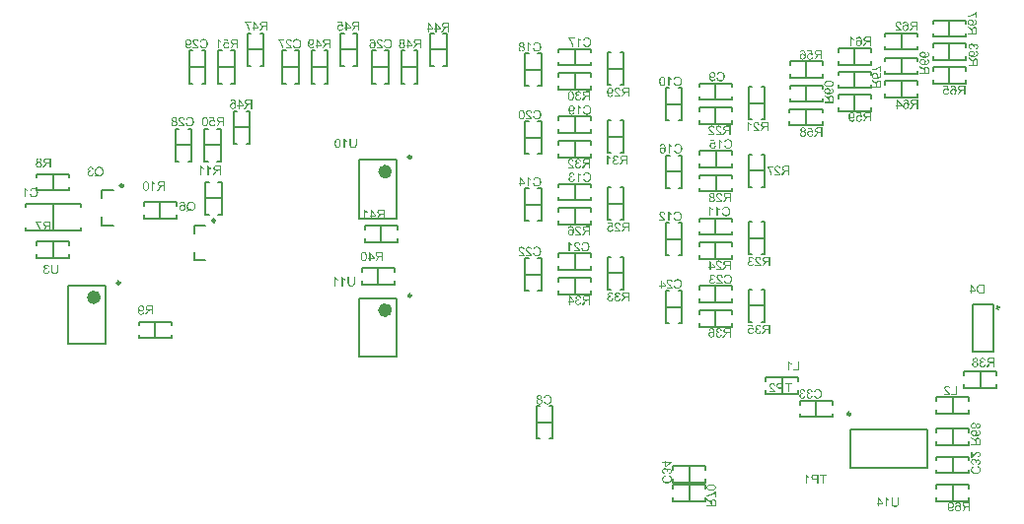
<source format=gbo>
G04*
G04 #@! TF.GenerationSoftware,Altium Limited,Altium Designer,19.0.14 (431)*
G04*
G04 Layer_Color=32896*
%FSLAX25Y25*%
%MOIN*%
G70*
G01*
G75*
%ADD10C,0.02362*%
%ADD11C,0.00984*%
%ADD13C,0.00787*%
%ADD14C,0.00591*%
G36*
X381097Y72965D02*
X381051Y72839D01*
X381011Y72719D01*
X380965Y72616D01*
X380931Y72525D01*
X380897Y72451D01*
X380868Y72394D01*
X380857Y72376D01*
X380851Y72359D01*
X380845Y72354D01*
Y72348D01*
X380982Y72365D01*
X381114Y72382D01*
X381222Y72388D01*
X381319Y72399D01*
X381393Y72405D01*
X381451Y72411D01*
X381468D01*
X381485D01*
X381490D01*
X381496D01*
Y72028D01*
X381456D01*
X381416D01*
X381319Y72034D01*
X381211Y72045D01*
X381102Y72057D01*
X380999Y72062D01*
X380954Y72068D01*
X380920Y72074D01*
X380885D01*
X380862Y72079D01*
X380845D01*
X380839D01*
X380879Y72000D01*
X380925Y71908D01*
X380971Y71805D01*
X381011Y71708D01*
X381045Y71617D01*
X381056Y71577D01*
X381074Y71543D01*
X381085Y71514D01*
X381091Y71491D01*
X381097Y71480D01*
Y71474D01*
X380725Y71354D01*
X380668Y71583D01*
X380640Y71691D01*
X380617Y71788D01*
X380600Y71874D01*
X380594Y71908D01*
X380588Y71937D01*
X380583Y71960D01*
Y71977D01*
X380577Y71988D01*
Y71994D01*
X380554Y71965D01*
X380520Y71937D01*
X380451Y71868D01*
X380366Y71800D01*
X380286Y71725D01*
X380206Y71663D01*
X380143Y71611D01*
X380114Y71588D01*
X380097Y71571D01*
X380086Y71566D01*
X380080Y71560D01*
X379863Y71868D01*
X379943Y71925D01*
X380029Y71982D01*
X380126Y72040D01*
X380211Y72097D01*
X380297Y72142D01*
X380360Y72177D01*
X380388Y72194D01*
X380406Y72205D01*
X380417Y72211D01*
X380423D01*
X380297Y72285D01*
X380189Y72354D01*
X380092Y72416D01*
X380012Y72468D01*
X379949Y72514D01*
X379903Y72542D01*
X379874Y72565D01*
X379863Y72571D01*
X380080Y72885D01*
X380206Y72782D01*
X380309Y72690D01*
X380394Y72616D01*
X380463Y72548D01*
X380514Y72502D01*
X380548Y72462D01*
X380571Y72439D01*
X380577Y72434D01*
X380594Y72553D01*
X380617Y72673D01*
X380640Y72782D01*
X380662Y72885D01*
X380685Y72965D01*
X380697Y73005D01*
X380708Y73033D01*
X380714Y73056D01*
X380720Y73073D01*
X380725Y73084D01*
Y73090D01*
X381097Y72965D01*
D02*
G37*
G36*
X343070Y7804D02*
X343126Y7729D01*
X343182Y7659D01*
X343238Y7593D01*
X343289Y7537D01*
X343332Y7495D01*
X343364Y7467D01*
X343369Y7462D01*
X343374Y7457D01*
X343467Y7378D01*
X343561Y7308D01*
X343654Y7247D01*
X343743Y7195D01*
X343818Y7153D01*
X343851Y7135D01*
X343879Y7121D01*
X343903Y7107D01*
X343921Y7097D01*
X343931Y7092D01*
X343935D01*
Y6718D01*
X343865Y6746D01*
X343795Y6779D01*
X343729Y6807D01*
X343669Y6840D01*
X343612Y6868D01*
X343570Y6891D01*
X343542Y6910D01*
X343537Y6915D01*
X343533D01*
X343453Y6966D01*
X343378Y7013D01*
X343313Y7060D01*
X343261Y7097D01*
X343219Y7135D01*
X343186Y7158D01*
X343168Y7177D01*
X343163Y7181D01*
Y4724D01*
X342775D01*
Y7883D01*
X343027D01*
X343070Y7804D01*
D02*
G37*
G36*
X347244Y6053D02*
Y5965D01*
X347239Y5876D01*
X347235Y5796D01*
X347225Y5717D01*
X347216Y5646D01*
X347207Y5585D01*
X347197Y5525D01*
X347183Y5469D01*
X347174Y5422D01*
X347165Y5380D01*
X347155Y5347D01*
X347146Y5314D01*
X347136Y5291D01*
X347132Y5277D01*
X347127Y5267D01*
Y5263D01*
X347076Y5160D01*
X347015Y5075D01*
X346945Y4996D01*
X346879Y4935D01*
X346818Y4888D01*
X346771Y4851D01*
X346753Y4837D01*
X346739Y4832D01*
X346729Y4823D01*
X346725D01*
X346612Y4771D01*
X346491Y4738D01*
X346374Y4710D01*
X346257Y4692D01*
X346205Y4687D01*
X346154Y4682D01*
X346111Y4678D01*
X346074D01*
X346041Y4673D01*
X345999D01*
X345835Y4682D01*
X345760Y4687D01*
X345695Y4701D01*
X345630Y4715D01*
X345569Y4729D01*
X345513Y4743D01*
X345461Y4762D01*
X345414Y4776D01*
X345377Y4790D01*
X345344Y4804D01*
X345316Y4818D01*
X345292Y4832D01*
X345279Y4837D01*
X345269Y4846D01*
X345264D01*
X345166Y4916D01*
X345087Y4991D01*
X345016Y5066D01*
X344965Y5136D01*
X344923Y5202D01*
X344895Y5253D01*
X344885Y5272D01*
X344881Y5286D01*
X344876Y5295D01*
Y5300D01*
X344839Y5412D01*
X344815Y5539D01*
X344796Y5660D01*
X344782Y5782D01*
X344778Y5838D01*
X344773Y5890D01*
Y5937D01*
X344768Y5974D01*
Y6007D01*
Y6035D01*
Y6049D01*
Y6053D01*
Y7874D01*
X345185D01*
Y6053D01*
Y5946D01*
X345194Y5852D01*
X345204Y5759D01*
X345218Y5679D01*
X345232Y5609D01*
X345246Y5543D01*
X345264Y5483D01*
X345283Y5431D01*
X345302Y5389D01*
X345321Y5351D01*
X345335Y5319D01*
X345349Y5295D01*
X345363Y5277D01*
X345372Y5263D01*
X345377Y5258D01*
X345381Y5253D01*
X345419Y5216D01*
X345466Y5188D01*
X345569Y5136D01*
X345676Y5099D01*
X345784Y5075D01*
X345882Y5057D01*
X345924Y5052D01*
X345962D01*
X345994Y5047D01*
X346037D01*
X346135Y5052D01*
X346224Y5061D01*
X346299Y5080D01*
X346369Y5099D01*
X346420Y5117D01*
X346462Y5136D01*
X346486Y5146D01*
X346495Y5150D01*
X346561Y5192D01*
X346612Y5239D01*
X346659Y5291D01*
X346692Y5337D01*
X346720Y5384D01*
X346739Y5417D01*
X346748Y5440D01*
X346753Y5450D01*
X346767Y5487D01*
X346776Y5534D01*
X346795Y5628D01*
X346809Y5726D01*
X346818Y5824D01*
X346823Y5913D01*
Y5955D01*
X346828Y5988D01*
Y6016D01*
Y6035D01*
Y6049D01*
Y6053D01*
Y7874D01*
X347244D01*
Y6053D01*
D02*
G37*
G36*
X341914Y5834D02*
Y5478D01*
X340542D01*
Y4724D01*
X340154D01*
Y5478D01*
X339728D01*
Y5834D01*
X340154D01*
Y7874D01*
X340468D01*
X341914Y5834D01*
D02*
G37*
G36*
X159292Y82365D02*
X159348Y82290D01*
X159404Y82220D01*
X159460Y82155D01*
X159511Y82099D01*
X159554Y82056D01*
X159586Y82028D01*
X159591Y82024D01*
X159596Y82019D01*
X159689Y81939D01*
X159783Y81869D01*
X159877Y81808D01*
X159965Y81757D01*
X160040Y81715D01*
X160073Y81696D01*
X160101Y81682D01*
X160125Y81668D01*
X160143Y81659D01*
X160153Y81654D01*
X160157D01*
Y81279D01*
X160087Y81308D01*
X160017Y81340D01*
X159951Y81368D01*
X159891Y81401D01*
X159834Y81429D01*
X159792Y81453D01*
X159764Y81471D01*
X159759Y81476D01*
X159755D01*
X159675Y81528D01*
X159600Y81574D01*
X159535Y81621D01*
X159483Y81659D01*
X159441Y81696D01*
X159408Y81719D01*
X159390Y81738D01*
X159385Y81743D01*
Y79286D01*
X158997D01*
Y82445D01*
X159249D01*
X159292Y82365D01*
D02*
G37*
G36*
X156844D02*
X156900Y82290D01*
X156956Y82220D01*
X157012Y82155D01*
X157064Y82099D01*
X157106Y82056D01*
X157139Y82028D01*
X157143Y82024D01*
X157148Y82019D01*
X157242Y81939D01*
X157335Y81869D01*
X157429Y81808D01*
X157518Y81757D01*
X157593Y81715D01*
X157625Y81696D01*
X157653Y81682D01*
X157677Y81668D01*
X157696Y81659D01*
X157705Y81654D01*
X157710D01*
Y81279D01*
X157640Y81308D01*
X157569Y81340D01*
X157504Y81368D01*
X157443Y81401D01*
X157387Y81429D01*
X157345Y81453D01*
X157317Y81471D01*
X157312Y81476D01*
X157307D01*
X157228Y81528D01*
X157153Y81574D01*
X157087Y81621D01*
X157036Y81659D01*
X156994Y81696D01*
X156961Y81719D01*
X156942Y81738D01*
X156938Y81743D01*
Y79286D01*
X156549D01*
Y82445D01*
X156802D01*
X156844Y82365D01*
D02*
G37*
G36*
X163466Y80615D02*
Y80526D01*
X163461Y80437D01*
X163457Y80358D01*
X163447Y80278D01*
X163438Y80208D01*
X163429Y80147D01*
X163419Y80086D01*
X163405Y80030D01*
X163396Y79983D01*
X163386Y79941D01*
X163377Y79908D01*
X163368Y79875D01*
X163358Y79852D01*
X163354Y79838D01*
X163349Y79829D01*
Y79824D01*
X163298Y79721D01*
X163237Y79637D01*
X163167Y79557D01*
X163101Y79496D01*
X163040Y79450D01*
X162993Y79412D01*
X162975Y79398D01*
X162961Y79394D01*
X162951Y79384D01*
X162947D01*
X162834Y79333D01*
X162713Y79300D01*
X162596Y79272D01*
X162479Y79253D01*
X162427Y79248D01*
X162376Y79244D01*
X162334Y79239D01*
X162296D01*
X162263Y79234D01*
X162221D01*
X162057Y79244D01*
X161983Y79248D01*
X161917Y79262D01*
X161852Y79277D01*
X161791Y79290D01*
X161734Y79304D01*
X161683Y79323D01*
X161636Y79337D01*
X161599Y79351D01*
X161566Y79365D01*
X161538Y79379D01*
X161514Y79394D01*
X161501Y79398D01*
X161491Y79408D01*
X161486D01*
X161388Y79478D01*
X161309Y79553D01*
X161238Y79628D01*
X161187Y79698D01*
X161145Y79763D01*
X161117Y79815D01*
X161107Y79833D01*
X161103Y79847D01*
X161098Y79857D01*
Y79861D01*
X161061Y79974D01*
X161037Y80100D01*
X161018Y80222D01*
X161004Y80344D01*
X161000Y80400D01*
X160995Y80451D01*
Y80498D01*
X160990Y80535D01*
Y80568D01*
Y80596D01*
Y80610D01*
Y80615D01*
Y82436D01*
X161407D01*
Y80615D01*
Y80507D01*
X161416Y80414D01*
X161426Y80320D01*
X161440Y80240D01*
X161454Y80170D01*
X161468Y80105D01*
X161486Y80044D01*
X161505Y79993D01*
X161524Y79950D01*
X161543Y79913D01*
X161557Y79880D01*
X161571Y79857D01*
X161585Y79838D01*
X161594Y79824D01*
X161599Y79819D01*
X161603Y79815D01*
X161641Y79777D01*
X161688Y79749D01*
X161791Y79698D01*
X161898Y79660D01*
X162006Y79637D01*
X162104Y79618D01*
X162146Y79613D01*
X162184D01*
X162216Y79609D01*
X162259D01*
X162357Y79613D01*
X162446Y79623D01*
X162521Y79641D01*
X162591Y79660D01*
X162642Y79679D01*
X162685Y79698D01*
X162708Y79707D01*
X162717Y79712D01*
X162783Y79754D01*
X162834Y79801D01*
X162881Y79852D01*
X162914Y79899D01*
X162942Y79946D01*
X162961Y79979D01*
X162970Y80002D01*
X162975Y80011D01*
X162989Y80049D01*
X162998Y80095D01*
X163017Y80189D01*
X163031Y80287D01*
X163040Y80386D01*
X163045Y80475D01*
Y80517D01*
X163050Y80549D01*
Y80577D01*
Y80596D01*
Y80610D01*
Y80615D01*
Y82436D01*
X163466D01*
Y80615D01*
D02*
G37*
G36*
X159940Y129216D02*
X159996Y129141D01*
X160052Y129071D01*
X160108Y129005D01*
X160160Y128949D01*
X160202Y128907D01*
X160234Y128879D01*
X160239Y128874D01*
X160244Y128869D01*
X160337Y128790D01*
X160431Y128720D01*
X160525Y128659D01*
X160614Y128607D01*
X160688Y128565D01*
X160721Y128546D01*
X160749Y128532D01*
X160773Y128518D01*
X160791Y128509D01*
X160801Y128504D01*
X160805D01*
Y128130D01*
X160735Y128158D01*
X160665Y128191D01*
X160600Y128219D01*
X160539Y128252D01*
X160483Y128280D01*
X160440Y128303D01*
X160412Y128322D01*
X160408Y128326D01*
X160403D01*
X160323Y128378D01*
X160248Y128425D01*
X160183Y128472D01*
X160132Y128509D01*
X160089Y128546D01*
X160057Y128570D01*
X160038Y128588D01*
X160033Y128593D01*
Y126136D01*
X159645D01*
Y129295D01*
X159897D01*
X159940Y129216D01*
D02*
G37*
G36*
X164114Y127465D02*
Y127376D01*
X164110Y127287D01*
X164105Y127208D01*
X164095Y127128D01*
X164086Y127058D01*
X164077Y126997D01*
X164067Y126936D01*
X164053Y126880D01*
X164044Y126833D01*
X164035Y126791D01*
X164025Y126759D01*
X164016Y126726D01*
X164006Y126702D01*
X164002Y126689D01*
X163997Y126679D01*
Y126674D01*
X163946Y126572D01*
X163885Y126487D01*
X163815Y126408D01*
X163749Y126347D01*
X163688Y126300D01*
X163642Y126263D01*
X163623Y126249D01*
X163609Y126244D01*
X163599Y126234D01*
X163595D01*
X163482Y126183D01*
X163361Y126150D01*
X163244Y126122D01*
X163127Y126103D01*
X163075Y126099D01*
X163024Y126094D01*
X162982Y126089D01*
X162944D01*
X162911Y126085D01*
X162869D01*
X162706Y126094D01*
X162631Y126099D01*
X162565Y126113D01*
X162500Y126127D01*
X162439Y126141D01*
X162383Y126155D01*
X162331Y126174D01*
X162284Y126188D01*
X162247Y126202D01*
X162214Y126216D01*
X162186Y126230D01*
X162163Y126244D01*
X162149Y126249D01*
X162139Y126258D01*
X162135D01*
X162036Y126328D01*
X161957Y126403D01*
X161887Y126478D01*
X161835Y126548D01*
X161793Y126614D01*
X161765Y126665D01*
X161756Y126684D01*
X161751Y126698D01*
X161746Y126707D01*
Y126712D01*
X161709Y126824D01*
X161685Y126951D01*
X161667Y127072D01*
X161653Y127194D01*
X161648Y127250D01*
X161643Y127302D01*
Y127348D01*
X161638Y127386D01*
Y127418D01*
Y127447D01*
Y127461D01*
Y127465D01*
Y129286D01*
X162055D01*
Y127465D01*
Y127358D01*
X162064Y127264D01*
X162074Y127171D01*
X162088Y127091D01*
X162102Y127021D01*
X162116Y126955D01*
X162135Y126894D01*
X162153Y126843D01*
X162172Y126801D01*
X162191Y126763D01*
X162205Y126731D01*
X162219Y126707D01*
X162233Y126689D01*
X162242Y126674D01*
X162247Y126670D01*
X162251Y126665D01*
X162289Y126628D01*
X162336Y126600D01*
X162439Y126548D01*
X162546Y126511D01*
X162654Y126487D01*
X162752Y126469D01*
X162794Y126464D01*
X162832D01*
X162865Y126459D01*
X162907D01*
X163005Y126464D01*
X163094Y126473D01*
X163169Y126492D01*
X163239Y126511D01*
X163291Y126529D01*
X163333Y126548D01*
X163356Y126557D01*
X163365Y126562D01*
X163431Y126604D01*
X163482Y126651D01*
X163529Y126702D01*
X163562Y126749D01*
X163590Y126796D01*
X163609Y126829D01*
X163618Y126852D01*
X163623Y126862D01*
X163637Y126899D01*
X163646Y126946D01*
X163665Y127040D01*
X163679Y127138D01*
X163688Y127236D01*
X163693Y127325D01*
Y127367D01*
X163698Y127400D01*
Y127428D01*
Y127447D01*
Y127461D01*
Y127465D01*
Y129286D01*
X164114D01*
Y127465D01*
D02*
G37*
G36*
X157749Y129286D02*
X157862Y129267D01*
X157960Y129234D01*
X158039Y129202D01*
X158110Y129169D01*
X158133Y129150D01*
X158157Y129136D01*
X158175Y129127D01*
X158189Y129117D01*
X158194Y129108D01*
X158199D01*
X158278Y129033D01*
X158348Y128949D01*
X158405Y128860D01*
X158451Y128776D01*
X158493Y128701D01*
X158508Y128668D01*
X158517Y128640D01*
X158526Y128617D01*
X158536Y128598D01*
X158540Y128588D01*
Y128584D01*
X158559Y128518D01*
X158578Y128448D01*
X158606Y128298D01*
X158624Y128149D01*
X158639Y128008D01*
X158643Y127943D01*
X158648Y127882D01*
Y127826D01*
X158653Y127779D01*
Y127737D01*
Y127709D01*
Y127690D01*
Y127685D01*
X158648Y127526D01*
X158639Y127376D01*
X158624Y127241D01*
X158606Y127114D01*
X158582Y126997D01*
X158554Y126894D01*
X158526Y126801D01*
X158498Y126716D01*
X158470Y126642D01*
X158442Y126581D01*
X158414Y126525D01*
X158390Y126482D01*
X158372Y126450D01*
X158358Y126426D01*
X158348Y126412D01*
X158344Y126408D01*
X158292Y126351D01*
X158236Y126300D01*
X158180Y126258D01*
X158119Y126221D01*
X158063Y126188D01*
X158002Y126164D01*
X157941Y126141D01*
X157885Y126127D01*
X157834Y126113D01*
X157787Y126103D01*
X157740Y126094D01*
X157703Y126089D01*
X157670Y126085D01*
X157628D01*
X157501Y126094D01*
X157394Y126113D01*
X157295Y126141D01*
X157211Y126178D01*
X157146Y126211D01*
X157099Y126239D01*
X157080Y126249D01*
X157066Y126258D01*
X157061Y126267D01*
X157057D01*
X156977Y126342D01*
X156907Y126426D01*
X156846Y126515D01*
X156799Y126600D01*
X156762Y126674D01*
X156748Y126707D01*
X156734Y126735D01*
X156729Y126759D01*
X156720Y126777D01*
X156715Y126787D01*
Y126791D01*
X156696Y126857D01*
X156678Y126927D01*
X156650Y127077D01*
X156626Y127227D01*
X156612Y127367D01*
X156607Y127433D01*
X156603Y127493D01*
Y127545D01*
X156598Y127592D01*
Y127634D01*
Y127662D01*
Y127681D01*
Y127685D01*
Y127769D01*
X156603Y127854D01*
Y127929D01*
X156607Y127999D01*
X156617Y128064D01*
X156622Y128125D01*
X156626Y128181D01*
X156635Y128233D01*
X156640Y128280D01*
X156650Y128317D01*
X156654Y128350D01*
X156659Y128378D01*
X156664Y128401D01*
X156668Y128415D01*
X156673Y128425D01*
Y128429D01*
X156701Y128528D01*
X156734Y128621D01*
X156767Y128701D01*
X156799Y128766D01*
X156827Y128823D01*
X156851Y128865D01*
X156865Y128888D01*
X156869Y128897D01*
X156916Y128968D01*
X156968Y129024D01*
X157024Y129075D01*
X157071Y129117D01*
X157118Y129150D01*
X157150Y129174D01*
X157174Y129188D01*
X157183Y129192D01*
X157258Y129225D01*
X157333Y129253D01*
X157408Y129272D01*
X157478Y129281D01*
X157539Y129290D01*
X157586Y129295D01*
X157628D01*
X157749Y129286D01*
D02*
G37*
G36*
X59359Y86697D02*
X59480Y86673D01*
X59588Y86636D01*
X59677Y86599D01*
X59714Y86580D01*
X59752Y86561D01*
X59780Y86542D01*
X59803Y86524D01*
X59822Y86510D01*
X59836Y86500D01*
X59845Y86496D01*
X59850Y86491D01*
X59934Y86402D01*
X60005Y86308D01*
X60061Y86206D01*
X60103Y86112D01*
X60131Y86023D01*
X60145Y85985D01*
X60154Y85957D01*
X60159Y85929D01*
X60164Y85911D01*
X60168Y85897D01*
Y85892D01*
X59780Y85822D01*
X59761Y85920D01*
X59733Y86004D01*
X59700Y86079D01*
X59667Y86140D01*
X59639Y86182D01*
X59611Y86215D01*
X59593Y86238D01*
X59588Y86243D01*
X59527Y86290D01*
X59466Y86327D01*
X59405Y86351D01*
X59345Y86369D01*
X59293Y86379D01*
X59251Y86388D01*
X59214D01*
X59129Y86383D01*
X59059Y86365D01*
X58994Y86346D01*
X58942Y86318D01*
X58895Y86294D01*
X58867Y86271D01*
X58844Y86252D01*
X58839Y86248D01*
X58792Y86191D01*
X58755Y86135D01*
X58732Y86074D01*
X58713Y86018D01*
X58703Y85971D01*
X58694Y85934D01*
Y85906D01*
Y85901D01*
Y85897D01*
Y85850D01*
X58703Y85803D01*
X58727Y85723D01*
X58760Y85653D01*
X58792Y85597D01*
X58830Y85555D01*
X58863Y85522D01*
X58886Y85504D01*
X58891Y85499D01*
X58895D01*
X58970Y85457D01*
X59050Y85424D01*
X59120Y85405D01*
X59190Y85387D01*
X59251Y85377D01*
X59298Y85372D01*
X59359D01*
X59377Y85377D01*
X59401D01*
X59443Y85036D01*
X59382Y85049D01*
X59330Y85059D01*
X59284Y85068D01*
X59246Y85073D01*
X59214Y85078D01*
X59171D01*
X59078Y85068D01*
X58989Y85049D01*
X58914Y85021D01*
X58853Y84993D01*
X58802Y84961D01*
X58764Y84933D01*
X58741Y84914D01*
X58732Y84904D01*
X58671Y84834D01*
X58628Y84764D01*
X58596Y84689D01*
X58577Y84619D01*
X58563Y84558D01*
X58558Y84511D01*
X58554Y84493D01*
Y84479D01*
Y84469D01*
Y84465D01*
X58563Y84366D01*
X58582Y84277D01*
X58614Y84198D01*
X58647Y84128D01*
X58680Y84076D01*
X58713Y84034D01*
X58732Y84011D01*
X58741Y84001D01*
X58816Y83940D01*
X58891Y83894D01*
X58970Y83861D01*
X59040Y83837D01*
X59106Y83823D01*
X59157Y83819D01*
X59176Y83814D01*
X59204D01*
X59288Y83819D01*
X59363Y83837D01*
X59429Y83861D01*
X59485Y83889D01*
X59532Y83912D01*
X59565Y83936D01*
X59583Y83954D01*
X59593Y83959D01*
X59649Y84020D01*
X59696Y84095D01*
X59733Y84174D01*
X59766Y84254D01*
X59789Y84324D01*
X59799Y84357D01*
X59803Y84380D01*
X59808Y84404D01*
X59813Y84422D01*
X59817Y84432D01*
Y84436D01*
X60206Y84385D01*
X60196Y84310D01*
X60182Y84245D01*
X60140Y84118D01*
X60093Y84006D01*
X60037Y83912D01*
X60009Y83875D01*
X59986Y83837D01*
X59962Y83809D01*
X59939Y83786D01*
X59920Y83763D01*
X59906Y83749D01*
X59901Y83744D01*
X59897Y83739D01*
X59845Y83697D01*
X59789Y83660D01*
X59728Y83627D01*
X59672Y83599D01*
X59555Y83557D01*
X59447Y83529D01*
X59396Y83514D01*
X59349Y83510D01*
X59307Y83505D01*
X59274Y83500D01*
X59246Y83496D01*
X59204D01*
X59120Y83500D01*
X59040Y83510D01*
X58965Y83524D01*
X58891Y83543D01*
X58825Y83561D01*
X58764Y83585D01*
X58703Y83613D01*
X58652Y83641D01*
X58605Y83664D01*
X58563Y83692D01*
X58530Y83716D01*
X58498Y83739D01*
X58479Y83753D01*
X58460Y83767D01*
X58451Y83777D01*
X58446Y83781D01*
X58394Y83837D01*
X58348Y83894D01*
X58306Y83950D01*
X58268Y84011D01*
X58240Y84071D01*
X58217Y84128D01*
X58179Y84235D01*
X58165Y84287D01*
X58156Y84333D01*
X58151Y84376D01*
X58147Y84408D01*
X58142Y84441D01*
Y84460D01*
Y84474D01*
Y84479D01*
X58147Y84586D01*
X58165Y84684D01*
X58193Y84773D01*
X58221Y84844D01*
X58249Y84904D01*
X58277Y84947D01*
X58296Y84975D01*
X58301Y84984D01*
X58362Y85054D01*
X58432Y85110D01*
X58507Y85157D01*
X58572Y85195D01*
X58638Y85218D01*
X58685Y85237D01*
X58703Y85241D01*
X58718Y85246D01*
X58727Y85251D01*
X58732D01*
X58657Y85288D01*
X58591Y85335D01*
X58535Y85377D01*
X58488Y85419D01*
X58455Y85457D01*
X58427Y85485D01*
X58413Y85504D01*
X58409Y85513D01*
X58371Y85578D01*
X58343Y85644D01*
X58324Y85705D01*
X58310Y85766D01*
X58301Y85812D01*
X58296Y85855D01*
Y85878D01*
Y85887D01*
X58301Y85967D01*
X58315Y86042D01*
X58334Y86107D01*
X58352Y86168D01*
X58376Y86220D01*
X58394Y86257D01*
X58409Y86280D01*
X58413Y86290D01*
X58460Y86360D01*
X58516Y86416D01*
X58572Y86472D01*
X58624Y86514D01*
X58675Y86547D01*
X58713Y86575D01*
X58741Y86589D01*
X58745Y86594D01*
X58750D01*
X58834Y86631D01*
X58914Y86659D01*
X58994Y86678D01*
X59069Y86692D01*
X59129Y86702D01*
X59181Y86706D01*
X59293D01*
X59359Y86697D01*
D02*
G37*
G36*
X63220Y84876D02*
Y84787D01*
X63215Y84698D01*
X63210Y84619D01*
X63201Y84539D01*
X63191Y84469D01*
X63182Y84408D01*
X63173Y84347D01*
X63159Y84291D01*
X63149Y84245D01*
X63140Y84202D01*
X63131Y84170D01*
X63121Y84137D01*
X63112Y84114D01*
X63107Y84100D01*
X63103Y84090D01*
Y84085D01*
X63051Y83982D01*
X62990Y83898D01*
X62920Y83819D01*
X62855Y83758D01*
X62794Y83711D01*
X62747Y83674D01*
X62728Y83660D01*
X62714Y83655D01*
X62705Y83645D01*
X62700D01*
X62588Y83594D01*
X62466Y83561D01*
X62349Y83533D01*
X62232Y83514D01*
X62181Y83510D01*
X62129Y83505D01*
X62087Y83500D01*
X62050D01*
X62017Y83496D01*
X61975D01*
X61811Y83505D01*
X61736Y83510D01*
X61671Y83524D01*
X61605Y83538D01*
X61544Y83552D01*
X61488Y83566D01*
X61436Y83585D01*
X61390Y83599D01*
X61352Y83613D01*
X61320Y83627D01*
X61291Y83641D01*
X61268Y83655D01*
X61254Y83660D01*
X61245Y83669D01*
X61240D01*
X61142Y83739D01*
X61062Y83814D01*
X60992Y83889D01*
X60940Y83959D01*
X60898Y84025D01*
X60870Y84076D01*
X60861Y84095D01*
X60856Y84109D01*
X60852Y84118D01*
Y84123D01*
X60814Y84235D01*
X60791Y84362D01*
X60772Y84483D01*
X60758Y84605D01*
X60753Y84661D01*
X60749Y84713D01*
Y84759D01*
X60744Y84797D01*
Y84830D01*
Y84858D01*
Y84872D01*
Y84876D01*
Y86697D01*
X61160D01*
Y84876D01*
Y84769D01*
X61170Y84675D01*
X61179Y84582D01*
X61193Y84502D01*
X61207Y84432D01*
X61221Y84366D01*
X61240Y84305D01*
X61259Y84254D01*
X61277Y84212D01*
X61296Y84174D01*
X61310Y84142D01*
X61324Y84118D01*
X61338Y84100D01*
X61348Y84085D01*
X61352Y84081D01*
X61357Y84076D01*
X61394Y84039D01*
X61441Y84011D01*
X61544Y83959D01*
X61652Y83922D01*
X61760Y83898D01*
X61858Y83880D01*
X61900Y83875D01*
X61937D01*
X61970Y83870D01*
X62012D01*
X62111Y83875D01*
X62199Y83884D01*
X62274Y83903D01*
X62344Y83922D01*
X62396Y83940D01*
X62438Y83959D01*
X62462Y83968D01*
X62471Y83973D01*
X62536Y84015D01*
X62588Y84062D01*
X62635Y84114D01*
X62667Y84160D01*
X62695Y84207D01*
X62714Y84240D01*
X62723Y84263D01*
X62728Y84273D01*
X62742Y84310D01*
X62752Y84357D01*
X62770Y84451D01*
X62784Y84549D01*
X62794Y84647D01*
X62798Y84736D01*
Y84778D01*
X62803Y84811D01*
Y84839D01*
Y84858D01*
Y84872D01*
Y84876D01*
Y86697D01*
X63220D01*
Y84876D01*
D02*
G37*
G36*
X304551Y46552D02*
X304626Y46547D01*
X304701Y46533D01*
X304767Y46519D01*
X304832Y46501D01*
X304893Y46482D01*
X304944Y46463D01*
X304991Y46440D01*
X305038Y46416D01*
X305075Y46398D01*
X305108Y46379D01*
X305136Y46360D01*
X305155Y46346D01*
X305169Y46332D01*
X305178Y46327D01*
X305183Y46323D01*
X305230Y46276D01*
X305272Y46224D01*
X305309Y46173D01*
X305342Y46117D01*
X305398Y46004D01*
X305436Y45897D01*
X305459Y45799D01*
X305469Y45756D01*
X305478Y45719D01*
X305483Y45686D01*
X305487Y45663D01*
Y45649D01*
Y45644D01*
X305089Y45602D01*
X305080Y45705D01*
X305061Y45799D01*
X305038Y45878D01*
X305005Y45944D01*
X304977Y45995D01*
X304949Y46033D01*
X304930Y46056D01*
X304926Y46065D01*
X304860Y46121D01*
X304785Y46163D01*
X304710Y46196D01*
X304636Y46215D01*
X304575Y46229D01*
X304523Y46234D01*
X304504Y46238D01*
X304476D01*
X304383Y46234D01*
X304298Y46215D01*
X304228Y46187D01*
X304163Y46159D01*
X304116Y46131D01*
X304079Y46103D01*
X304060Y46084D01*
X304050Y46079D01*
X303994Y46018D01*
X303952Y45953D01*
X303924Y45887D01*
X303901Y45827D01*
X303891Y45770D01*
X303887Y45728D01*
X303882Y45700D01*
Y45695D01*
Y45691D01*
X303891Y45607D01*
X303910Y45527D01*
X303938Y45447D01*
X303971Y45373D01*
X304008Y45312D01*
X304036Y45265D01*
X304046Y45246D01*
X304055Y45232D01*
X304064Y45228D01*
Y45223D01*
X304102Y45176D01*
X304149Y45125D01*
X304196Y45073D01*
X304252Y45017D01*
X304364Y44905D01*
X304481Y44802D01*
X304584Y44703D01*
X304631Y44661D01*
X304673Y44629D01*
X304710Y44600D01*
X304734Y44577D01*
X304752Y44563D01*
X304757Y44558D01*
X304874Y44460D01*
X304977Y44371D01*
X305066Y44287D01*
X305136Y44217D01*
X305192Y44161D01*
X305235Y44118D01*
X305258Y44090D01*
X305267Y44086D01*
Y44081D01*
X305328Y44006D01*
X305380Y43931D01*
X305422Y43861D01*
X305459Y43795D01*
X305487Y43744D01*
X305506Y43702D01*
X305515Y43674D01*
X305520Y43669D01*
Y43664D01*
X305534Y43618D01*
X305548Y43566D01*
X305553Y43524D01*
X305557Y43482D01*
X305562Y43449D01*
Y43421D01*
Y43402D01*
Y43398D01*
X303480D01*
Y43767D01*
X305024D01*
X304972Y43842D01*
X304944Y43880D01*
X304916Y43908D01*
X304893Y43936D01*
X304874Y43955D01*
X304865Y43969D01*
X304860Y43973D01*
X304837Y43997D01*
X304813Y44020D01*
X304748Y44081D01*
X304678Y44146D01*
X304603Y44212D01*
X304528Y44273D01*
X304472Y44324D01*
X304448Y44343D01*
X304430Y44357D01*
X304420Y44366D01*
X304415Y44371D01*
X304341Y44437D01*
X304270Y44497D01*
X304205Y44554D01*
X304149Y44605D01*
X304093Y44657D01*
X304046Y44699D01*
X303999Y44741D01*
X303961Y44778D01*
X303929Y44811D01*
X303901Y44839D01*
X303873Y44867D01*
X303854Y44886D01*
X303831Y44914D01*
X303821Y44923D01*
X303760Y44998D01*
X303704Y45068D01*
X303662Y45134D01*
X303625Y45195D01*
X303596Y45242D01*
X303578Y45274D01*
X303568Y45298D01*
X303564Y45307D01*
X303536Y45377D01*
X303517Y45443D01*
X303503Y45504D01*
X303494Y45564D01*
X303489Y45611D01*
X303484Y45649D01*
Y45672D01*
Y45682D01*
X303489Y45752D01*
X303494Y45812D01*
X303508Y45878D01*
X303526Y45934D01*
X303568Y46042D01*
X303615Y46131D01*
X303643Y46168D01*
X303667Y46206D01*
X303690Y46234D01*
X303709Y46257D01*
X303728Y46281D01*
X303742Y46295D01*
X303746Y46299D01*
X303751Y46304D01*
X303802Y46351D01*
X303859Y46388D01*
X303915Y46421D01*
X303971Y46449D01*
X304093Y46496D01*
X304205Y46524D01*
X304261Y46538D01*
X304308Y46543D01*
X304355Y46547D01*
X304392Y46552D01*
X304425Y46557D01*
X304467D01*
X304551Y46552D01*
D02*
G37*
G36*
X311211Y46178D02*
X310172D01*
Y43398D01*
X309755D01*
Y46178D01*
X308716D01*
Y46547D01*
X311211D01*
Y46178D01*
D02*
G37*
G36*
X308286Y43398D02*
X307869D01*
Y44680D01*
X307064D01*
X306943Y44685D01*
X306835Y44694D01*
X306732Y44703D01*
X306639Y44722D01*
X306554Y44745D01*
X306479Y44769D01*
X306414Y44792D01*
X306353Y44820D01*
X306301Y44844D01*
X306259Y44867D01*
X306222Y44891D01*
X306194Y44914D01*
X306171Y44933D01*
X306156Y44942D01*
X306147Y44951D01*
X306142Y44956D01*
X306096Y45008D01*
X306058Y45064D01*
X306021Y45120D01*
X305993Y45181D01*
X305946Y45293D01*
X305918Y45401D01*
X305908Y45447D01*
X305899Y45494D01*
X305894Y45532D01*
X305890Y45569D01*
X305885Y45597D01*
Y45616D01*
Y45630D01*
Y45635D01*
X305890Y45719D01*
X305899Y45803D01*
X305918Y45873D01*
X305932Y45939D01*
X305951Y45990D01*
X305969Y46033D01*
X305979Y46056D01*
X305983Y46065D01*
X306021Y46135D01*
X306063Y46196D01*
X306105Y46248D01*
X306142Y46290D01*
X306180Y46327D01*
X306208Y46351D01*
X306227Y46365D01*
X306236Y46369D01*
X306297Y46407D01*
X306362Y46440D01*
X306428Y46463D01*
X306489Y46482D01*
X306540Y46496D01*
X306587Y46505D01*
X306615Y46514D01*
X306625D01*
X306690Y46524D01*
X306769Y46533D01*
X306849Y46538D01*
X306924Y46543D01*
X306994Y46547D01*
X308286D01*
Y43398D01*
D02*
G37*
G36*
X316098Y15560D02*
X316154Y15485D01*
X316210Y15415D01*
X316267Y15349D01*
X316318Y15293D01*
X316360Y15251D01*
X316393Y15223D01*
X316398Y15218D01*
X316402Y15213D01*
X316496Y15134D01*
X316589Y15064D01*
X316683Y15003D01*
X316772Y14951D01*
X316847Y14909D01*
X316880Y14890D01*
X316908Y14876D01*
X316931Y14862D01*
X316950Y14853D01*
X316959Y14848D01*
X316964D01*
Y14474D01*
X316894Y14502D01*
X316824Y14535D01*
X316758Y14563D01*
X316697Y14596D01*
X316641Y14624D01*
X316599Y14647D01*
X316571Y14666D01*
X316566Y14671D01*
X316561D01*
X316482Y14722D01*
X316407Y14769D01*
X316341Y14816D01*
X316290Y14853D01*
X316248Y14890D01*
X316215Y14914D01*
X316196Y14933D01*
X316192Y14937D01*
Y12480D01*
X315803D01*
Y15639D01*
X316056D01*
X316098Y15560D01*
D02*
G37*
G36*
X322959Y15260D02*
X321920D01*
Y12480D01*
X321503D01*
Y15260D01*
X320464D01*
Y15630D01*
X322959D01*
Y15260D01*
D02*
G37*
G36*
X320034Y12480D02*
X319618D01*
Y13763D01*
X318812D01*
X318691Y13767D01*
X318583Y13777D01*
X318480Y13786D01*
X318387Y13805D01*
X318302Y13828D01*
X318228Y13852D01*
X318162Y13875D01*
X318101Y13903D01*
X318050Y13926D01*
X318007Y13950D01*
X317970Y13973D01*
X317942Y13997D01*
X317919Y14015D01*
X317905Y14025D01*
X317895Y14034D01*
X317891Y14039D01*
X317844Y14090D01*
X317806Y14146D01*
X317769Y14202D01*
X317741Y14263D01*
X317694Y14376D01*
X317666Y14483D01*
X317656Y14530D01*
X317647Y14577D01*
X317642Y14614D01*
X317638Y14652D01*
X317633Y14680D01*
Y14699D01*
Y14713D01*
Y14717D01*
X317638Y14802D01*
X317647Y14886D01*
X317666Y14956D01*
X317680Y15021D01*
X317699Y15073D01*
X317717Y15115D01*
X317727Y15139D01*
X317731Y15148D01*
X317769Y15218D01*
X317811Y15279D01*
X317853Y15330D01*
X317891Y15373D01*
X317928Y15410D01*
X317956Y15433D01*
X317975Y15447D01*
X317984Y15452D01*
X318045Y15489D01*
X318110Y15522D01*
X318176Y15546D01*
X318237Y15564D01*
X318288Y15578D01*
X318335Y15588D01*
X318363Y15597D01*
X318373D01*
X318438Y15607D01*
X318518Y15616D01*
X318597Y15621D01*
X318672Y15625D01*
X318742Y15630D01*
X320034D01*
Y12480D01*
D02*
G37*
G36*
X284001Y12236D02*
X284076D01*
X284146Y12231D01*
X284212Y12222D01*
X284273Y12217D01*
X284329Y12212D01*
X284380Y12203D01*
X284427Y12198D01*
X284464Y12189D01*
X284497Y12184D01*
X284525Y12180D01*
X284549Y12175D01*
X284563Y12170D01*
X284572Y12166D01*
X284577D01*
X284675Y12138D01*
X284769Y12105D01*
X284848Y12072D01*
X284914Y12039D01*
X284970Y12011D01*
X285012Y11988D01*
X285035Y11974D01*
X285045Y11969D01*
X285115Y11922D01*
X285171Y11871D01*
X285223Y11815D01*
X285265Y11768D01*
X285297Y11721D01*
X285321Y11688D01*
X285335Y11665D01*
X285339Y11655D01*
X285372Y11581D01*
X285400Y11506D01*
X285419Y11431D01*
X285428Y11361D01*
X285438Y11300D01*
X285442Y11253D01*
Y11211D01*
X285433Y11089D01*
X285414Y10977D01*
X285382Y10879D01*
X285349Y10799D01*
X285316Y10729D01*
X285297Y10706D01*
X285283Y10682D01*
X285274Y10663D01*
X285265Y10649D01*
X285255Y10645D01*
Y10640D01*
X285180Y10560D01*
X285096Y10490D01*
X285007Y10434D01*
X284923Y10387D01*
X284848Y10345D01*
X284815Y10331D01*
X284787Y10322D01*
X284764Y10312D01*
X284745Y10303D01*
X284736Y10298D01*
X284731D01*
X284666Y10280D01*
X284595Y10261D01*
X284446Y10233D01*
X284296Y10214D01*
X284156Y10200D01*
X284090Y10195D01*
X284029Y10191D01*
X283973D01*
X283926Y10186D01*
X283884D01*
X283856D01*
X283837D01*
X283833D01*
X283673Y10191D01*
X283524Y10200D01*
X283388Y10214D01*
X283262Y10233D01*
X283145Y10256D01*
X283042Y10284D01*
X282948Y10312D01*
X282864Y10340D01*
X282789Y10368D01*
X282728Y10397D01*
X282672Y10425D01*
X282630Y10448D01*
X282597Y10467D01*
X282574Y10481D01*
X282560Y10490D01*
X282555Y10495D01*
X282499Y10546D01*
X282447Y10603D01*
X282405Y10659D01*
X282368Y10719D01*
X282335Y10776D01*
X282312Y10836D01*
X282288Y10897D01*
X282274Y10954D01*
X282260Y11005D01*
X282251Y11052D01*
X282241Y11099D01*
X282237Y11136D01*
X282232Y11169D01*
Y11211D01*
X282241Y11337D01*
X282260Y11445D01*
X282288Y11543D01*
X282326Y11627D01*
X282358Y11693D01*
X282386Y11740D01*
X282396Y11759D01*
X282405Y11772D01*
X282415Y11777D01*
Y11782D01*
X282489Y11861D01*
X282574Y11932D01*
X282663Y11992D01*
X282747Y12039D01*
X282822Y12077D01*
X282854Y12091D01*
X282882Y12105D01*
X282906Y12109D01*
X282925Y12119D01*
X282934Y12123D01*
X282939D01*
X283004Y12142D01*
X283074Y12161D01*
X283224Y12189D01*
X283374Y12212D01*
X283514Y12226D01*
X283580Y12231D01*
X283641Y12236D01*
X283692D01*
X283739Y12241D01*
X283781D01*
X283809D01*
X283828D01*
X283833D01*
X283917D01*
X284001Y12236D01*
D02*
G37*
G36*
X285391Y7762D02*
X285021D01*
Y9306D01*
X284890Y9199D01*
X284750Y9091D01*
X284609Y8997D01*
X284483Y8913D01*
X284422Y8876D01*
X284366Y8843D01*
X284319Y8815D01*
X284277Y8791D01*
X284240Y8773D01*
X284216Y8759D01*
X284198Y8749D01*
X284193Y8744D01*
X284010Y8656D01*
X283828Y8576D01*
X283659Y8506D01*
X283580Y8478D01*
X283505Y8450D01*
X283435Y8426D01*
X283369Y8403D01*
X283313Y8389D01*
X283266Y8375D01*
X283229Y8361D01*
X283201Y8351D01*
X283182Y8347D01*
X283177D01*
X282990Y8300D01*
X282901Y8281D01*
X282817Y8267D01*
X282737Y8253D01*
X282663Y8239D01*
X282597Y8230D01*
X282536Y8220D01*
X282480Y8216D01*
X282429Y8211D01*
X282386Y8206D01*
X282349D01*
X282321Y8202D01*
X282302D01*
X282288D01*
X282283D01*
Y8600D01*
X282457Y8613D01*
X282616Y8632D01*
X282766Y8656D01*
X282831Y8670D01*
X282892Y8684D01*
X282948Y8693D01*
X282999Y8707D01*
X283042Y8716D01*
X283079Y8726D01*
X283112Y8735D01*
X283131Y8740D01*
X283145Y8744D01*
X283149D01*
X283355Y8810D01*
X283552Y8885D01*
X283650Y8922D01*
X283739Y8960D01*
X283823Y8997D01*
X283903Y9035D01*
X283973Y9067D01*
X284038Y9100D01*
X284095Y9128D01*
X284146Y9156D01*
X284184Y9175D01*
X284212Y9189D01*
X284230Y9199D01*
X284235Y9203D01*
X284333Y9259D01*
X284427Y9315D01*
X284511Y9367D01*
X284595Y9423D01*
X284670Y9475D01*
X284740Y9521D01*
X284806Y9568D01*
X284862Y9615D01*
X284914Y9652D01*
X284960Y9690D01*
X285003Y9723D01*
X285031Y9751D01*
X285059Y9774D01*
X285077Y9788D01*
X285087Y9798D01*
X285091Y9802D01*
X285391D01*
Y7762D01*
D02*
G37*
G36*
X283140Y6947D02*
X283229Y6887D01*
X283308Y6826D01*
X283379Y6770D01*
X283439Y6718D01*
X283491Y6671D01*
X283528Y6639D01*
X283547Y6615D01*
X283556Y6606D01*
X283584Y6568D01*
X283617Y6531D01*
X283664Y6447D01*
X283687Y6409D01*
X283701Y6381D01*
X283711Y6362D01*
X283716Y6353D01*
X283730Y6437D01*
X283744Y6512D01*
X283767Y6582D01*
X283786Y6648D01*
X283809Y6709D01*
X283833Y6765D01*
X283861Y6812D01*
X283884Y6859D01*
X283907Y6896D01*
X283931Y6929D01*
X283949Y6957D01*
X283968Y6980D01*
X283982Y6999D01*
X283996Y7013D01*
X284001Y7018D01*
X284006Y7022D01*
X284048Y7060D01*
X284095Y7097D01*
X284193Y7149D01*
X284286Y7191D01*
X284375Y7214D01*
X284455Y7233D01*
X284488Y7238D01*
X284516D01*
X284539Y7242D01*
X284558D01*
X284567D01*
X284572D01*
X284666Y7238D01*
X284754Y7224D01*
X284834Y7200D01*
X284904Y7177D01*
X284965Y7149D01*
X285007Y7130D01*
X285035Y7111D01*
X285045Y7107D01*
X285120Y7055D01*
X285180Y6999D01*
X285232Y6938D01*
X285274Y6882D01*
X285307Y6830D01*
X285330Y6793D01*
X285339Y6765D01*
X285344Y6760D01*
Y6756D01*
X285358Y6713D01*
X285372Y6667D01*
X285396Y6564D01*
X285410Y6461D01*
X285424Y6358D01*
X285428Y6264D01*
Y6222D01*
X285433Y6189D01*
Y4724D01*
X282283D01*
Y5141D01*
X283683D01*
Y5679D01*
X283678Y5726D01*
Y5763D01*
X283673Y5796D01*
X283669Y5819D01*
Y5838D01*
X283664Y5848D01*
Y5852D01*
X283641Y5923D01*
X283613Y5983D01*
X283598Y6011D01*
X283589Y6030D01*
X283584Y6039D01*
X283580Y6044D01*
X283552Y6082D01*
X283524Y6119D01*
X283453Y6185D01*
X283421Y6213D01*
X283393Y6236D01*
X283374Y6250D01*
X283369Y6255D01*
X283308Y6302D01*
X283238Y6353D01*
X283168Y6404D01*
X283098Y6451D01*
X283032Y6493D01*
X282981Y6526D01*
X282962Y6540D01*
X282948Y6550D01*
X282939Y6559D01*
X282934D01*
X282283Y6976D01*
Y7495D01*
X283140Y6947D01*
D02*
G37*
G36*
X367226Y6304D02*
X367310Y6295D01*
X367389Y6276D01*
X367469Y6252D01*
X367539Y6224D01*
X367605Y6196D01*
X367666Y6163D01*
X367717Y6131D01*
X367764Y6093D01*
X367806Y6061D01*
X367843Y6033D01*
X367871Y6004D01*
X367895Y5981D01*
X367914Y5962D01*
X367923Y5953D01*
X367928Y5948D01*
X367988Y5864D01*
X368040Y5770D01*
X368082Y5672D01*
X368124Y5565D01*
X368157Y5457D01*
X368180Y5345D01*
X368204Y5237D01*
X368222Y5129D01*
X368237Y5026D01*
X368246Y4928D01*
X368255Y4844D01*
X368260Y4769D01*
Y4708D01*
X368265Y4661D01*
Y4642D01*
Y4628D01*
Y4624D01*
Y4619D01*
X368260Y4474D01*
X368251Y4334D01*
X368237Y4207D01*
X368218Y4095D01*
X368194Y3987D01*
X368166Y3889D01*
X368143Y3805D01*
X368110Y3730D01*
X368082Y3664D01*
X368059Y3604D01*
X368031Y3557D01*
X368007Y3519D01*
X367988Y3487D01*
X367974Y3468D01*
X367965Y3454D01*
X367960Y3449D01*
X367900Y3388D01*
X367839Y3332D01*
X367773Y3285D01*
X367708Y3248D01*
X367642Y3210D01*
X367577Y3182D01*
X367511Y3159D01*
X367450Y3140D01*
X367394Y3126D01*
X367338Y3117D01*
X367291Y3108D01*
X367249Y3103D01*
X367216D01*
X367193Y3098D01*
X367169D01*
X367067Y3103D01*
X366973Y3117D01*
X366884Y3140D01*
X366809Y3164D01*
X366748Y3187D01*
X366702Y3210D01*
X366687Y3215D01*
X366673Y3224D01*
X366669Y3229D01*
X366664D01*
X366584Y3285D01*
X366514Y3346D01*
X366454Y3412D01*
X366402Y3472D01*
X366365Y3529D01*
X366336Y3576D01*
X366327Y3594D01*
X366318Y3608D01*
X366313Y3613D01*
Y3618D01*
X366271Y3716D01*
X366238Y3814D01*
X366215Y3908D01*
X366196Y3992D01*
X366187Y4062D01*
Y4095D01*
X366182Y4118D01*
Y4142D01*
Y4156D01*
Y4165D01*
Y4170D01*
X366187Y4254D01*
X366196Y4329D01*
X366205Y4404D01*
X366224Y4474D01*
X366248Y4540D01*
X366271Y4600D01*
X366294Y4657D01*
X366318Y4708D01*
X366346Y4750D01*
X366369Y4792D01*
X366393Y4825D01*
X366416Y4853D01*
X366435Y4876D01*
X366444Y4891D01*
X366454Y4900D01*
X366458Y4905D01*
X366510Y4956D01*
X366566Y4998D01*
X366622Y5036D01*
X366673Y5068D01*
X366730Y5096D01*
X366786Y5120D01*
X366889Y5153D01*
X366982Y5176D01*
X367020Y5181D01*
X367053Y5185D01*
X367081Y5190D01*
X367118D01*
X367198Y5185D01*
X367277Y5171D01*
X367347Y5157D01*
X367413Y5139D01*
X367469Y5115D01*
X367507Y5101D01*
X367535Y5087D01*
X367539Y5082D01*
X367544D01*
X367614Y5040D01*
X367680Y4989D01*
X367741Y4937D01*
X367787Y4886D01*
X367829Y4839D01*
X367858Y4802D01*
X367876Y4778D01*
X367881Y4774D01*
Y4853D01*
X367876Y4937D01*
X367871Y5012D01*
X367862Y5082D01*
X367858Y5148D01*
X367848Y5204D01*
X367839Y5260D01*
X367825Y5307D01*
X367815Y5354D01*
X367806Y5391D01*
X367797Y5419D01*
X367792Y5447D01*
X367783Y5466D01*
X367778Y5485D01*
X367773Y5490D01*
Y5494D01*
X367731Y5583D01*
X367684Y5663D01*
X367633Y5733D01*
X367586Y5789D01*
X367549Y5831D01*
X367511Y5864D01*
X367492Y5883D01*
X367483Y5887D01*
X367427Y5920D01*
X367371Y5948D01*
X367319Y5967D01*
X367268Y5976D01*
X367221Y5986D01*
X367188Y5990D01*
X367156D01*
X367071Y5981D01*
X366996Y5962D01*
X366931Y5939D01*
X366875Y5906D01*
X366828Y5873D01*
X366795Y5850D01*
X366776Y5831D01*
X366767Y5822D01*
X366734Y5780D01*
X366706Y5728D01*
X366678Y5672D01*
X366655Y5621D01*
X366641Y5569D01*
X366627Y5532D01*
X366622Y5504D01*
X366617Y5499D01*
Y5494D01*
X366233Y5522D01*
X366262Y5653D01*
X366299Y5766D01*
X366346Y5864D01*
X366397Y5948D01*
X366444Y6014D01*
X366486Y6061D01*
X366500Y6075D01*
X366514Y6089D01*
X366519Y6098D01*
X366524D01*
X366570Y6135D01*
X366617Y6168D01*
X366716Y6220D01*
X366818Y6257D01*
X366917Y6280D01*
X367001Y6299D01*
X367038Y6304D01*
X367071D01*
X367095Y6309D01*
X367132D01*
X367226Y6304D01*
D02*
G37*
G36*
X364890D02*
X364965Y6295D01*
X365035Y6280D01*
X365101Y6262D01*
X365223Y6215D01*
X365274Y6187D01*
X365326Y6163D01*
X365368Y6135D01*
X365405Y6107D01*
X365438Y6084D01*
X365466Y6061D01*
X365489Y6042D01*
X365503Y6028D01*
X365513Y6018D01*
X365517Y6014D01*
X365569Y5958D01*
X365611Y5897D01*
X365649Y5836D01*
X365681Y5770D01*
X365705Y5710D01*
X365728Y5644D01*
X365761Y5522D01*
X365775Y5466D01*
X365784Y5415D01*
X365789Y5368D01*
X365794Y5326D01*
X365798Y5293D01*
Y5270D01*
Y5251D01*
Y5246D01*
X365794Y5162D01*
X365789Y5082D01*
X365775Y5008D01*
X365756Y4933D01*
X365737Y4867D01*
X365714Y4806D01*
X365691Y4750D01*
X365663Y4699D01*
X365639Y4652D01*
X365616Y4614D01*
X365592Y4577D01*
X365574Y4549D01*
X365555Y4526D01*
X365541Y4512D01*
X365536Y4502D01*
X365531Y4497D01*
X365480Y4446D01*
X365424Y4404D01*
X365368Y4366D01*
X365312Y4334D01*
X365255Y4310D01*
X365204Y4287D01*
X365096Y4254D01*
X365050Y4240D01*
X365007Y4231D01*
X364965Y4226D01*
X364932Y4221D01*
X364904Y4217D01*
X364867D01*
X364783Y4221D01*
X364699Y4235D01*
X364628Y4254D01*
X364563Y4273D01*
X364507Y4292D01*
X364464Y4310D01*
X364441Y4324D01*
X364432Y4329D01*
X364362Y4376D01*
X364296Y4427D01*
X364245Y4474D01*
X364198Y4521D01*
X364160Y4563D01*
X364137Y4600D01*
X364118Y4619D01*
X364113Y4628D01*
Y4596D01*
Y4572D01*
Y4558D01*
Y4554D01*
X364118Y4465D01*
X364123Y4376D01*
X364132Y4296D01*
X364142Y4226D01*
X364156Y4165D01*
X364165Y4118D01*
X364170Y4100D01*
Y4086D01*
X364174Y4081D01*
Y4076D01*
X364198Y3997D01*
X364221Y3922D01*
X364245Y3861D01*
X364263Y3810D01*
X364287Y3767D01*
X364301Y3735D01*
X364310Y3716D01*
X364315Y3711D01*
X364348Y3664D01*
X364385Y3622D01*
X364422Y3585D01*
X364455Y3552D01*
X364488Y3529D01*
X364511Y3510D01*
X364530Y3501D01*
X364535Y3496D01*
X364586Y3468D01*
X364642Y3449D01*
X364694Y3435D01*
X364745Y3426D01*
X364787Y3421D01*
X364820Y3416D01*
X364853D01*
X364928Y3421D01*
X364993Y3435D01*
X365050Y3454D01*
X365101Y3472D01*
X365138Y3491D01*
X365171Y3510D01*
X365190Y3524D01*
X365195Y3529D01*
X365241Y3580D01*
X365279Y3636D01*
X365307Y3702D01*
X365330Y3763D01*
X365349Y3819D01*
X365363Y3866D01*
X365368Y3884D01*
Y3898D01*
X365372Y3903D01*
Y3908D01*
X365742Y3880D01*
X365719Y3749D01*
X365677Y3632D01*
X365634Y3533D01*
X365583Y3449D01*
X365536Y3384D01*
X365499Y3337D01*
X365485Y3323D01*
X365471Y3309D01*
X365466Y3304D01*
X365461Y3299D01*
X365415Y3262D01*
X365368Y3234D01*
X365269Y3182D01*
X365166Y3150D01*
X365073Y3122D01*
X364989Y3108D01*
X364951Y3103D01*
X364918D01*
X364895Y3098D01*
X364858D01*
X364731Y3108D01*
X364614Y3126D01*
X364511Y3154D01*
X364422Y3192D01*
X364348Y3224D01*
X364319Y3238D01*
X364296Y3253D01*
X364277Y3262D01*
X364259Y3271D01*
X364254Y3281D01*
X364249D01*
X364160Y3360D01*
X364081Y3444D01*
X364015Y3533D01*
X363959Y3622D01*
X363917Y3702D01*
X363898Y3735D01*
X363884Y3767D01*
X363875Y3791D01*
X363865Y3810D01*
X363861Y3819D01*
Y3824D01*
X363837Y3894D01*
X363814Y3969D01*
X363781Y4128D01*
X363758Y4287D01*
X363744Y4441D01*
X363734Y4512D01*
X363730Y4577D01*
Y4638D01*
X363725Y4689D01*
Y4732D01*
Y4760D01*
Y4783D01*
Y4788D01*
Y4891D01*
X363730Y4989D01*
X363739Y5082D01*
X363744Y5167D01*
X363758Y5246D01*
X363767Y5321D01*
X363781Y5387D01*
X363791Y5443D01*
X363805Y5494D01*
X363819Y5541D01*
X363828Y5579D01*
X363837Y5611D01*
X363847Y5635D01*
X363856Y5653D01*
X363861Y5663D01*
Y5667D01*
X363917Y5775D01*
X363978Y5873D01*
X364043Y5953D01*
X364104Y6018D01*
X364160Y6070D01*
X364207Y6112D01*
X364226Y6121D01*
X364240Y6131D01*
X364245Y6140D01*
X364249D01*
X364348Y6196D01*
X364441Y6238D01*
X364539Y6267D01*
X364624Y6290D01*
X364699Y6299D01*
X364731Y6304D01*
X364759D01*
X364783Y6309D01*
X364811D01*
X364890Y6304D01*
D02*
G37*
G36*
X371260Y3150D02*
X370843D01*
Y4549D01*
X370305D01*
X370258Y4544D01*
X370221D01*
X370188Y4540D01*
X370165Y4535D01*
X370146D01*
X370137Y4530D01*
X370132D01*
X370062Y4507D01*
X370001Y4479D01*
X369973Y4465D01*
X369954Y4455D01*
X369945Y4451D01*
X369940Y4446D01*
X369903Y4418D01*
X369865Y4390D01*
X369800Y4320D01*
X369772Y4287D01*
X369748Y4259D01*
X369734Y4240D01*
X369729Y4235D01*
X369683Y4174D01*
X369631Y4104D01*
X369580Y4034D01*
X369533Y3964D01*
X369491Y3898D01*
X369458Y3847D01*
X369444Y3828D01*
X369435Y3814D01*
X369425Y3805D01*
Y3800D01*
X369009Y3150D01*
X368489D01*
X369037Y4006D01*
X369098Y4095D01*
X369159Y4174D01*
X369215Y4245D01*
X369266Y4306D01*
X369313Y4357D01*
X369346Y4394D01*
X369369Y4413D01*
X369378Y4423D01*
X369416Y4451D01*
X369453Y4483D01*
X369538Y4530D01*
X369575Y4554D01*
X369603Y4568D01*
X369622Y4577D01*
X369631Y4582D01*
X369547Y4596D01*
X369472Y4610D01*
X369402Y4633D01*
X369336Y4652D01*
X369275Y4675D01*
X369219Y4699D01*
X369173Y4727D01*
X369126Y4750D01*
X369088Y4774D01*
X369056Y4797D01*
X369027Y4816D01*
X369004Y4834D01*
X368985Y4848D01*
X368971Y4862D01*
X368967Y4867D01*
X368962Y4872D01*
X368924Y4914D01*
X368887Y4961D01*
X368836Y5059D01*
X368794Y5153D01*
X368770Y5242D01*
X368751Y5321D01*
X368747Y5354D01*
Y5382D01*
X368742Y5405D01*
Y5424D01*
Y5433D01*
Y5438D01*
X368747Y5532D01*
X368761Y5621D01*
X368784Y5700D01*
X368808Y5770D01*
X368836Y5831D01*
X368854Y5873D01*
X368873Y5901D01*
X368878Y5911D01*
X368929Y5986D01*
X368985Y6047D01*
X369046Y6098D01*
X369102Y6140D01*
X369154Y6173D01*
X369191Y6196D01*
X369219Y6206D01*
X369224Y6210D01*
X369229D01*
X369271Y6224D01*
X369318Y6238D01*
X369421Y6262D01*
X369524Y6276D01*
X369626Y6290D01*
X369720Y6295D01*
X369762D01*
X369795Y6299D01*
X371260D01*
Y3150D01*
D02*
G37*
G36*
X372655Y33121D02*
X372753Y33102D01*
X372838Y33079D01*
X372913Y33051D01*
X372973Y33018D01*
X373015Y32994D01*
X373043Y32976D01*
X373053Y32971D01*
X373128Y32910D01*
X373189Y32840D01*
X373240Y32765D01*
X373282Y32695D01*
X373315Y32629D01*
X373338Y32573D01*
X373348Y32554D01*
X373352Y32540D01*
X373357Y32531D01*
Y32526D01*
X373394Y32611D01*
X373432Y32681D01*
X373474Y32742D01*
X373516Y32788D01*
X373549Y32826D01*
X373577Y32854D01*
X373600Y32873D01*
X373605Y32877D01*
X373671Y32915D01*
X373736Y32943D01*
X373797Y32966D01*
X373858Y32980D01*
X373909Y32990D01*
X373951Y32994D01*
X373979D01*
X373984D01*
X373989D01*
X374050Y32990D01*
X374111Y32985D01*
X374223Y32957D01*
X374321Y32915D01*
X374405Y32868D01*
X374476Y32821D01*
X374504Y32802D01*
X374527Y32779D01*
X374546Y32765D01*
X374560Y32751D01*
X374565Y32746D01*
X374569Y32742D01*
X374611Y32695D01*
X374649Y32639D01*
X374681Y32587D01*
X374710Y32531D01*
X374752Y32419D01*
X374784Y32316D01*
X374798Y32222D01*
X374803Y32180D01*
X374808Y32147D01*
X374813Y32119D01*
Y32077D01*
X374808Y32002D01*
X374803Y31932D01*
X374775Y31801D01*
X374738Y31689D01*
X374719Y31637D01*
X374695Y31595D01*
X374672Y31553D01*
X374653Y31515D01*
X374635Y31487D01*
X374616Y31464D01*
X374602Y31445D01*
X374588Y31427D01*
X374583Y31422D01*
X374578Y31417D01*
X374532Y31375D01*
X374485Y31338D01*
X374438Y31305D01*
X374391Y31277D01*
X374293Y31235D01*
X374200Y31207D01*
X374120Y31188D01*
X374087Y31183D01*
X374054Y31179D01*
X374031Y31174D01*
X374012D01*
X374003D01*
X373998D01*
X373919Y31179D01*
X373844Y31192D01*
X373778Y31211D01*
X373722Y31230D01*
X373675Y31249D01*
X373638Y31267D01*
X373619Y31281D01*
X373610Y31286D01*
X373554Y31338D01*
X373502Y31394D01*
X373460Y31450D01*
X373423Y31511D01*
X373394Y31562D01*
X373376Y31609D01*
X373362Y31637D01*
X373357Y31642D01*
Y31646D01*
X373324Y31543D01*
X373282Y31455D01*
X373235Y31380D01*
X373189Y31314D01*
X373147Y31267D01*
X373109Y31230D01*
X373086Y31211D01*
X373081Y31202D01*
X373076D01*
X372997Y31150D01*
X372908Y31113D01*
X372824Y31085D01*
X372744Y31066D01*
X372669Y31057D01*
X372641Y31052D01*
X372613D01*
X372589Y31047D01*
X372575D01*
X372566D01*
X372562D01*
X372487Y31052D01*
X372412Y31062D01*
X372346Y31076D01*
X372281Y31094D01*
X372164Y31136D01*
X372112Y31164D01*
X372065Y31192D01*
X372019Y31216D01*
X371981Y31244D01*
X371948Y31267D01*
X371925Y31291D01*
X371902Y31305D01*
X371887Y31319D01*
X371878Y31328D01*
X371873Y31333D01*
X371827Y31389D01*
X371785Y31445D01*
X371747Y31511D01*
X371719Y31572D01*
X371691Y31632D01*
X371668Y31698D01*
X371635Y31815D01*
X371625Y31871D01*
X371616Y31923D01*
X371611Y31969D01*
X371607Y32007D01*
X371602Y32040D01*
Y32086D01*
X371607Y32171D01*
X371616Y32250D01*
X371625Y32330D01*
X371644Y32400D01*
X371663Y32465D01*
X371686Y32526D01*
X371714Y32583D01*
X371738Y32634D01*
X371761Y32681D01*
X371789Y32723D01*
X371813Y32756D01*
X371831Y32784D01*
X371850Y32807D01*
X371864Y32821D01*
X371869Y32831D01*
X371873Y32835D01*
X371925Y32887D01*
X371981Y32929D01*
X372037Y32971D01*
X372098Y33004D01*
X372154Y33032D01*
X372211Y33055D01*
X372318Y33088D01*
X372365Y33102D01*
X372412Y33111D01*
X372449Y33116D01*
X372487Y33121D01*
X372515Y33125D01*
X372533D01*
X372547D01*
X372552D01*
X372655Y33121D01*
D02*
G37*
G36*
X372758Y30664D02*
X372833Y30654D01*
X372908Y30645D01*
X372978Y30626D01*
X373043Y30603D01*
X373104Y30579D01*
X373161Y30556D01*
X373212Y30533D01*
X373254Y30505D01*
X373296Y30481D01*
X373329Y30458D01*
X373357Y30434D01*
X373380Y30416D01*
X373394Y30406D01*
X373404Y30397D01*
X373409Y30392D01*
X373460Y30341D01*
X373502Y30285D01*
X373540Y30228D01*
X373572Y30177D01*
X373600Y30121D01*
X373624Y30065D01*
X373657Y29962D01*
X373680Y29868D01*
X373685Y29831D01*
X373689Y29798D01*
X373694Y29770D01*
Y29732D01*
X373689Y29653D01*
X373675Y29573D01*
X373661Y29503D01*
X373642Y29438D01*
X373619Y29381D01*
X373605Y29344D01*
X373591Y29316D01*
X373586Y29311D01*
Y29307D01*
X373544Y29236D01*
X373493Y29171D01*
X373441Y29110D01*
X373390Y29063D01*
X373343Y29021D01*
X373306Y28993D01*
X373282Y28974D01*
X373277Y28969D01*
X373357D01*
X373441Y28974D01*
X373516Y28979D01*
X373586Y28988D01*
X373652Y28993D01*
X373708Y29002D01*
X373764Y29012D01*
X373811Y29026D01*
X373858Y29035D01*
X373895Y29044D01*
X373923Y29054D01*
X373951Y29058D01*
X373970Y29068D01*
X373989Y29072D01*
X373993Y29077D01*
X373998D01*
X374087Y29119D01*
X374167Y29166D01*
X374237Y29217D01*
X374293Y29264D01*
X374335Y29302D01*
X374368Y29339D01*
X374387Y29358D01*
X374391Y29367D01*
X374424Y29423D01*
X374452Y29480D01*
X374471Y29531D01*
X374480Y29583D01*
X374490Y29629D01*
X374494Y29662D01*
Y29695D01*
X374485Y29779D01*
X374466Y29854D01*
X374443Y29919D01*
X374410Y29976D01*
X374377Y30022D01*
X374354Y30055D01*
X374335Y30074D01*
X374326Y30083D01*
X374284Y30116D01*
X374232Y30144D01*
X374176Y30172D01*
X374125Y30196D01*
X374073Y30210D01*
X374036Y30224D01*
X374008Y30228D01*
X374003Y30233D01*
X373998D01*
X374026Y30617D01*
X374157Y30589D01*
X374270Y30551D01*
X374368Y30505D01*
X374452Y30453D01*
X374518Y30406D01*
X374565Y30364D01*
X374578Y30350D01*
X374593Y30336D01*
X374602Y30331D01*
Y30327D01*
X374639Y30280D01*
X374672Y30233D01*
X374724Y30135D01*
X374761Y30032D01*
X374784Y29934D01*
X374803Y29849D01*
X374808Y29812D01*
Y29779D01*
X374813Y29756D01*
Y29718D01*
X374808Y29625D01*
X374798Y29541D01*
X374780Y29461D01*
X374756Y29381D01*
X374728Y29311D01*
X374700Y29246D01*
X374668Y29185D01*
X374635Y29133D01*
X374597Y29087D01*
X374565Y29044D01*
X374536Y29007D01*
X374508Y28979D01*
X374485Y28956D01*
X374466Y28937D01*
X374457Y28927D01*
X374452Y28923D01*
X374368Y28862D01*
X374274Y28810D01*
X374176Y28768D01*
X374068Y28726D01*
X373961Y28693D01*
X373849Y28670D01*
X373741Y28647D01*
X373633Y28628D01*
X373530Y28614D01*
X373432Y28605D01*
X373348Y28595D01*
X373273Y28590D01*
X373212D01*
X373165Y28586D01*
X373147D01*
X373132D01*
X373128D01*
X373123D01*
X372978Y28590D01*
X372838Y28600D01*
X372711Y28614D01*
X372599Y28633D01*
X372491Y28656D01*
X372393Y28684D01*
X372309Y28707D01*
X372234Y28740D01*
X372168Y28768D01*
X372108Y28792D01*
X372061Y28820D01*
X372023Y28843D01*
X371990Y28862D01*
X371972Y28876D01*
X371958Y28885D01*
X371953Y28890D01*
X371892Y28951D01*
X371836Y29012D01*
X371789Y29077D01*
X371752Y29143D01*
X371714Y29208D01*
X371686Y29274D01*
X371663Y29339D01*
X371644Y29400D01*
X371630Y29456D01*
X371621Y29512D01*
X371611Y29559D01*
X371607Y29601D01*
Y29634D01*
X371602Y29658D01*
Y29681D01*
X371607Y29784D01*
X371621Y29877D01*
X371644Y29966D01*
X371668Y30041D01*
X371691Y30102D01*
X371714Y30149D01*
X371719Y30163D01*
X371728Y30177D01*
X371733Y30182D01*
Y30186D01*
X371789Y30266D01*
X371850Y30336D01*
X371916Y30397D01*
X371976Y30448D01*
X372033Y30486D01*
X372079Y30514D01*
X372098Y30523D01*
X372112Y30533D01*
X372117Y30537D01*
X372122D01*
X372220Y30579D01*
X372318Y30612D01*
X372412Y30636D01*
X372496Y30654D01*
X372566Y30664D01*
X372599D01*
X372622Y30668D01*
X372646D01*
X372660D01*
X372669D01*
X372674D01*
X372758Y30664D01*
D02*
G37*
G36*
X372510Y27814D02*
X372599Y27753D01*
X372678Y27692D01*
X372749Y27636D01*
X372810Y27584D01*
X372861Y27537D01*
X372898Y27505D01*
X372917Y27481D01*
X372926Y27472D01*
X372955Y27435D01*
X372987Y27397D01*
X373034Y27313D01*
X373058Y27275D01*
X373072Y27247D01*
X373081Y27229D01*
X373086Y27219D01*
X373100Y27303D01*
X373114Y27378D01*
X373137Y27448D01*
X373156Y27514D01*
X373179Y27575D01*
X373203Y27631D01*
X373231Y27678D01*
X373254Y27725D01*
X373277Y27762D01*
X373301Y27795D01*
X373320Y27823D01*
X373338Y27846D01*
X373352Y27865D01*
X373366Y27879D01*
X373371Y27884D01*
X373376Y27888D01*
X373418Y27926D01*
X373465Y27963D01*
X373563Y28015D01*
X373657Y28057D01*
X373745Y28080D01*
X373825Y28099D01*
X373858Y28104D01*
X373886D01*
X373909Y28108D01*
X373928D01*
X373937D01*
X373942D01*
X374036Y28104D01*
X374125Y28090D01*
X374204Y28066D01*
X374274Y28043D01*
X374335Y28015D01*
X374377Y27996D01*
X374405Y27977D01*
X374415Y27973D01*
X374490Y27921D01*
X374551Y27865D01*
X374602Y27804D01*
X374644Y27748D01*
X374677Y27697D01*
X374700Y27659D01*
X374710Y27631D01*
X374714Y27626D01*
Y27622D01*
X374728Y27580D01*
X374742Y27533D01*
X374766Y27430D01*
X374780Y27327D01*
X374794Y27224D01*
X374798Y27130D01*
Y27088D01*
X374803Y27055D01*
Y25591D01*
X371654D01*
Y26007D01*
X373053D01*
Y26545D01*
X373048Y26592D01*
Y26629D01*
X373043Y26662D01*
X373039Y26686D01*
Y26704D01*
X373034Y26714D01*
Y26718D01*
X373011Y26789D01*
X372983Y26849D01*
X372969Y26878D01*
X372959Y26896D01*
X372955Y26906D01*
X372950Y26910D01*
X372922Y26948D01*
X372894Y26985D01*
X372824Y27051D01*
X372791Y27079D01*
X372763Y27102D01*
X372744Y27116D01*
X372739Y27121D01*
X372678Y27168D01*
X372608Y27219D01*
X372538Y27271D01*
X372468Y27318D01*
X372402Y27360D01*
X372351Y27392D01*
X372332Y27406D01*
X372318Y27416D01*
X372309Y27425D01*
X372304D01*
X371654Y27842D01*
Y28361D01*
X372510Y27814D01*
D02*
G37*
G36*
X373580Y170052D02*
X373210D01*
Y171596D01*
X373079Y171489D01*
X372939Y171381D01*
X372798Y171287D01*
X372672Y171203D01*
X372611Y171166D01*
X372555Y171133D01*
X372508Y171105D01*
X372466Y171081D01*
X372429Y171063D01*
X372405Y171049D01*
X372387Y171039D01*
X372382Y171035D01*
X372199Y170946D01*
X372017Y170866D01*
X371848Y170796D01*
X371769Y170768D01*
X371694Y170740D01*
X371624Y170717D01*
X371558Y170693D01*
X371502Y170679D01*
X371455Y170665D01*
X371418Y170651D01*
X371390Y170642D01*
X371371Y170637D01*
X371366D01*
X371179Y170590D01*
X371090Y170571D01*
X371006Y170557D01*
X370926Y170543D01*
X370851Y170529D01*
X370786Y170520D01*
X370725Y170510D01*
X370669Y170506D01*
X370618Y170501D01*
X370575Y170496D01*
X370538D01*
X370510Y170492D01*
X370491D01*
X370477D01*
X370472D01*
Y170890D01*
X370646Y170904D01*
X370805Y170922D01*
X370954Y170946D01*
X371020Y170960D01*
X371081Y170974D01*
X371137Y170983D01*
X371188Y170997D01*
X371231Y171007D01*
X371268Y171016D01*
X371301Y171025D01*
X371320Y171030D01*
X371334Y171035D01*
X371338D01*
X371544Y171100D01*
X371741Y171175D01*
X371839Y171212D01*
X371928Y171250D01*
X372012Y171287D01*
X372092Y171325D01*
X372162Y171358D01*
X372227Y171390D01*
X372284Y171418D01*
X372335Y171447D01*
X372373Y171465D01*
X372401Y171479D01*
X372419Y171489D01*
X372424Y171493D01*
X372522Y171549D01*
X372616Y171606D01*
X372700Y171657D01*
X372784Y171713D01*
X372859Y171765D01*
X372929Y171812D01*
X372995Y171858D01*
X373051Y171905D01*
X373103Y171943D01*
X373149Y171980D01*
X373191Y172013D01*
X373220Y172041D01*
X373248Y172064D01*
X373266Y172078D01*
X373276Y172088D01*
X373280Y172092D01*
X373580D01*
Y170052D01*
D02*
G37*
G36*
X371577Y169640D02*
X371652Y169631D01*
X371727Y169621D01*
X371797Y169603D01*
X371862Y169579D01*
X371923Y169556D01*
X371979Y169532D01*
X372031Y169509D01*
X372073Y169481D01*
X372115Y169457D01*
X372148Y169434D01*
X372176Y169411D01*
X372199Y169392D01*
X372213Y169383D01*
X372223Y169373D01*
X372227Y169369D01*
X372279Y169317D01*
X372321Y169261D01*
X372358Y169205D01*
X372391Y169153D01*
X372419Y169097D01*
X372443Y169041D01*
X372476Y168938D01*
X372499Y168844D01*
X372504Y168807D01*
X372508Y168774D01*
X372513Y168746D01*
Y168709D01*
X372508Y168629D01*
X372494Y168550D01*
X372480Y168479D01*
X372461Y168414D01*
X372438Y168358D01*
X372424Y168320D01*
X372410Y168292D01*
X372405Y168288D01*
Y168283D01*
X372363Y168213D01*
X372312Y168147D01*
X372260Y168086D01*
X372209Y168040D01*
X372162Y167997D01*
X372125Y167969D01*
X372101Y167951D01*
X372096Y167946D01*
X372176D01*
X372260Y167951D01*
X372335Y167955D01*
X372405Y167965D01*
X372471Y167969D01*
X372527Y167979D01*
X372583Y167988D01*
X372630Y168002D01*
X372677Y168011D01*
X372714Y168021D01*
X372742Y168030D01*
X372770Y168035D01*
X372789Y168044D01*
X372808Y168049D01*
X372812Y168053D01*
X372817D01*
X372906Y168096D01*
X372986Y168142D01*
X373056Y168194D01*
X373112Y168241D01*
X373154Y168278D01*
X373187Y168316D01*
X373206Y168334D01*
X373210Y168344D01*
X373243Y168400D01*
X373271Y168456D01*
X373290Y168508D01*
X373299Y168559D01*
X373308Y168606D01*
X373313Y168639D01*
Y168671D01*
X373304Y168755D01*
X373285Y168830D01*
X373262Y168896D01*
X373229Y168952D01*
X373196Y168999D01*
X373173Y169032D01*
X373154Y169050D01*
X373145Y169060D01*
X373103Y169093D01*
X373051Y169121D01*
X372995Y169149D01*
X372943Y169172D01*
X372892Y169186D01*
X372855Y169200D01*
X372827Y169205D01*
X372822Y169210D01*
X372817D01*
X372845Y169593D01*
X372976Y169565D01*
X373089Y169528D01*
X373187Y169481D01*
X373271Y169429D01*
X373337Y169383D01*
X373383Y169341D01*
X373397Y169326D01*
X373411Y169312D01*
X373421Y169308D01*
Y169303D01*
X373458Y169256D01*
X373491Y169210D01*
X373542Y169111D01*
X373580Y169008D01*
X373603Y168910D01*
X373622Y168826D01*
X373627Y168788D01*
Y168755D01*
X373631Y168732D01*
Y168695D01*
X373627Y168601D01*
X373617Y168517D01*
X373599Y168437D01*
X373575Y168358D01*
X373547Y168288D01*
X373519Y168222D01*
X373486Y168161D01*
X373454Y168110D01*
X373416Y168063D01*
X373383Y168021D01*
X373355Y167983D01*
X373327Y167955D01*
X373304Y167932D01*
X373285Y167913D01*
X373276Y167904D01*
X373271Y167899D01*
X373187Y167838D01*
X373093Y167787D01*
X372995Y167745D01*
X372887Y167702D01*
X372780Y167670D01*
X372667Y167646D01*
X372560Y167623D01*
X372452Y167604D01*
X372349Y167590D01*
X372251Y167581D01*
X372167Y167571D01*
X372092Y167567D01*
X372031D01*
X371984Y167562D01*
X371965D01*
X371951D01*
X371947D01*
X371942D01*
X371797Y167567D01*
X371656Y167576D01*
X371530Y167590D01*
X371418Y167609D01*
X371310Y167632D01*
X371212Y167660D01*
X371128Y167684D01*
X371053Y167717D01*
X370987Y167745D01*
X370926Y167768D01*
X370880Y167796D01*
X370842Y167819D01*
X370809Y167838D01*
X370791Y167852D01*
X370777Y167862D01*
X370772Y167866D01*
X370711Y167927D01*
X370655Y167988D01*
X370608Y168053D01*
X370571Y168119D01*
X370533Y168185D01*
X370505Y168250D01*
X370482Y168316D01*
X370463Y168376D01*
X370449Y168433D01*
X370440Y168489D01*
X370430Y168536D01*
X370426Y168578D01*
Y168610D01*
X370421Y168634D01*
Y168657D01*
X370426Y168760D01*
X370440Y168854D01*
X370463Y168943D01*
X370486Y169018D01*
X370510Y169078D01*
X370533Y169125D01*
X370538Y169139D01*
X370547Y169153D01*
X370552Y169158D01*
Y169163D01*
X370608Y169242D01*
X370669Y169312D01*
X370735Y169373D01*
X370795Y169425D01*
X370851Y169462D01*
X370898Y169490D01*
X370917Y169500D01*
X370931Y169509D01*
X370936Y169514D01*
X370940D01*
X371039Y169556D01*
X371137Y169589D01*
X371231Y169612D01*
X371315Y169631D01*
X371385Y169640D01*
X371418D01*
X371441Y169645D01*
X371465D01*
X371479D01*
X371488D01*
X371493D01*
X371577Y169640D01*
D02*
G37*
G36*
X371329Y166790D02*
X371418Y166729D01*
X371497Y166668D01*
X371568Y166612D01*
X371628Y166561D01*
X371680Y166514D01*
X371717Y166481D01*
X371736Y166458D01*
X371745Y166448D01*
X371774Y166411D01*
X371806Y166373D01*
X371853Y166289D01*
X371876Y166252D01*
X371890Y166224D01*
X371900Y166205D01*
X371904Y166196D01*
X371919Y166280D01*
X371933Y166355D01*
X371956Y166425D01*
X371975Y166490D01*
X371998Y166551D01*
X372022Y166607D01*
X372050Y166654D01*
X372073Y166701D01*
X372096Y166738D01*
X372120Y166771D01*
X372139Y166799D01*
X372157Y166823D01*
X372171Y166841D01*
X372185Y166855D01*
X372190Y166860D01*
X372195Y166865D01*
X372237Y166902D01*
X372284Y166940D01*
X372382Y166991D01*
X372476Y167033D01*
X372564Y167057D01*
X372644Y167075D01*
X372677Y167080D01*
X372705D01*
X372728Y167085D01*
X372747D01*
X372756D01*
X372761D01*
X372855Y167080D01*
X372943Y167066D01*
X373023Y167043D01*
X373093Y167019D01*
X373154Y166991D01*
X373196Y166972D01*
X373224Y166954D01*
X373234Y166949D01*
X373308Y166898D01*
X373369Y166841D01*
X373421Y166781D01*
X373463Y166724D01*
X373496Y166673D01*
X373519Y166636D01*
X373529Y166607D01*
X373533Y166603D01*
Y166598D01*
X373547Y166556D01*
X373561Y166509D01*
X373585Y166406D01*
X373599Y166303D01*
X373613Y166200D01*
X373617Y166107D01*
Y166065D01*
X373622Y166032D01*
Y164567D01*
X370472D01*
Y164983D01*
X371872D01*
Y165522D01*
X371867Y165568D01*
Y165606D01*
X371862Y165639D01*
X371858Y165662D01*
Y165681D01*
X371853Y165690D01*
Y165695D01*
X371830Y165765D01*
X371802Y165826D01*
X371788Y165854D01*
X371778Y165873D01*
X371774Y165882D01*
X371769Y165887D01*
X371741Y165924D01*
X371713Y165962D01*
X371642Y166027D01*
X371610Y166055D01*
X371582Y166079D01*
X371563Y166093D01*
X371558Y166097D01*
X371497Y166144D01*
X371427Y166196D01*
X371357Y166247D01*
X371287Y166294D01*
X371221Y166336D01*
X371170Y166369D01*
X371151Y166383D01*
X371137Y166392D01*
X371128Y166402D01*
X371123D01*
X370472Y166818D01*
Y167338D01*
X371329Y166790D01*
D02*
G37*
G36*
X355435Y158702D02*
X355510Y158693D01*
X355585Y158683D01*
X355655Y158664D01*
X355721Y158641D01*
X355782Y158618D01*
X355838Y158594D01*
X355889Y158571D01*
X355931Y158543D01*
X355973Y158519D01*
X356006Y158496D01*
X356034Y158473D01*
X356058Y158454D01*
X356072Y158444D01*
X356081Y158435D01*
X356086Y158430D01*
X356137Y158379D01*
X356179Y158323D01*
X356217Y158267D01*
X356249Y158215D01*
X356278Y158159D01*
X356301Y158103D01*
X356334Y158000D01*
X356357Y157906D01*
X356362Y157869D01*
X356366Y157836D01*
X356371Y157808D01*
Y157771D01*
X356366Y157691D01*
X356352Y157611D01*
X356338Y157541D01*
X356320Y157476D01*
X356296Y157420D01*
X356282Y157382D01*
X356268Y157354D01*
X356263Y157349D01*
Y157345D01*
X356221Y157274D01*
X356170Y157209D01*
X356118Y157148D01*
X356067Y157101D01*
X356020Y157059D01*
X355983Y157031D01*
X355959Y157012D01*
X355955Y157008D01*
X356034D01*
X356118Y157012D01*
X356193Y157017D01*
X356263Y157026D01*
X356329Y157031D01*
X356385Y157041D01*
X356441Y157050D01*
X356488Y157064D01*
X356535Y157073D01*
X356572Y157083D01*
X356600Y157092D01*
X356629Y157097D01*
X356647Y157106D01*
X356666Y157111D01*
X356671Y157115D01*
X356675D01*
X356764Y157158D01*
X356844Y157204D01*
X356914Y157256D01*
X356970Y157302D01*
X357012Y157340D01*
X357045Y157377D01*
X357064Y157396D01*
X357068Y157405D01*
X357101Y157462D01*
X357129Y157518D01*
X357148Y157569D01*
X357157Y157621D01*
X357167Y157668D01*
X357172Y157700D01*
Y157733D01*
X357162Y157817D01*
X357143Y157892D01*
X357120Y157958D01*
X357087Y158014D01*
X357054Y158061D01*
X357031Y158094D01*
X357012Y158112D01*
X357003Y158122D01*
X356961Y158154D01*
X356909Y158182D01*
X356853Y158211D01*
X356802Y158234D01*
X356750Y158248D01*
X356713Y158262D01*
X356685Y158267D01*
X356680Y158271D01*
X356675D01*
X356703Y158655D01*
X356835Y158627D01*
X356947Y158589D01*
X357045Y158543D01*
X357129Y158491D01*
X357195Y158444D01*
X357242Y158402D01*
X357256Y158388D01*
X357270Y158374D01*
X357279Y158370D01*
Y158365D01*
X357317Y158318D01*
X357349Y158271D01*
X357401Y158173D01*
X357438Y158070D01*
X357462Y157972D01*
X357480Y157887D01*
X357485Y157850D01*
Y157817D01*
X357490Y157794D01*
Y157756D01*
X357485Y157663D01*
X357476Y157579D01*
X357457Y157499D01*
X357434Y157420D01*
X357405Y157349D01*
X357377Y157284D01*
X357345Y157223D01*
X357312Y157171D01*
X357274Y157125D01*
X357242Y157083D01*
X357214Y157045D01*
X357186Y157017D01*
X357162Y156994D01*
X357143Y156975D01*
X357134Y156966D01*
X357129Y156961D01*
X357045Y156900D01*
X356951Y156849D01*
X356853Y156807D01*
X356746Y156764D01*
X356638Y156732D01*
X356526Y156708D01*
X356418Y156685D01*
X356310Y156666D01*
X356207Y156652D01*
X356109Y156643D01*
X356025Y156633D01*
X355950Y156629D01*
X355889D01*
X355842Y156624D01*
X355824D01*
X355810D01*
X355805D01*
X355800D01*
X355655Y156629D01*
X355515Y156638D01*
X355388Y156652D01*
X355276Y156671D01*
X355168Y156694D01*
X355070Y156722D01*
X354986Y156746D01*
X354911Y156778D01*
X354845Y156807D01*
X354785Y156830D01*
X354738Y156858D01*
X354700Y156881D01*
X354668Y156900D01*
X354649Y156914D01*
X354635Y156923D01*
X354630Y156928D01*
X354569Y156989D01*
X354513Y157050D01*
X354466Y157115D01*
X354429Y157181D01*
X354392Y157246D01*
X354363Y157312D01*
X354340Y157377D01*
X354321Y157438D01*
X354307Y157494D01*
X354298Y157551D01*
X354289Y157597D01*
X354284Y157640D01*
Y157672D01*
X354279Y157696D01*
Y157719D01*
X354284Y157822D01*
X354298Y157916D01*
X354321Y158004D01*
X354345Y158079D01*
X354368Y158140D01*
X354392Y158187D01*
X354396Y158201D01*
X354406Y158215D01*
X354410Y158220D01*
Y158224D01*
X354466Y158304D01*
X354527Y158374D01*
X354593Y158435D01*
X354654Y158487D01*
X354710Y158524D01*
X354757Y158552D01*
X354775Y158562D01*
X354789Y158571D01*
X354794Y158575D01*
X354799D01*
X354897Y158618D01*
X354995Y158650D01*
X355089Y158674D01*
X355173Y158693D01*
X355243Y158702D01*
X355276D01*
X355299Y158706D01*
X355323D01*
X355337D01*
X355346D01*
X355351D01*
X355435Y158702D01*
D02*
G37*
G36*
Y156254D02*
X355510Y156245D01*
X355585Y156236D01*
X355655Y156217D01*
X355721Y156193D01*
X355782Y156170D01*
X355838Y156147D01*
X355889Y156123D01*
X355931Y156095D01*
X355973Y156072D01*
X356006Y156048D01*
X356034Y156025D01*
X356058Y156006D01*
X356072Y155997D01*
X356081Y155988D01*
X356086Y155983D01*
X356137Y155931D01*
X356179Y155875D01*
X356217Y155819D01*
X356249Y155768D01*
X356278Y155711D01*
X356301Y155655D01*
X356334Y155552D01*
X356357Y155459D01*
X356362Y155421D01*
X356366Y155388D01*
X356371Y155360D01*
Y155323D01*
X356366Y155243D01*
X356352Y155164D01*
X356338Y155094D01*
X356320Y155028D01*
X356296Y154972D01*
X356282Y154935D01*
X356268Y154906D01*
X356263Y154902D01*
Y154897D01*
X356221Y154827D01*
X356170Y154761D01*
X356118Y154701D01*
X356067Y154654D01*
X356020Y154612D01*
X355983Y154584D01*
X355959Y154565D01*
X355955Y154560D01*
X356034D01*
X356118Y154565D01*
X356193Y154569D01*
X356263Y154579D01*
X356329Y154584D01*
X356385Y154593D01*
X356441Y154602D01*
X356488Y154616D01*
X356535Y154626D01*
X356572Y154635D01*
X356600Y154644D01*
X356629Y154649D01*
X356647Y154658D01*
X356666Y154663D01*
X356671Y154668D01*
X356675D01*
X356764Y154710D01*
X356844Y154757D01*
X356914Y154808D01*
X356970Y154855D01*
X357012Y154892D01*
X357045Y154930D01*
X357064Y154948D01*
X357068Y154958D01*
X357101Y155014D01*
X357129Y155070D01*
X357148Y155122D01*
X357157Y155173D01*
X357167Y155220D01*
X357172Y155253D01*
Y155286D01*
X357162Y155370D01*
X357143Y155445D01*
X357120Y155510D01*
X357087Y155566D01*
X357054Y155613D01*
X357031Y155646D01*
X357012Y155665D01*
X357003Y155674D01*
X356961Y155707D01*
X356909Y155735D01*
X356853Y155763D01*
X356802Y155786D01*
X356750Y155800D01*
X356713Y155814D01*
X356685Y155819D01*
X356680Y155824D01*
X356675D01*
X356703Y156207D01*
X356835Y156179D01*
X356947Y156142D01*
X357045Y156095D01*
X357129Y156044D01*
X357195Y155997D01*
X357242Y155955D01*
X357256Y155941D01*
X357270Y155927D01*
X357279Y155922D01*
Y155917D01*
X357317Y155870D01*
X357349Y155824D01*
X357401Y155725D01*
X357438Y155622D01*
X357462Y155524D01*
X357480Y155440D01*
X357485Y155403D01*
Y155370D01*
X357490Y155346D01*
Y155309D01*
X357485Y155215D01*
X357476Y155131D01*
X357457Y155052D01*
X357434Y154972D01*
X357405Y154902D01*
X357377Y154836D01*
X357345Y154775D01*
X357312Y154724D01*
X357274Y154677D01*
X357242Y154635D01*
X357214Y154597D01*
X357186Y154569D01*
X357162Y154546D01*
X357143Y154527D01*
X357134Y154518D01*
X357129Y154513D01*
X357045Y154452D01*
X356951Y154401D01*
X356853Y154359D01*
X356746Y154317D01*
X356638Y154284D01*
X356526Y154261D01*
X356418Y154237D01*
X356310Y154218D01*
X356207Y154204D01*
X356109Y154195D01*
X356025Y154186D01*
X355950Y154181D01*
X355889D01*
X355842Y154176D01*
X355824D01*
X355810D01*
X355805D01*
X355800D01*
X355655Y154181D01*
X355515Y154190D01*
X355388Y154204D01*
X355276Y154223D01*
X355168Y154246D01*
X355070Y154275D01*
X354986Y154298D01*
X354911Y154331D01*
X354845Y154359D01*
X354785Y154382D01*
X354738Y154410D01*
X354700Y154434D01*
X354668Y154452D01*
X354649Y154466D01*
X354635Y154476D01*
X354630Y154481D01*
X354569Y154541D01*
X354513Y154602D01*
X354466Y154668D01*
X354429Y154733D01*
X354392Y154799D01*
X354363Y154864D01*
X354340Y154930D01*
X354321Y154991D01*
X354307Y155047D01*
X354298Y155103D01*
X354289Y155150D01*
X354284Y155192D01*
Y155225D01*
X354279Y155248D01*
Y155271D01*
X354284Y155374D01*
X354298Y155468D01*
X354321Y155557D01*
X354345Y155632D01*
X354368Y155693D01*
X354392Y155739D01*
X354396Y155754D01*
X354406Y155768D01*
X354410Y155772D01*
Y155777D01*
X354466Y155856D01*
X354527Y155927D01*
X354593Y155988D01*
X354654Y156039D01*
X354710Y156076D01*
X354757Y156105D01*
X354775Y156114D01*
X354789Y156123D01*
X354794Y156128D01*
X354799D01*
X354897Y156170D01*
X354995Y156203D01*
X355089Y156226D01*
X355173Y156245D01*
X355243Y156254D01*
X355276D01*
X355299Y156259D01*
X355323D01*
X355337D01*
X355346D01*
X355351D01*
X355435Y156254D01*
D02*
G37*
G36*
X355187Y153404D02*
X355276Y153343D01*
X355356Y153282D01*
X355426Y153226D01*
X355487Y153175D01*
X355538Y153128D01*
X355576Y153095D01*
X355594Y153072D01*
X355604Y153062D01*
X355632Y153025D01*
X355664Y152988D01*
X355711Y152903D01*
X355735Y152866D01*
X355749Y152838D01*
X355758Y152819D01*
X355763Y152810D01*
X355777Y152894D01*
X355791Y152969D01*
X355814Y153039D01*
X355833Y153105D01*
X355856Y153165D01*
X355880Y153222D01*
X355908Y153268D01*
X355931Y153315D01*
X355955Y153353D01*
X355978Y153385D01*
X355997Y153413D01*
X356015Y153437D01*
X356030Y153456D01*
X356044Y153470D01*
X356048Y153474D01*
X356053Y153479D01*
X356095Y153516D01*
X356142Y153554D01*
X356240Y153605D01*
X356334Y153647D01*
X356423Y153671D01*
X356502Y153690D01*
X356535Y153694D01*
X356563D01*
X356587Y153699D01*
X356605D01*
X356615D01*
X356619D01*
X356713Y153694D01*
X356802Y153680D01*
X356881Y153657D01*
X356951Y153633D01*
X357012Y153605D01*
X357054Y153587D01*
X357083Y153568D01*
X357092Y153563D01*
X357167Y153512D01*
X357228Y153456D01*
X357279Y153395D01*
X357321Y153339D01*
X357354Y153287D01*
X357377Y153250D01*
X357387Y153222D01*
X357391Y153217D01*
Y153212D01*
X357405Y153170D01*
X357419Y153123D01*
X357443Y153020D01*
X357457Y152917D01*
X357471Y152814D01*
X357476Y152721D01*
Y152679D01*
X357480Y152646D01*
Y151181D01*
X354331D01*
Y151598D01*
X355730D01*
Y152136D01*
X355725Y152183D01*
Y152220D01*
X355721Y152253D01*
X355716Y152276D01*
Y152295D01*
X355711Y152304D01*
Y152309D01*
X355688Y152379D01*
X355660Y152440D01*
X355646Y152468D01*
X355636Y152487D01*
X355632Y152496D01*
X355627Y152501D01*
X355599Y152538D01*
X355571Y152576D01*
X355501Y152641D01*
X355468Y152669D01*
X355440Y152693D01*
X355421Y152707D01*
X355416Y152711D01*
X355356Y152758D01*
X355285Y152810D01*
X355215Y152861D01*
X355145Y152908D01*
X355080Y152950D01*
X355028Y152983D01*
X355009Y152997D01*
X354995Y153006D01*
X354986Y153016D01*
X354981D01*
X354331Y153432D01*
Y153952D01*
X355187Y153404D01*
D02*
G37*
G36*
X364153Y145583D02*
X363788Y145531D01*
X363755Y145578D01*
X363718Y145625D01*
X363681Y145662D01*
X363643Y145695D01*
X363610Y145719D01*
X363582Y145742D01*
X363564Y145751D01*
X363559Y145756D01*
X363503Y145784D01*
X363442Y145807D01*
X363386Y145821D01*
X363334Y145835D01*
X363287Y145840D01*
X363255Y145845D01*
X363222D01*
X363114Y145835D01*
X363016Y145817D01*
X362932Y145784D01*
X362866Y145751D01*
X362810Y145714D01*
X362768Y145681D01*
X362745Y145662D01*
X362735Y145653D01*
X362674Y145573D01*
X362628Y145489D01*
X362595Y145405D01*
X362571Y145321D01*
X362557Y145246D01*
X362553Y145213D01*
Y145185D01*
X362548Y145161D01*
Y145143D01*
Y145133D01*
Y145129D01*
X362557Y145007D01*
X362576Y144895D01*
X362609Y144801D01*
X362642Y144722D01*
X362679Y144656D01*
X362712Y144609D01*
X362721Y144595D01*
X362731Y144581D01*
X362740Y144577D01*
Y144572D01*
X362777Y144534D01*
X362815Y144502D01*
X362894Y144450D01*
X362974Y144413D01*
X363049Y144389D01*
X363114Y144371D01*
X363166Y144366D01*
X363184Y144361D01*
X363213D01*
X363297Y144366D01*
X363372Y144385D01*
X363442Y144408D01*
X363498Y144436D01*
X363545Y144459D01*
X363582Y144483D01*
X363601Y144502D01*
X363610Y144506D01*
X363667Y144567D01*
X363713Y144637D01*
X363746Y144712D01*
X363774Y144787D01*
X363793Y144848D01*
X363807Y144904D01*
X363812Y144923D01*
X363816Y144937D01*
Y144946D01*
Y144951D01*
X364224Y144923D01*
X364214Y144848D01*
X364200Y144778D01*
X364158Y144651D01*
X364111Y144544D01*
X364083Y144497D01*
X364055Y144450D01*
X364027Y144413D01*
X364003Y144380D01*
X363980Y144347D01*
X363957Y144324D01*
X363938Y144305D01*
X363924Y144291D01*
X363919Y144286D01*
X363915Y144282D01*
X363863Y144240D01*
X363807Y144202D01*
X363751Y144169D01*
X363690Y144146D01*
X363573Y144099D01*
X363461Y144071D01*
X363409Y144062D01*
X363362Y144057D01*
X363320Y144052D01*
X363283Y144048D01*
X363255Y144043D01*
X363213D01*
X363119Y144048D01*
X363025Y144062D01*
X362941Y144080D01*
X362862Y144104D01*
X362791Y144132D01*
X362721Y144165D01*
X362660Y144197D01*
X362604Y144235D01*
X362553Y144268D01*
X362511Y144300D01*
X362473Y144333D01*
X362445Y144361D01*
X362422Y144389D01*
X362403Y144408D01*
X362394Y144417D01*
X362389Y144422D01*
X362342Y144483D01*
X362305Y144544D01*
X362272Y144605D01*
X362244Y144670D01*
X362197Y144792D01*
X362169Y144909D01*
X362155Y144960D01*
X362150Y145012D01*
X362146Y145054D01*
X362141Y145091D01*
X362136Y145119D01*
Y145143D01*
Y145157D01*
Y145161D01*
X362141Y145246D01*
X362150Y145321D01*
X362164Y145396D01*
X362178Y145466D01*
X362202Y145531D01*
X362225Y145592D01*
X362253Y145648D01*
X362277Y145700D01*
X362305Y145742D01*
X362333Y145784D01*
X362356Y145817D01*
X362375Y145845D01*
X362394Y145868D01*
X362408Y145882D01*
X362417Y145892D01*
X362422Y145896D01*
X362478Y145948D01*
X362534Y145990D01*
X362590Y146032D01*
X362651Y146065D01*
X362712Y146093D01*
X362768Y146116D01*
X362876Y146149D01*
X362927Y146163D01*
X362974Y146172D01*
X363016Y146177D01*
X363049Y146182D01*
X363077Y146186D01*
X363175D01*
X363231Y146177D01*
X363339Y146154D01*
X363442Y146121D01*
X363531Y146088D01*
X363606Y146051D01*
X363634Y146032D01*
X363662Y146018D01*
X363681Y146004D01*
X363695Y145995D01*
X363704Y145990D01*
X363709Y145985D01*
X363540Y146832D01*
X362286D01*
Y147202D01*
X363849D01*
X364153Y145583D01*
D02*
G37*
G36*
X365651Y147249D02*
X365735Y147239D01*
X365815Y147221D01*
X365894Y147197D01*
X365964Y147169D01*
X366030Y147141D01*
X366091Y147108D01*
X366142Y147076D01*
X366189Y147038D01*
X366231Y147005D01*
X366269Y146977D01*
X366297Y146949D01*
X366320Y146926D01*
X366339Y146907D01*
X366348Y146898D01*
X366353Y146893D01*
X366414Y146809D01*
X366465Y146715D01*
X366507Y146617D01*
X366549Y146509D01*
X366582Y146402D01*
X366606Y146289D01*
X366629Y146182D01*
X366648Y146074D01*
X366662Y145971D01*
X366671Y145873D01*
X366681Y145789D01*
X366685Y145714D01*
Y145653D01*
X366690Y145606D01*
Y145587D01*
Y145573D01*
Y145569D01*
Y145564D01*
X366685Y145419D01*
X366676Y145279D01*
X366662Y145152D01*
X366643Y145040D01*
X366620Y144932D01*
X366592Y144834D01*
X366568Y144750D01*
X366535Y144675D01*
X366507Y144609D01*
X366484Y144548D01*
X366456Y144502D01*
X366432Y144464D01*
X366414Y144431D01*
X366400Y144413D01*
X366390Y144399D01*
X366386Y144394D01*
X366325Y144333D01*
X366264Y144277D01*
X366198Y144230D01*
X366133Y144193D01*
X366067Y144155D01*
X366002Y144127D01*
X365936Y144104D01*
X365876Y144085D01*
X365819Y144071D01*
X365763Y144062D01*
X365716Y144052D01*
X365674Y144048D01*
X365641D01*
X365618Y144043D01*
X365595D01*
X365492Y144048D01*
X365398Y144062D01*
X365309Y144085D01*
X365234Y144108D01*
X365174Y144132D01*
X365127Y144155D01*
X365113Y144160D01*
X365099Y144169D01*
X365094Y144174D01*
X365089D01*
X365010Y144230D01*
X364939Y144291D01*
X364879Y144357D01*
X364827Y144417D01*
X364790Y144474D01*
X364762Y144520D01*
X364752Y144539D01*
X364743Y144553D01*
X364738Y144558D01*
Y144562D01*
X364696Y144661D01*
X364663Y144759D01*
X364640Y144853D01*
X364621Y144937D01*
X364612Y145007D01*
Y145040D01*
X364607Y145063D01*
Y145087D01*
Y145101D01*
Y145110D01*
Y145115D01*
X364612Y145199D01*
X364621Y145274D01*
X364631Y145349D01*
X364649Y145419D01*
X364673Y145484D01*
X364696Y145545D01*
X364720Y145601D01*
X364743Y145653D01*
X364771Y145695D01*
X364794Y145737D01*
X364818Y145770D01*
X364841Y145798D01*
X364860Y145821D01*
X364869Y145835D01*
X364879Y145845D01*
X364883Y145850D01*
X364935Y145901D01*
X364991Y145943D01*
X365047Y145981D01*
X365099Y146013D01*
X365155Y146041D01*
X365211Y146065D01*
X365314Y146098D01*
X365407Y146121D01*
X365445Y146126D01*
X365478Y146130D01*
X365506Y146135D01*
X365543D01*
X365623Y146130D01*
X365702Y146116D01*
X365773Y146102D01*
X365838Y146083D01*
X365894Y146060D01*
X365932Y146046D01*
X365960Y146032D01*
X365964Y146027D01*
X365969D01*
X366039Y145985D01*
X366105Y145934D01*
X366166Y145882D01*
X366213Y145831D01*
X366255Y145784D01*
X366283Y145747D01*
X366301Y145723D01*
X366306Y145719D01*
Y145798D01*
X366301Y145882D01*
X366297Y145957D01*
X366287Y146027D01*
X366283Y146093D01*
X366273Y146149D01*
X366264Y146205D01*
X366250Y146252D01*
X366241Y146299D01*
X366231Y146336D01*
X366222Y146364D01*
X366217Y146392D01*
X366208Y146411D01*
X366203Y146430D01*
X366198Y146434D01*
Y146439D01*
X366156Y146528D01*
X366109Y146608D01*
X366058Y146678D01*
X366011Y146734D01*
X365974Y146776D01*
X365936Y146809D01*
X365918Y146828D01*
X365908Y146832D01*
X365852Y146865D01*
X365796Y146893D01*
X365744Y146912D01*
X365693Y146921D01*
X365646Y146931D01*
X365613Y146935D01*
X365581D01*
X365496Y146926D01*
X365422Y146907D01*
X365356Y146884D01*
X365300Y146851D01*
X365253Y146818D01*
X365220Y146795D01*
X365202Y146776D01*
X365192Y146767D01*
X365160Y146725D01*
X365131Y146673D01*
X365103Y146617D01*
X365080Y146565D01*
X365066Y146514D01*
X365052Y146477D01*
X365047Y146449D01*
X365042Y146444D01*
Y146439D01*
X364659Y146467D01*
X364687Y146598D01*
X364724Y146711D01*
X364771Y146809D01*
X364823Y146893D01*
X364869Y146959D01*
X364911Y147005D01*
X364926Y147020D01*
X364939Y147034D01*
X364944Y147043D01*
X364949D01*
X364996Y147080D01*
X365042Y147113D01*
X365141Y147165D01*
X365244Y147202D01*
X365342Y147225D01*
X365426Y147244D01*
X365464Y147249D01*
X365496D01*
X365520Y147254D01*
X365557D01*
X365651Y147249D01*
D02*
G37*
G36*
X369685Y144095D02*
X369268D01*
Y145494D01*
X368730D01*
X368684Y145489D01*
X368646D01*
X368613Y145484D01*
X368590Y145480D01*
X368571D01*
X368562Y145475D01*
X368557D01*
X368487Y145452D01*
X368426Y145424D01*
X368398Y145410D01*
X368379Y145400D01*
X368370Y145396D01*
X368365Y145391D01*
X368328Y145363D01*
X368290Y145335D01*
X368225Y145264D01*
X368197Y145232D01*
X368173Y145204D01*
X368159Y145185D01*
X368155Y145180D01*
X368108Y145119D01*
X368056Y145049D01*
X368005Y144979D01*
X367958Y144909D01*
X367916Y144843D01*
X367883Y144792D01*
X367869Y144773D01*
X367860Y144759D01*
X367850Y144750D01*
Y144745D01*
X367434Y144095D01*
X366915D01*
X367462Y144951D01*
X367523Y145040D01*
X367584Y145119D01*
X367640Y145190D01*
X367691Y145250D01*
X367738Y145302D01*
X367771Y145339D01*
X367794Y145358D01*
X367804Y145368D01*
X367841Y145396D01*
X367879Y145428D01*
X367963Y145475D01*
X368000Y145499D01*
X368028Y145512D01*
X368047Y145522D01*
X368056Y145527D01*
X367972Y145541D01*
X367897Y145555D01*
X367827Y145578D01*
X367762Y145597D01*
X367701Y145620D01*
X367645Y145644D01*
X367598Y145672D01*
X367551Y145695D01*
X367513Y145719D01*
X367481Y145742D01*
X367453Y145761D01*
X367429Y145779D01*
X367411Y145793D01*
X367396Y145807D01*
X367392Y145812D01*
X367387Y145817D01*
X367350Y145859D01*
X367312Y145906D01*
X367261Y146004D01*
X367219Y146098D01*
X367195Y146186D01*
X367177Y146266D01*
X367172Y146299D01*
Y146327D01*
X367167Y146350D01*
Y146369D01*
Y146378D01*
Y146383D01*
X367172Y146477D01*
X367186Y146565D01*
X367209Y146645D01*
X367233Y146715D01*
X367261Y146776D01*
X367280Y146818D01*
X367298Y146846D01*
X367303Y146856D01*
X367354Y146931D01*
X367411Y146991D01*
X367471Y147043D01*
X367528Y147085D01*
X367579Y147118D01*
X367617Y147141D01*
X367645Y147151D01*
X367649Y147155D01*
X367654D01*
X367696Y147169D01*
X367743Y147183D01*
X367846Y147207D01*
X367949Y147221D01*
X368052Y147235D01*
X368145Y147239D01*
X368187D01*
X368220Y147244D01*
X369685D01*
Y144095D01*
D02*
G37*
G36*
X349667Y142524D02*
X349751Y142515D01*
X349830Y142496D01*
X349910Y142473D01*
X349980Y142445D01*
X350046Y142417D01*
X350107Y142384D01*
X350158Y142351D01*
X350205Y142314D01*
X350247Y142281D01*
X350284Y142253D01*
X350312Y142225D01*
X350336Y142201D01*
X350355Y142183D01*
X350364Y142173D01*
X350369Y142169D01*
X350430Y142085D01*
X350481Y141991D01*
X350523Y141893D01*
X350565Y141785D01*
X350598Y141677D01*
X350621Y141565D01*
X350645Y141457D01*
X350663Y141350D01*
X350677Y141247D01*
X350687Y141148D01*
X350696Y141064D01*
X350701Y140989D01*
Y140928D01*
X350706Y140882D01*
Y140863D01*
Y140849D01*
Y140844D01*
Y140840D01*
X350701Y140694D01*
X350692Y140554D01*
X350677Y140428D01*
X350659Y140315D01*
X350635Y140208D01*
X350607Y140110D01*
X350584Y140025D01*
X350551Y139950D01*
X350523Y139885D01*
X350500Y139824D01*
X350472Y139777D01*
X350448Y139740D01*
X350430Y139707D01*
X350415Y139688D01*
X350406Y139674D01*
X350401Y139670D01*
X350341Y139609D01*
X350280Y139553D01*
X350214Y139506D01*
X350149Y139468D01*
X350083Y139431D01*
X350018Y139403D01*
X349952Y139379D01*
X349891Y139361D01*
X349835Y139347D01*
X349779Y139337D01*
X349732Y139328D01*
X349690Y139323D01*
X349657D01*
X349634Y139319D01*
X349610D01*
X349507Y139323D01*
X349414Y139337D01*
X349325Y139361D01*
X349250Y139384D01*
X349189Y139408D01*
X349143Y139431D01*
X349128Y139436D01*
X349114Y139445D01*
X349110Y139450D01*
X349105D01*
X349026Y139506D01*
X348955Y139567D01*
X348894Y139632D01*
X348843Y139693D01*
X348805Y139749D01*
X348777Y139796D01*
X348768Y139815D01*
X348759Y139829D01*
X348754Y139833D01*
Y139838D01*
X348712Y139936D01*
X348679Y140035D01*
X348656Y140128D01*
X348637Y140213D01*
X348628Y140283D01*
Y140315D01*
X348623Y140339D01*
Y140362D01*
Y140376D01*
Y140386D01*
Y140390D01*
X348628Y140475D01*
X348637Y140549D01*
X348646Y140624D01*
X348665Y140694D01*
X348689Y140760D01*
X348712Y140821D01*
X348735Y140877D01*
X348759Y140928D01*
X348787Y140971D01*
X348810Y141013D01*
X348834Y141045D01*
X348857Y141074D01*
X348876Y141097D01*
X348885Y141111D01*
X348894Y141120D01*
X348899Y141125D01*
X348951Y141177D01*
X349007Y141219D01*
X349063Y141256D01*
X349114Y141289D01*
X349171Y141317D01*
X349227Y141340D01*
X349330Y141373D01*
X349423Y141396D01*
X349461Y141401D01*
X349494Y141406D01*
X349521Y141411D01*
X349559D01*
X349639Y141406D01*
X349718Y141392D01*
X349788Y141378D01*
X349854Y141359D01*
X349910Y141336D01*
X349947Y141322D01*
X349975Y141308D01*
X349980Y141303D01*
X349985D01*
X350055Y141261D01*
X350121Y141209D01*
X350181Y141158D01*
X350228Y141106D01*
X350270Y141060D01*
X350298Y141022D01*
X350317Y140999D01*
X350322Y140994D01*
Y141074D01*
X350317Y141158D01*
X350312Y141233D01*
X350303Y141303D01*
X350298Y141368D01*
X350289Y141425D01*
X350280Y141481D01*
X350266Y141528D01*
X350256Y141574D01*
X350247Y141612D01*
X350238Y141640D01*
X350233Y141668D01*
X350223Y141687D01*
X350219Y141705D01*
X350214Y141710D01*
Y141715D01*
X350172Y141804D01*
X350125Y141883D01*
X350074Y141953D01*
X350027Y142010D01*
X349990Y142052D01*
X349952Y142085D01*
X349933Y142103D01*
X349924Y142108D01*
X349868Y142141D01*
X349812Y142169D01*
X349760Y142187D01*
X349709Y142197D01*
X349662Y142206D01*
X349629Y142211D01*
X349596D01*
X349512Y142201D01*
X349437Y142183D01*
X349372Y142159D01*
X349316Y142127D01*
X349269Y142094D01*
X349236Y142070D01*
X349217Y142052D01*
X349208Y142042D01*
X349175Y142000D01*
X349147Y141949D01*
X349119Y141893D01*
X349096Y141841D01*
X349082Y141790D01*
X349068Y141752D01*
X349063Y141724D01*
X349058Y141719D01*
Y141715D01*
X348675Y141743D01*
X348703Y141874D01*
X348740Y141986D01*
X348787Y142085D01*
X348838Y142169D01*
X348885Y142234D01*
X348927Y142281D01*
X348941Y142295D01*
X348955Y142309D01*
X348960Y142318D01*
X348965D01*
X349011Y142356D01*
X349058Y142389D01*
X349156Y142440D01*
X349259Y142478D01*
X349358Y142501D01*
X349442Y142520D01*
X349479Y142524D01*
X349512D01*
X349536Y142529D01*
X349573D01*
X349667Y142524D01*
D02*
G37*
G36*
X353701Y139370D02*
X353284D01*
Y140769D01*
X352746D01*
X352699Y140765D01*
X352662D01*
X352629Y140760D01*
X352606Y140755D01*
X352587D01*
X352578Y140751D01*
X352573D01*
X352503Y140727D01*
X352442Y140699D01*
X352414Y140685D01*
X352395Y140676D01*
X352386Y140671D01*
X352381Y140666D01*
X352344Y140638D01*
X352306Y140610D01*
X352241Y140540D01*
X352213Y140507D01*
X352189Y140479D01*
X352175Y140461D01*
X352170Y140456D01*
X352124Y140395D01*
X352072Y140325D01*
X352021Y140255D01*
X351974Y140184D01*
X351932Y140119D01*
X351899Y140067D01*
X351885Y140049D01*
X351876Y140035D01*
X351866Y140025D01*
Y140021D01*
X351450Y139370D01*
X350930D01*
X351478Y140226D01*
X351539Y140315D01*
X351600Y140395D01*
X351656Y140465D01*
X351707Y140526D01*
X351754Y140577D01*
X351787Y140615D01*
X351810Y140634D01*
X351819Y140643D01*
X351857Y140671D01*
X351894Y140704D01*
X351978Y140751D01*
X352016Y140774D01*
X352044Y140788D01*
X352063Y140797D01*
X352072Y140802D01*
X351988Y140816D01*
X351913Y140830D01*
X351843Y140854D01*
X351777Y140872D01*
X351716Y140896D01*
X351660Y140919D01*
X351613Y140947D01*
X351567Y140971D01*
X351529Y140994D01*
X351497Y141017D01*
X351468Y141036D01*
X351445Y141055D01*
X351426Y141069D01*
X351412Y141083D01*
X351408Y141088D01*
X351403Y141092D01*
X351365Y141134D01*
X351328Y141181D01*
X351276Y141279D01*
X351234Y141373D01*
X351211Y141462D01*
X351192Y141542D01*
X351188Y141574D01*
Y141602D01*
X351183Y141626D01*
Y141645D01*
Y141654D01*
Y141659D01*
X351188Y141752D01*
X351202Y141841D01*
X351225Y141921D01*
X351249Y141991D01*
X351276Y142052D01*
X351295Y142094D01*
X351314Y142122D01*
X351319Y142131D01*
X351370Y142206D01*
X351426Y142267D01*
X351487Y142318D01*
X351543Y142361D01*
X351595Y142393D01*
X351632Y142417D01*
X351660Y142426D01*
X351665Y142431D01*
X351670D01*
X351712Y142445D01*
X351759Y142459D01*
X351862Y142482D01*
X351964Y142496D01*
X352067Y142510D01*
X352161Y142515D01*
X352203D01*
X352236Y142520D01*
X353701D01*
Y139370D01*
D02*
G37*
G36*
X348370Y140479D02*
Y140124D01*
X346999D01*
Y139370D01*
X346611D01*
Y140124D01*
X346185D01*
Y140479D01*
X346611D01*
Y142520D01*
X346924D01*
X348370Y140479D01*
D02*
G37*
G36*
X371905Y161458D02*
X372003Y161439D01*
X372092Y161411D01*
X372163Y161383D01*
X372223Y161355D01*
X372266Y161327D01*
X372293Y161308D01*
X372303Y161303D01*
X372373Y161242D01*
X372429Y161172D01*
X372476Y161097D01*
X372514Y161032D01*
X372537Y160966D01*
X372556Y160920D01*
X372560Y160901D01*
X372565Y160887D01*
X372570Y160877D01*
Y160873D01*
X372607Y160948D01*
X372654Y161013D01*
X372696Y161069D01*
X372738Y161116D01*
X372776Y161149D01*
X372804Y161177D01*
X372822Y161191D01*
X372832Y161196D01*
X372897Y161233D01*
X372963Y161261D01*
X373024Y161280D01*
X373084Y161294D01*
X373131Y161303D01*
X373173Y161308D01*
X373197D01*
X373206D01*
X373286Y161303D01*
X373361Y161289D01*
X373426Y161271D01*
X373487Y161252D01*
X373538Y161228D01*
X373576Y161210D01*
X373599Y161196D01*
X373609Y161191D01*
X373679Y161144D01*
X373735Y161088D01*
X373791Y161032D01*
X373833Y160980D01*
X373866Y160929D01*
X373894Y160891D01*
X373908Y160863D01*
X373913Y160859D01*
Y160854D01*
X373950Y160770D01*
X373978Y160690D01*
X373997Y160611D01*
X374011Y160536D01*
X374021Y160475D01*
X374025Y160424D01*
Y160311D01*
X374016Y160246D01*
X373992Y160124D01*
X373955Y160016D01*
X373918Y159927D01*
X373899Y159890D01*
X373880Y159853D01*
X373861Y159825D01*
X373843Y159801D01*
X373829Y159782D01*
X373819Y159768D01*
X373815Y159759D01*
X373810Y159754D01*
X373721Y159670D01*
X373627Y159600D01*
X373524Y159544D01*
X373431Y159502D01*
X373342Y159474D01*
X373304Y159459D01*
X373276Y159450D01*
X373248Y159445D01*
X373230Y159441D01*
X373216Y159436D01*
X373211D01*
X373141Y159825D01*
X373239Y159843D01*
X373323Y159871D01*
X373398Y159904D01*
X373459Y159937D01*
X373501Y159965D01*
X373534Y159993D01*
X373557Y160012D01*
X373562Y160016D01*
X373609Y160077D01*
X373646Y160138D01*
X373670Y160199D01*
X373688Y160260D01*
X373697Y160311D01*
X373707Y160353D01*
Y160391D01*
X373702Y160475D01*
X373684Y160545D01*
X373665Y160611D01*
X373637Y160662D01*
X373613Y160709D01*
X373590Y160737D01*
X373571Y160760D01*
X373567Y160765D01*
X373510Y160812D01*
X373454Y160849D01*
X373393Y160873D01*
X373337Y160891D01*
X373290Y160901D01*
X373253Y160910D01*
X373225D01*
X373220D01*
X373216D01*
X373169D01*
X373122Y160901D01*
X373042Y160877D01*
X372972Y160845D01*
X372916Y160812D01*
X372874Y160775D01*
X372841Y160742D01*
X372822Y160718D01*
X372818Y160714D01*
Y160709D01*
X372776Y160634D01*
X372743Y160555D01*
X372724Y160484D01*
X372705Y160414D01*
X372696Y160353D01*
X372691Y160307D01*
Y160246D01*
X372696Y160227D01*
Y160204D01*
X372354Y160161D01*
X372368Y160222D01*
X372378Y160274D01*
X372387Y160320D01*
X372392Y160358D01*
X372396Y160391D01*
Y160433D01*
X372387Y160526D01*
X372368Y160615D01*
X372340Y160690D01*
X372312Y160751D01*
X372280Y160803D01*
X372251Y160840D01*
X372233Y160863D01*
X372223Y160873D01*
X372153Y160934D01*
X372083Y160976D01*
X372008Y161009D01*
X371938Y161027D01*
X371877Y161041D01*
X371830Y161046D01*
X371812Y161051D01*
X371797D01*
X371788D01*
X371783D01*
X371685Y161041D01*
X371596Y161022D01*
X371517Y160990D01*
X371446Y160957D01*
X371395Y160924D01*
X371353Y160891D01*
X371329Y160873D01*
X371320Y160863D01*
X371259Y160789D01*
X371213Y160714D01*
X371180Y160634D01*
X371156Y160564D01*
X371142Y160498D01*
X371138Y160447D01*
X371133Y160428D01*
Y160400D01*
X371138Y160316D01*
X371156Y160241D01*
X371180Y160176D01*
X371208Y160119D01*
X371231Y160073D01*
X371255Y160040D01*
X371273Y160021D01*
X371278Y160012D01*
X371339Y159956D01*
X371414Y159909D01*
X371493Y159871D01*
X371573Y159838D01*
X371643Y159815D01*
X371676Y159806D01*
X371699Y159801D01*
X371723Y159796D01*
X371741Y159792D01*
X371751Y159787D01*
X371755D01*
X371704Y159399D01*
X371629Y159408D01*
X371564Y159422D01*
X371437Y159464D01*
X371325Y159511D01*
X371231Y159567D01*
X371194Y159595D01*
X371156Y159618D01*
X371128Y159642D01*
X371105Y159665D01*
X371081Y159684D01*
X371067Y159698D01*
X371063Y159703D01*
X371058Y159707D01*
X371016Y159759D01*
X370978Y159815D01*
X370946Y159876D01*
X370918Y159932D01*
X370876Y160049D01*
X370847Y160157D01*
X370833Y160208D01*
X370829Y160255D01*
X370824Y160297D01*
X370819Y160330D01*
X370815Y160358D01*
Y160400D01*
X370819Y160484D01*
X370829Y160564D01*
X370843Y160639D01*
X370862Y160714D01*
X370880Y160779D01*
X370904Y160840D01*
X370932Y160901D01*
X370960Y160952D01*
X370983Y160999D01*
X371011Y161041D01*
X371035Y161074D01*
X371058Y161107D01*
X371072Y161126D01*
X371086Y161144D01*
X371095Y161154D01*
X371100Y161158D01*
X371156Y161210D01*
X371213Y161257D01*
X371269Y161299D01*
X371329Y161336D01*
X371390Y161364D01*
X371446Y161388D01*
X371554Y161425D01*
X371606Y161439D01*
X371652Y161448D01*
X371694Y161453D01*
X371727Y161458D01*
X371760Y161462D01*
X371779D01*
X371793D01*
X371797D01*
X371905Y161458D01*
D02*
G37*
G36*
X371971Y159010D02*
X372045Y159001D01*
X372120Y158991D01*
X372191Y158973D01*
X372256Y158949D01*
X372317Y158926D01*
X372373Y158903D01*
X372425Y158879D01*
X372467Y158851D01*
X372509Y158828D01*
X372542Y158804D01*
X372570Y158781D01*
X372593Y158762D01*
X372607Y158753D01*
X372617Y158743D01*
X372621Y158739D01*
X372673Y158687D01*
X372715Y158631D01*
X372752Y158575D01*
X372785Y158523D01*
X372813Y158467D01*
X372836Y158411D01*
X372869Y158308D01*
X372893Y158214D01*
X372897Y158177D01*
X372902Y158144D01*
X372907Y158116D01*
Y158079D01*
X372902Y157999D01*
X372888Y157920D01*
X372874Y157850D01*
X372855Y157784D01*
X372832Y157728D01*
X372818Y157690D01*
X372804Y157662D01*
X372799Y157658D01*
Y157653D01*
X372757Y157583D01*
X372705Y157517D01*
X372654Y157456D01*
X372602Y157410D01*
X372556Y157368D01*
X372518Y157339D01*
X372495Y157321D01*
X372490Y157316D01*
X372570D01*
X372654Y157321D01*
X372729Y157325D01*
X372799Y157335D01*
X372865Y157339D01*
X372921Y157349D01*
X372977Y157358D01*
X373024Y157372D01*
X373070Y157381D01*
X373108Y157391D01*
X373136Y157400D01*
X373164Y157405D01*
X373183Y157414D01*
X373201Y157419D01*
X373206Y157424D01*
X373211D01*
X373300Y157466D01*
X373379Y157512D01*
X373449Y157564D01*
X373506Y157611D01*
X373548Y157648D01*
X373581Y157686D01*
X373599Y157704D01*
X373604Y157714D01*
X373637Y157770D01*
X373665Y157826D01*
X373684Y157878D01*
X373693Y157929D01*
X373702Y157976D01*
X373707Y158009D01*
Y158041D01*
X373697Y158126D01*
X373679Y158201D01*
X373655Y158266D01*
X373623Y158322D01*
X373590Y158369D01*
X373567Y158402D01*
X373548Y158421D01*
X373538Y158430D01*
X373496Y158463D01*
X373445Y158491D01*
X373389Y158519D01*
X373337Y158542D01*
X373286Y158556D01*
X373248Y158570D01*
X373220Y158575D01*
X373216Y158580D01*
X373211D01*
X373239Y158963D01*
X373370Y158935D01*
X373482Y158898D01*
X373581Y158851D01*
X373665Y158800D01*
X373730Y158753D01*
X373777Y158711D01*
X373791Y158697D01*
X373805Y158683D01*
X373815Y158678D01*
Y158673D01*
X373852Y158626D01*
X373885Y158580D01*
X373936Y158481D01*
X373974Y158378D01*
X373997Y158280D01*
X374016Y158196D01*
X374021Y158158D01*
Y158126D01*
X374025Y158102D01*
Y158065D01*
X374021Y157971D01*
X374011Y157887D01*
X373992Y157807D01*
X373969Y157728D01*
X373941Y157658D01*
X373913Y157592D01*
X373880Y157531D01*
X373847Y157480D01*
X373810Y157433D01*
X373777Y157391D01*
X373749Y157353D01*
X373721Y157325D01*
X373697Y157302D01*
X373679Y157283D01*
X373670Y157274D01*
X373665Y157269D01*
X373581Y157208D01*
X373487Y157157D01*
X373389Y157115D01*
X373281Y157073D01*
X373173Y157040D01*
X373061Y157017D01*
X372953Y156993D01*
X372846Y156974D01*
X372743Y156960D01*
X372644Y156951D01*
X372560Y156942D01*
X372485Y156937D01*
X372425D01*
X372378Y156932D01*
X372359D01*
X372345D01*
X372340D01*
X372336D01*
X372191Y156937D01*
X372050Y156946D01*
X371924Y156960D01*
X371812Y156979D01*
X371704Y157002D01*
X371606Y157030D01*
X371521Y157054D01*
X371446Y157087D01*
X371381Y157115D01*
X371320Y157138D01*
X371273Y157166D01*
X371236Y157190D01*
X371203Y157208D01*
X371184Y157222D01*
X371170Y157232D01*
X371166Y157236D01*
X371105Y157297D01*
X371049Y157358D01*
X371002Y157424D01*
X370964Y157489D01*
X370927Y157555D01*
X370899Y157620D01*
X370876Y157686D01*
X370857Y157747D01*
X370843Y157803D01*
X370833Y157859D01*
X370824Y157906D01*
X370819Y157948D01*
Y157981D01*
X370815Y158004D01*
Y158027D01*
X370819Y158130D01*
X370833Y158224D01*
X370857Y158313D01*
X370880Y158388D01*
X370904Y158449D01*
X370927Y158495D01*
X370932Y158509D01*
X370941Y158523D01*
X370946Y158528D01*
Y158533D01*
X371002Y158612D01*
X371063Y158683D01*
X371128Y158743D01*
X371189Y158795D01*
X371245Y158832D01*
X371292Y158860D01*
X371311Y158870D01*
X371325Y158879D01*
X371329Y158884D01*
X371334D01*
X371432Y158926D01*
X371531Y158959D01*
X371624Y158982D01*
X371708Y159001D01*
X371779Y159010D01*
X371812D01*
X371835Y159015D01*
X371858D01*
X371872D01*
X371882D01*
X371886D01*
X371971Y159010D01*
D02*
G37*
G36*
X371723Y156160D02*
X371812Y156099D01*
X371891Y156038D01*
X371961Y155982D01*
X372022Y155931D01*
X372074Y155884D01*
X372111Y155851D01*
X372130Y155828D01*
X372139Y155818D01*
X372167Y155781D01*
X372200Y155744D01*
X372247Y155659D01*
X372270Y155622D01*
X372284Y155594D01*
X372293Y155575D01*
X372298Y155566D01*
X372312Y155650D01*
X372326Y155725D01*
X372350Y155795D01*
X372368Y155860D01*
X372392Y155921D01*
X372415Y155977D01*
X372443Y156024D01*
X372467Y156071D01*
X372490Y156108D01*
X372514Y156141D01*
X372532Y156169D01*
X372551Y156193D01*
X372565Y156211D01*
X372579Y156226D01*
X372584Y156230D01*
X372588Y156235D01*
X372631Y156272D01*
X372677Y156310D01*
X372776Y156361D01*
X372869Y156403D01*
X372958Y156427D01*
X373038Y156446D01*
X373070Y156450D01*
X373098D01*
X373122Y156455D01*
X373141D01*
X373150D01*
X373155D01*
X373248Y156450D01*
X373337Y156436D01*
X373417Y156413D01*
X373487Y156389D01*
X373548Y156361D01*
X373590Y156342D01*
X373618Y156324D01*
X373627Y156319D01*
X373702Y156268D01*
X373763Y156211D01*
X373815Y156151D01*
X373857Y156095D01*
X373889Y156043D01*
X373913Y156006D01*
X373922Y155977D01*
X373927Y155973D01*
Y155968D01*
X373941Y155926D01*
X373955Y155879D01*
X373978Y155776D01*
X373992Y155673D01*
X374006Y155570D01*
X374011Y155477D01*
Y155435D01*
X374016Y155402D01*
Y153937D01*
X370866D01*
Y154353D01*
X372266D01*
Y154892D01*
X372261Y154938D01*
Y154976D01*
X372256Y155009D01*
X372251Y155032D01*
Y155051D01*
X372247Y155060D01*
Y155065D01*
X372223Y155135D01*
X372195Y155196D01*
X372181Y155224D01*
X372172Y155243D01*
X372167Y155252D01*
X372163Y155257D01*
X372134Y155294D01*
X372106Y155332D01*
X372036Y155397D01*
X372003Y155425D01*
X371975Y155449D01*
X371957Y155463D01*
X371952Y155467D01*
X371891Y155514D01*
X371821Y155566D01*
X371751Y155617D01*
X371680Y155664D01*
X371615Y155706D01*
X371564Y155739D01*
X371545Y155753D01*
X371531Y155762D01*
X371521Y155772D01*
X371517D01*
X370866Y156188D01*
Y156708D01*
X371723Y156160D01*
D02*
G37*
G36*
X347122Y168902D02*
X347197Y168898D01*
X347272Y168884D01*
X347338Y168870D01*
X347403Y168851D01*
X347464Y168832D01*
X347516Y168813D01*
X347562Y168790D01*
X347609Y168767D01*
X347646Y168748D01*
X347679Y168729D01*
X347707Y168710D01*
X347726Y168696D01*
X347740Y168682D01*
X347749Y168678D01*
X347754Y168673D01*
X347801Y168626D01*
X347843Y168575D01*
X347881Y168523D01*
X347913Y168467D01*
X347969Y168355D01*
X348007Y168247D01*
X348030Y168149D01*
X348040Y168107D01*
X348049Y168069D01*
X348054Y168037D01*
X348058Y168013D01*
Y167999D01*
Y167994D01*
X347661Y167952D01*
X347651Y168055D01*
X347633Y168149D01*
X347609Y168228D01*
X347576Y168294D01*
X347548Y168345D01*
X347520Y168383D01*
X347501Y168406D01*
X347497Y168416D01*
X347431Y168472D01*
X347356Y168514D01*
X347282Y168547D01*
X347207Y168565D01*
X347146Y168579D01*
X347094Y168584D01*
X347076Y168589D01*
X347047D01*
X346954Y168584D01*
X346870Y168565D01*
X346799Y168537D01*
X346734Y168509D01*
X346687Y168481D01*
X346650Y168453D01*
X346631Y168434D01*
X346622Y168430D01*
X346565Y168369D01*
X346523Y168303D01*
X346495Y168238D01*
X346472Y168177D01*
X346462Y168121D01*
X346458Y168079D01*
X346453Y168051D01*
Y168046D01*
Y168041D01*
X346462Y167957D01*
X346481Y167877D01*
X346509Y167798D01*
X346542Y167723D01*
X346580Y167662D01*
X346607Y167615D01*
X346617Y167597D01*
X346626Y167583D01*
X346636Y167578D01*
Y167573D01*
X346673Y167526D01*
X346720Y167475D01*
X346767Y167423D01*
X346823Y167367D01*
X346935Y167255D01*
X347052Y167152D01*
X347155Y167054D01*
X347202Y167012D01*
X347244Y166979D01*
X347282Y166951D01*
X347305Y166927D01*
X347324Y166913D01*
X347328Y166909D01*
X347445Y166810D01*
X347548Y166721D01*
X347637Y166637D01*
X347707Y166567D01*
X347763Y166511D01*
X347806Y166469D01*
X347829Y166441D01*
X347838Y166436D01*
Y166431D01*
X347899Y166356D01*
X347951Y166281D01*
X347993Y166211D01*
X348030Y166146D01*
X348058Y166094D01*
X348077Y166052D01*
X348086Y166024D01*
X348091Y166019D01*
Y166015D01*
X348105Y165968D01*
X348119Y165917D01*
X348124Y165874D01*
X348129Y165832D01*
X348133Y165799D01*
Y165771D01*
Y165753D01*
Y165748D01*
X346051D01*
Y166118D01*
X347595D01*
X347544Y166193D01*
X347516Y166230D01*
X347487Y166258D01*
X347464Y166286D01*
X347445Y166305D01*
X347436Y166319D01*
X347431Y166324D01*
X347408Y166347D01*
X347384Y166370D01*
X347319Y166431D01*
X347249Y166497D01*
X347174Y166562D01*
X347099Y166623D01*
X347043Y166675D01*
X347019Y166693D01*
X347001Y166707D01*
X346991Y166717D01*
X346987Y166721D01*
X346912Y166787D01*
X346842Y166848D01*
X346776Y166904D01*
X346720Y166955D01*
X346664Y167007D01*
X346617Y167049D01*
X346570Y167091D01*
X346533Y167129D01*
X346500Y167161D01*
X346472Y167190D01*
X346444Y167218D01*
X346425Y167236D01*
X346402Y167264D01*
X346392Y167274D01*
X346331Y167349D01*
X346275Y167419D01*
X346233Y167484D01*
X346196Y167545D01*
X346168Y167592D01*
X346149Y167625D01*
X346140Y167648D01*
X346135Y167657D01*
X346107Y167728D01*
X346088Y167793D01*
X346074Y167854D01*
X346065Y167915D01*
X346060Y167962D01*
X346055Y167999D01*
Y168023D01*
Y168032D01*
X346060Y168102D01*
X346065Y168163D01*
X346079Y168228D01*
X346097Y168285D01*
X346140Y168392D01*
X346186Y168481D01*
X346214Y168519D01*
X346238Y168556D01*
X346261Y168584D01*
X346280Y168607D01*
X346299Y168631D01*
X346313Y168645D01*
X346317Y168650D01*
X346322Y168654D01*
X346374Y168701D01*
X346430Y168739D01*
X346486Y168771D01*
X346542Y168799D01*
X346664Y168846D01*
X346776Y168874D01*
X346832Y168888D01*
X346879Y168893D01*
X346926Y168898D01*
X346963Y168902D01*
X346996Y168907D01*
X347038D01*
X347122Y168902D01*
D02*
G37*
G36*
X349509D02*
X349593Y168893D01*
X349673Y168874D01*
X349752Y168851D01*
X349823Y168823D01*
X349888Y168795D01*
X349949Y168762D01*
X350001Y168729D01*
X350047Y168692D01*
X350090Y168659D01*
X350127Y168631D01*
X350155Y168603D01*
X350178Y168579D01*
X350197Y168561D01*
X350206Y168551D01*
X350211Y168547D01*
X350272Y168462D01*
X350324Y168369D01*
X350366Y168271D01*
X350408Y168163D01*
X350441Y168055D01*
X350464Y167943D01*
X350487Y167835D01*
X350506Y167728D01*
X350520Y167625D01*
X350529Y167526D01*
X350539Y167442D01*
X350543Y167367D01*
Y167306D01*
X350548Y167260D01*
Y167241D01*
Y167227D01*
Y167222D01*
Y167218D01*
X350543Y167072D01*
X350534Y166932D01*
X350520Y166806D01*
X350501Y166693D01*
X350478Y166586D01*
X350450Y166488D01*
X350426Y166403D01*
X350394Y166328D01*
X350366Y166263D01*
X350342Y166202D01*
X350314Y166155D01*
X350291Y166118D01*
X350272Y166085D01*
X350258Y166066D01*
X350249Y166052D01*
X350244Y166048D01*
X350183Y165987D01*
X350122Y165930D01*
X350057Y165884D01*
X349991Y165846D01*
X349926Y165809D01*
X349860Y165781D01*
X349795Y165757D01*
X349734Y165739D01*
X349678Y165725D01*
X349622Y165715D01*
X349575Y165706D01*
X349533Y165701D01*
X349500D01*
X349476Y165697D01*
X349453D01*
X349350Y165701D01*
X349256Y165715D01*
X349167Y165739D01*
X349093Y165762D01*
X349032Y165786D01*
X348985Y165809D01*
X348971Y165814D01*
X348957Y165823D01*
X348952Y165828D01*
X348948D01*
X348868Y165884D01*
X348798Y165945D01*
X348737Y166010D01*
X348686Y166071D01*
X348648Y166127D01*
X348620Y166174D01*
X348611Y166193D01*
X348601Y166207D01*
X348597Y166211D01*
Y166216D01*
X348554Y166314D01*
X348522Y166413D01*
X348498Y166506D01*
X348480Y166590D01*
X348470Y166661D01*
Y166693D01*
X348465Y166717D01*
Y166740D01*
Y166754D01*
Y166764D01*
Y166768D01*
X348470Y166852D01*
X348480Y166927D01*
X348489Y167002D01*
X348508Y167072D01*
X348531Y167138D01*
X348554Y167199D01*
X348578Y167255D01*
X348601Y167306D01*
X348629Y167349D01*
X348653Y167391D01*
X348676Y167423D01*
X348699Y167452D01*
X348718Y167475D01*
X348728Y167489D01*
X348737Y167498D01*
X348742Y167503D01*
X348793Y167554D01*
X348849Y167597D01*
X348905Y167634D01*
X348957Y167667D01*
X349013Y167695D01*
X349069Y167718D01*
X349172Y167751D01*
X349266Y167774D01*
X349303Y167779D01*
X349336Y167784D01*
X349364Y167789D01*
X349401D01*
X349481Y167784D01*
X349561Y167770D01*
X349631Y167756D01*
X349696Y167737D01*
X349752Y167714D01*
X349790Y167700D01*
X349818Y167685D01*
X349823Y167681D01*
X349827D01*
X349898Y167639D01*
X349963Y167587D01*
X350024Y167536D01*
X350071Y167484D01*
X350113Y167438D01*
X350141Y167400D01*
X350160Y167377D01*
X350164Y167372D01*
Y167452D01*
X350160Y167536D01*
X350155Y167611D01*
X350146Y167681D01*
X350141Y167746D01*
X350132Y167803D01*
X350122Y167859D01*
X350108Y167905D01*
X350099Y167952D01*
X350090Y167990D01*
X350080Y168018D01*
X350075Y168046D01*
X350066Y168065D01*
X350061Y168083D01*
X350057Y168088D01*
Y168093D01*
X350015Y168182D01*
X349968Y168261D01*
X349916Y168331D01*
X349869Y168388D01*
X349832Y168430D01*
X349795Y168462D01*
X349776Y168481D01*
X349767Y168486D01*
X349710Y168519D01*
X349654Y168547D01*
X349603Y168565D01*
X349551Y168575D01*
X349504Y168584D01*
X349472Y168589D01*
X349439D01*
X349355Y168579D01*
X349280Y168561D01*
X349214Y168537D01*
X349158Y168505D01*
X349111Y168472D01*
X349079Y168448D01*
X349060Y168430D01*
X349050Y168420D01*
X349018Y168378D01*
X348990Y168327D01*
X348962Y168271D01*
X348938Y168219D01*
X348924Y168168D01*
X348910Y168130D01*
X348905Y168102D01*
X348901Y168097D01*
Y168093D01*
X348517Y168121D01*
X348545Y168252D01*
X348583Y168364D01*
X348629Y168462D01*
X348681Y168547D01*
X348728Y168612D01*
X348770Y168659D01*
X348784Y168673D01*
X348798Y168687D01*
X348802Y168696D01*
X348807D01*
X348854Y168734D01*
X348901Y168767D01*
X348999Y168818D01*
X349102Y168856D01*
X349200Y168879D01*
X349285Y168898D01*
X349322Y168902D01*
X349355D01*
X349378Y168907D01*
X349415D01*
X349509Y168902D01*
D02*
G37*
G36*
X353543Y165748D02*
X353127D01*
Y167147D01*
X352589D01*
X352542Y167143D01*
X352504D01*
X352472Y167138D01*
X352448Y167133D01*
X352430D01*
X352420Y167129D01*
X352415D01*
X352345Y167105D01*
X352284Y167077D01*
X352256Y167063D01*
X352238Y167054D01*
X352228Y167049D01*
X352223Y167044D01*
X352186Y167016D01*
X352149Y166988D01*
X352083Y166918D01*
X352055Y166885D01*
X352032Y166857D01*
X352018Y166839D01*
X352013Y166834D01*
X351966Y166773D01*
X351915Y166703D01*
X351863Y166632D01*
X351816Y166562D01*
X351774Y166497D01*
X351742Y166445D01*
X351728Y166427D01*
X351718Y166413D01*
X351709Y166403D01*
Y166399D01*
X351292Y165748D01*
X350773D01*
X351320Y166604D01*
X351381Y166693D01*
X351442Y166773D01*
X351498Y166843D01*
X351550Y166904D01*
X351596Y166955D01*
X351629Y166993D01*
X351653Y167012D01*
X351662Y167021D01*
X351699Y167049D01*
X351737Y167082D01*
X351821Y167129D01*
X351858Y167152D01*
X351887Y167166D01*
X351905Y167175D01*
X351915Y167180D01*
X351830Y167194D01*
X351755Y167208D01*
X351685Y167232D01*
X351620Y167250D01*
X351559Y167274D01*
X351503Y167297D01*
X351456Y167325D01*
X351409Y167349D01*
X351372Y167372D01*
X351339Y167395D01*
X351311Y167414D01*
X351288Y167433D01*
X351269Y167447D01*
X351255Y167461D01*
X351250Y167466D01*
X351245Y167470D01*
X351208Y167512D01*
X351171Y167559D01*
X351119Y167657D01*
X351077Y167751D01*
X351054Y167840D01*
X351035Y167920D01*
X351030Y167952D01*
Y167980D01*
X351026Y168004D01*
Y168023D01*
Y168032D01*
Y168037D01*
X351030Y168130D01*
X351044Y168219D01*
X351068Y168299D01*
X351091Y168369D01*
X351119Y168430D01*
X351138Y168472D01*
X351156Y168500D01*
X351161Y168509D01*
X351213Y168584D01*
X351269Y168645D01*
X351330Y168696D01*
X351386Y168739D01*
X351437Y168771D01*
X351475Y168795D01*
X351503Y168804D01*
X351507Y168809D01*
X351512D01*
X351554Y168823D01*
X351601Y168837D01*
X351704Y168860D01*
X351807Y168874D01*
X351910Y168888D01*
X352004Y168893D01*
X352046D01*
X352079Y168898D01*
X353543D01*
Y165748D01*
D02*
G37*
G36*
X331173Y163709D02*
X331229Y163635D01*
X331285Y163564D01*
X331342Y163499D01*
X331393Y163443D01*
X331435Y163400D01*
X331468Y163372D01*
X331473Y163368D01*
X331477Y163363D01*
X331571Y163284D01*
X331664Y163213D01*
X331758Y163152D01*
X331847Y163101D01*
X331922Y163059D01*
X331955Y163040D01*
X331983Y163026D01*
X332006Y163012D01*
X332025Y163003D01*
X332034Y162998D01*
X332039D01*
Y162624D01*
X331969Y162652D01*
X331898Y162684D01*
X331833Y162713D01*
X331772Y162745D01*
X331716Y162773D01*
X331674Y162797D01*
X331646Y162815D01*
X331641Y162820D01*
X331636D01*
X331557Y162872D01*
X331482Y162918D01*
X331416Y162965D01*
X331365Y163003D01*
X331323Y163040D01*
X331290Y163064D01*
X331271Y163082D01*
X331267Y163087D01*
Y160630D01*
X330878D01*
Y163789D01*
X331131D01*
X331173Y163709D01*
D02*
G37*
G36*
X333761Y163784D02*
X333845Y163775D01*
X333925Y163756D01*
X334004Y163733D01*
X334075Y163705D01*
X334140Y163677D01*
X334201Y163644D01*
X334253Y163611D01*
X334299Y163574D01*
X334341Y163541D01*
X334379Y163513D01*
X334407Y163485D01*
X334430Y163461D01*
X334449Y163443D01*
X334458Y163433D01*
X334463Y163429D01*
X334524Y163344D01*
X334575Y163251D01*
X334618Y163152D01*
X334660Y163045D01*
X334692Y162937D01*
X334716Y162825D01*
X334739Y162717D01*
X334758Y162610D01*
X334772Y162507D01*
X334781Y162408D01*
X334791Y162324D01*
X334795Y162249D01*
Y162188D01*
X334800Y162142D01*
Y162123D01*
Y162109D01*
Y162104D01*
Y162099D01*
X334795Y161954D01*
X334786Y161814D01*
X334772Y161688D01*
X334753Y161575D01*
X334730Y161468D01*
X334702Y161369D01*
X334678Y161285D01*
X334646Y161210D01*
X334618Y161145D01*
X334594Y161084D01*
X334566Y161037D01*
X334543Y161000D01*
X334524Y160967D01*
X334510Y160948D01*
X334501Y160934D01*
X334496Y160929D01*
X334435Y160869D01*
X334374Y160812D01*
X334309Y160766D01*
X334243Y160728D01*
X334178Y160691D01*
X334112Y160663D01*
X334047Y160639D01*
X333986Y160621D01*
X333930Y160607D01*
X333873Y160597D01*
X333827Y160588D01*
X333785Y160583D01*
X333752D01*
X333728Y160578D01*
X333705D01*
X333602Y160583D01*
X333508Y160597D01*
X333419Y160621D01*
X333345Y160644D01*
X333284Y160667D01*
X333237Y160691D01*
X333223Y160695D01*
X333209Y160705D01*
X333204Y160710D01*
X333200D01*
X333120Y160766D01*
X333050Y160827D01*
X332989Y160892D01*
X332937Y160953D01*
X332900Y161009D01*
X332872Y161056D01*
X332863Y161074D01*
X332853Y161089D01*
X332849Y161093D01*
Y161098D01*
X332806Y161196D01*
X332774Y161294D01*
X332750Y161388D01*
X332732Y161472D01*
X332722Y161542D01*
Y161575D01*
X332717Y161599D01*
Y161622D01*
Y161636D01*
Y161645D01*
Y161650D01*
X332722Y161734D01*
X332732Y161809D01*
X332741Y161884D01*
X332760Y161954D01*
X332783Y162020D01*
X332806Y162081D01*
X332830Y162137D01*
X332853Y162188D01*
X332881Y162231D01*
X332905Y162273D01*
X332928Y162305D01*
X332951Y162333D01*
X332970Y162357D01*
X332980Y162371D01*
X332989Y162380D01*
X332994Y162385D01*
X333045Y162436D01*
X333101Y162478D01*
X333157Y162516D01*
X333209Y162549D01*
X333265Y162577D01*
X333321Y162600D01*
X333424Y162633D01*
X333518Y162656D01*
X333555Y162661D01*
X333588Y162666D01*
X333616Y162670D01*
X333653D01*
X333733Y162666D01*
X333813Y162652D01*
X333883Y162638D01*
X333948Y162619D01*
X334004Y162595D01*
X334042Y162582D01*
X334070Y162567D01*
X334075Y162563D01*
X334079D01*
X334150Y162521D01*
X334215Y162469D01*
X334276Y162418D01*
X334323Y162366D01*
X334365Y162319D01*
X334393Y162282D01*
X334412Y162259D01*
X334416Y162254D01*
Y162333D01*
X334412Y162418D01*
X334407Y162493D01*
X334398Y162563D01*
X334393Y162628D01*
X334384Y162684D01*
X334374Y162741D01*
X334360Y162787D01*
X334351Y162834D01*
X334341Y162872D01*
X334332Y162900D01*
X334327Y162928D01*
X334318Y162946D01*
X334313Y162965D01*
X334309Y162970D01*
Y162975D01*
X334267Y163064D01*
X334220Y163143D01*
X334168Y163213D01*
X334121Y163269D01*
X334084Y163312D01*
X334047Y163344D01*
X334028Y163363D01*
X334018Y163368D01*
X333962Y163400D01*
X333906Y163429D01*
X333855Y163447D01*
X333803Y163457D01*
X333756Y163466D01*
X333724Y163471D01*
X333691D01*
X333607Y163461D01*
X333532Y163443D01*
X333466Y163419D01*
X333410Y163386D01*
X333363Y163354D01*
X333331Y163330D01*
X333312Y163312D01*
X333302Y163302D01*
X333270Y163260D01*
X333242Y163209D01*
X333214Y163152D01*
X333190Y163101D01*
X333176Y163049D01*
X333162Y163012D01*
X333157Y162984D01*
X333153Y162979D01*
Y162975D01*
X332769Y163003D01*
X332797Y163134D01*
X332835Y163246D01*
X332881Y163344D01*
X332933Y163429D01*
X332980Y163494D01*
X333022Y163541D01*
X333036Y163555D01*
X333050Y163569D01*
X333054Y163578D01*
X333059D01*
X333106Y163616D01*
X333153Y163648D01*
X333251Y163700D01*
X333354Y163737D01*
X333452Y163761D01*
X333537Y163780D01*
X333574Y163784D01*
X333607D01*
X333630Y163789D01*
X333667D01*
X333761Y163784D01*
D02*
G37*
G36*
X337795Y160630D02*
X337379D01*
Y162029D01*
X336841D01*
X336794Y162025D01*
X336756D01*
X336724Y162020D01*
X336700Y162015D01*
X336681D01*
X336672Y162011D01*
X336667D01*
X336597Y161987D01*
X336536Y161959D01*
X336508Y161945D01*
X336490Y161936D01*
X336480Y161931D01*
X336475Y161926D01*
X336438Y161898D01*
X336401Y161870D01*
X336335Y161800D01*
X336307Y161767D01*
X336284Y161739D01*
X336270Y161720D01*
X336265Y161716D01*
X336218Y161655D01*
X336167Y161585D01*
X336115Y161514D01*
X336068Y161444D01*
X336026Y161379D01*
X335994Y161327D01*
X335979Y161309D01*
X335970Y161294D01*
X335961Y161285D01*
Y161280D01*
X335544Y160630D01*
X335025D01*
X335572Y161486D01*
X335633Y161575D01*
X335694Y161655D01*
X335750Y161725D01*
X335802Y161786D01*
X335848Y161837D01*
X335881Y161875D01*
X335905Y161893D01*
X335914Y161903D01*
X335951Y161931D01*
X335989Y161964D01*
X336073Y162011D01*
X336110Y162034D01*
X336139Y162048D01*
X336157Y162057D01*
X336167Y162062D01*
X336082Y162076D01*
X336007Y162090D01*
X335937Y162113D01*
X335872Y162132D01*
X335811Y162156D01*
X335755Y162179D01*
X335708Y162207D01*
X335661Y162231D01*
X335624Y162254D01*
X335591Y162277D01*
X335563Y162296D01*
X335540Y162315D01*
X335521Y162329D01*
X335507Y162343D01*
X335502Y162347D01*
X335497Y162352D01*
X335460Y162394D01*
X335422Y162441D01*
X335371Y162539D01*
X335329Y162633D01*
X335306Y162722D01*
X335287Y162801D01*
X335282Y162834D01*
Y162862D01*
X335277Y162886D01*
Y162904D01*
Y162914D01*
Y162918D01*
X335282Y163012D01*
X335296Y163101D01*
X335320Y163180D01*
X335343Y163251D01*
X335371Y163312D01*
X335390Y163354D01*
X335408Y163382D01*
X335413Y163391D01*
X335465Y163466D01*
X335521Y163527D01*
X335582Y163578D01*
X335638Y163620D01*
X335689Y163653D01*
X335727Y163677D01*
X335755Y163686D01*
X335759Y163691D01*
X335764D01*
X335806Y163705D01*
X335853Y163719D01*
X335956Y163742D01*
X336059Y163756D01*
X336162Y163770D01*
X336256Y163775D01*
X336298D01*
X336330Y163780D01*
X337795D01*
Y160630D01*
D02*
G37*
G36*
X323765Y148850D02*
X323840D01*
X323910Y148845D01*
X323975Y148836D01*
X324036Y148831D01*
X324092Y148827D01*
X324144Y148817D01*
X324191Y148812D01*
X324228Y148803D01*
X324261Y148799D01*
X324289Y148794D01*
X324312Y148789D01*
X324326Y148784D01*
X324336Y148780D01*
X324340D01*
X324439Y148752D01*
X324532Y148719D01*
X324612Y148686D01*
X324677Y148653D01*
X324734Y148625D01*
X324776Y148602D01*
X324799Y148588D01*
X324808Y148583D01*
X324879Y148536D01*
X324935Y148485D01*
X324986Y148429D01*
X325028Y148382D01*
X325061Y148335D01*
X325085Y148302D01*
X325099Y148279D01*
X325103Y148270D01*
X325136Y148195D01*
X325164Y148120D01*
X325183Y148045D01*
X325192Y147975D01*
X325202Y147914D01*
X325206Y147867D01*
Y147825D01*
X325197Y147703D01*
X325178Y147591D01*
X325145Y147493D01*
X325113Y147413D01*
X325080Y147343D01*
X325061Y147320D01*
X325047Y147296D01*
X325038Y147277D01*
X325028Y147264D01*
X325019Y147259D01*
Y147254D01*
X324944Y147175D01*
X324860Y147104D01*
X324771Y147048D01*
X324687Y147001D01*
X324612Y146959D01*
X324579Y146945D01*
X324551Y146936D01*
X324528Y146926D01*
X324509Y146917D01*
X324500Y146913D01*
X324495D01*
X324429Y146894D01*
X324359Y146875D01*
X324209Y146847D01*
X324060Y146828D01*
X323919Y146814D01*
X323854Y146809D01*
X323793Y146805D01*
X323737D01*
X323690Y146800D01*
X323648D01*
X323620D01*
X323601D01*
X323596D01*
X323437Y146805D01*
X323287Y146814D01*
X323152Y146828D01*
X323025Y146847D01*
X322908Y146870D01*
X322805Y146898D01*
X322712Y146926D01*
X322628Y146955D01*
X322553Y146983D01*
X322492Y147011D01*
X322436Y147039D01*
X322394Y147062D01*
X322361Y147081D01*
X322337Y147095D01*
X322323Y147104D01*
X322319Y147109D01*
X322263Y147160D01*
X322211Y147217D01*
X322169Y147273D01*
X322131Y147334D01*
X322099Y147390D01*
X322075Y147451D01*
X322052Y147511D01*
X322038Y147568D01*
X322024Y147619D01*
X322014Y147666D01*
X322005Y147713D01*
X322000Y147750D01*
X321996Y147783D01*
Y147825D01*
X322005Y147951D01*
X322024Y148059D01*
X322052Y148157D01*
X322089Y148242D01*
X322122Y148307D01*
X322150Y148354D01*
X322160Y148373D01*
X322169Y148387D01*
X322178Y148391D01*
Y148396D01*
X322253Y148476D01*
X322337Y148546D01*
X322426Y148607D01*
X322511Y148653D01*
X322585Y148691D01*
X322618Y148705D01*
X322646Y148719D01*
X322670Y148724D01*
X322688Y148733D01*
X322698Y148738D01*
X322702D01*
X322768Y148756D01*
X322838Y148775D01*
X322988Y148803D01*
X323138Y148827D01*
X323278Y148841D01*
X323344Y148845D01*
X323404Y148850D01*
X323456D01*
X323503Y148855D01*
X323545D01*
X323573D01*
X323592D01*
X323596D01*
X323681D01*
X323765Y148850D01*
D02*
G37*
G36*
X323152Y146412D02*
X323227Y146402D01*
X323302Y146393D01*
X323372Y146374D01*
X323437Y146351D01*
X323498Y146327D01*
X323554Y146304D01*
X323606Y146281D01*
X323648Y146253D01*
X323690Y146229D01*
X323723Y146206D01*
X323751Y146182D01*
X323774Y146164D01*
X323788Y146154D01*
X323798Y146145D01*
X323802Y146140D01*
X323854Y146089D01*
X323896Y146033D01*
X323933Y145976D01*
X323966Y145925D01*
X323994Y145869D01*
X324018Y145813D01*
X324050Y145710D01*
X324074Y145616D01*
X324078Y145579D01*
X324083Y145546D01*
X324088Y145518D01*
Y145480D01*
X324083Y145401D01*
X324069Y145321D01*
X324055Y145251D01*
X324036Y145185D01*
X324013Y145129D01*
X323999Y145092D01*
X323985Y145064D01*
X323980Y145059D01*
Y145054D01*
X323938Y144984D01*
X323886Y144919D01*
X323835Y144858D01*
X323783Y144811D01*
X323737Y144769D01*
X323699Y144741D01*
X323676Y144722D01*
X323671Y144718D01*
X323751D01*
X323835Y144722D01*
X323910Y144727D01*
X323980Y144736D01*
X324046Y144741D01*
X324102Y144750D01*
X324158Y144760D01*
X324205Y144774D01*
X324252Y144783D01*
X324289Y144792D01*
X324317Y144802D01*
X324345Y144807D01*
X324364Y144816D01*
X324383Y144820D01*
X324387Y144825D01*
X324392D01*
X324481Y144867D01*
X324560Y144914D01*
X324631Y144966D01*
X324687Y145012D01*
X324729Y145050D01*
X324762Y145087D01*
X324780Y145106D01*
X324785Y145115D01*
X324818Y145171D01*
X324846Y145228D01*
X324865Y145279D01*
X324874Y145331D01*
X324883Y145377D01*
X324888Y145410D01*
Y145443D01*
X324879Y145527D01*
X324860Y145602D01*
X324836Y145668D01*
X324804Y145724D01*
X324771Y145771D01*
X324748Y145803D01*
X324729Y145822D01*
X324720Y145831D01*
X324677Y145864D01*
X324626Y145892D01*
X324570Y145920D01*
X324518Y145944D01*
X324467Y145958D01*
X324429Y145972D01*
X324401Y145976D01*
X324397Y145981D01*
X324392D01*
X324420Y146365D01*
X324551Y146337D01*
X324663Y146299D01*
X324762Y146253D01*
X324846Y146201D01*
X324911Y146154D01*
X324958Y146112D01*
X324972Y146098D01*
X324986Y146084D01*
X324996Y146079D01*
Y146075D01*
X325033Y146028D01*
X325066Y145981D01*
X325117Y145883D01*
X325155Y145780D01*
X325178Y145682D01*
X325197Y145597D01*
X325202Y145560D01*
Y145527D01*
X325206Y145504D01*
Y145466D01*
X325202Y145373D01*
X325192Y145289D01*
X325173Y145209D01*
X325150Y145129D01*
X325122Y145059D01*
X325094Y144994D01*
X325061Y144933D01*
X325028Y144881D01*
X324991Y144834D01*
X324958Y144792D01*
X324930Y144755D01*
X324902Y144727D01*
X324879Y144703D01*
X324860Y144685D01*
X324851Y144675D01*
X324846Y144671D01*
X324762Y144610D01*
X324668Y144558D01*
X324570Y144516D01*
X324462Y144474D01*
X324355Y144441D01*
X324242Y144418D01*
X324134Y144395D01*
X324027Y144376D01*
X323924Y144362D01*
X323826Y144352D01*
X323741Y144343D01*
X323667Y144339D01*
X323606D01*
X323559Y144334D01*
X323540D01*
X323526D01*
X323521D01*
X323517D01*
X323372Y144339D01*
X323231Y144348D01*
X323105Y144362D01*
X322993Y144381D01*
X322885Y144404D01*
X322787Y144432D01*
X322702Y144456D01*
X322628Y144488D01*
X322562Y144516D01*
X322501Y144540D01*
X322454Y144568D01*
X322417Y144591D01*
X322384Y144610D01*
X322365Y144624D01*
X322351Y144633D01*
X322347Y144638D01*
X322286Y144699D01*
X322230Y144760D01*
X322183Y144825D01*
X322146Y144891D01*
X322108Y144956D01*
X322080Y145022D01*
X322057Y145087D01*
X322038Y145148D01*
X322024Y145204D01*
X322014Y145260D01*
X322005Y145307D01*
X322000Y145349D01*
Y145382D01*
X321996Y145405D01*
Y145429D01*
X322000Y145532D01*
X322014Y145625D01*
X322038Y145714D01*
X322061Y145789D01*
X322085Y145850D01*
X322108Y145897D01*
X322113Y145911D01*
X322122Y145925D01*
X322127Y145930D01*
Y145934D01*
X322183Y146014D01*
X322244Y146084D01*
X322309Y146145D01*
X322370Y146196D01*
X322426Y146234D01*
X322473Y146262D01*
X322492Y146271D01*
X322506Y146281D01*
X322511Y146285D01*
X322515D01*
X322614Y146327D01*
X322712Y146360D01*
X322805Y146384D01*
X322890Y146402D01*
X322960Y146412D01*
X322993D01*
X323016Y146416D01*
X323039D01*
X323053D01*
X323063D01*
X323067D01*
X323152Y146412D01*
D02*
G37*
G36*
X322904Y143562D02*
X322993Y143501D01*
X323072Y143440D01*
X323142Y143384D01*
X323203Y143332D01*
X323255Y143286D01*
X323292Y143253D01*
X323311Y143229D01*
X323320Y143220D01*
X323348Y143183D01*
X323381Y143145D01*
X323428Y143061D01*
X323451Y143023D01*
X323465Y142995D01*
X323475Y142977D01*
X323479Y142967D01*
X323493Y143052D01*
X323507Y143126D01*
X323531Y143196D01*
X323550Y143262D01*
X323573Y143323D01*
X323596Y143379D01*
X323624Y143426D01*
X323648Y143473D01*
X323671Y143510D01*
X323695Y143543D01*
X323713Y143571D01*
X323732Y143594D01*
X323746Y143613D01*
X323760Y143627D01*
X323765Y143632D01*
X323769Y143637D01*
X323812Y143674D01*
X323858Y143711D01*
X323957Y143763D01*
X324050Y143805D01*
X324139Y143828D01*
X324219Y143847D01*
X324252Y143852D01*
X324280D01*
X324303Y143856D01*
X324322D01*
X324331D01*
X324336D01*
X324429Y143852D01*
X324518Y143838D01*
X324598Y143814D01*
X324668Y143791D01*
X324729Y143763D01*
X324771Y143744D01*
X324799Y143725D01*
X324808Y143721D01*
X324883Y143669D01*
X324944Y143613D01*
X324996Y143552D01*
X325038Y143496D01*
X325071Y143445D01*
X325094Y143407D01*
X325103Y143379D01*
X325108Y143374D01*
Y143370D01*
X325122Y143328D01*
X325136Y143281D01*
X325159Y143178D01*
X325173Y143075D01*
X325187Y142972D01*
X325192Y142878D01*
Y142836D01*
X325197Y142803D01*
Y141339D01*
X322047D01*
Y141755D01*
X323447D01*
Y142293D01*
X323442Y142340D01*
Y142377D01*
X323437Y142410D01*
X323432Y142434D01*
Y142452D01*
X323428Y142462D01*
Y142466D01*
X323404Y142537D01*
X323376Y142597D01*
X323362Y142626D01*
X323353Y142644D01*
X323348Y142654D01*
X323344Y142658D01*
X323316Y142696D01*
X323287Y142733D01*
X323217Y142799D01*
X323184Y142827D01*
X323156Y142850D01*
X323138Y142864D01*
X323133Y142869D01*
X323072Y142916D01*
X323002Y142967D01*
X322932Y143019D01*
X322862Y143066D01*
X322796Y143108D01*
X322745Y143140D01*
X322726Y143154D01*
X322712Y143164D01*
X322702Y143173D01*
X322698D01*
X322047Y143590D01*
Y144109D01*
X322904Y143562D01*
D02*
G37*
G36*
X334711Y136528D02*
X334346Y136476D01*
X334313Y136523D01*
X334276Y136570D01*
X334239Y136607D01*
X334201Y136640D01*
X334168Y136663D01*
X334140Y136687D01*
X334121Y136696D01*
X334117Y136701D01*
X334061Y136729D01*
X334000Y136752D01*
X333944Y136766D01*
X333892Y136780D01*
X333845Y136785D01*
X333813Y136790D01*
X333780D01*
X333672Y136780D01*
X333574Y136762D01*
X333490Y136729D01*
X333424Y136696D01*
X333368Y136659D01*
X333326Y136626D01*
X333302Y136607D01*
X333293Y136598D01*
X333232Y136518D01*
X333186Y136434D01*
X333153Y136350D01*
X333129Y136266D01*
X333115Y136191D01*
X333111Y136158D01*
Y136130D01*
X333106Y136106D01*
Y136088D01*
Y136078D01*
Y136074D01*
X333115Y135952D01*
X333134Y135840D01*
X333167Y135746D01*
X333200Y135667D01*
X333237Y135601D01*
X333270Y135554D01*
X333279Y135540D01*
X333288Y135526D01*
X333298Y135521D01*
Y135517D01*
X333335Y135479D01*
X333373Y135447D01*
X333452Y135395D01*
X333532Y135358D01*
X333607Y135334D01*
X333672Y135316D01*
X333724Y135311D01*
X333742Y135306D01*
X333770D01*
X333855Y135311D01*
X333930Y135329D01*
X334000Y135353D01*
X334056Y135381D01*
X334103Y135404D01*
X334140Y135428D01*
X334159Y135447D01*
X334168Y135451D01*
X334224Y135512D01*
X334271Y135582D01*
X334304Y135657D01*
X334332Y135732D01*
X334351Y135793D01*
X334365Y135849D01*
X334369Y135868D01*
X334374Y135882D01*
Y135891D01*
Y135896D01*
X334781Y135868D01*
X334772Y135793D01*
X334758Y135723D01*
X334716Y135596D01*
X334669Y135489D01*
X334641Y135442D01*
X334613Y135395D01*
X334585Y135358D01*
X334561Y135325D01*
X334538Y135292D01*
X334515Y135269D01*
X334496Y135250D01*
X334482Y135236D01*
X334477Y135231D01*
X334472Y135227D01*
X334421Y135184D01*
X334365Y135147D01*
X334309Y135114D01*
X334248Y135091D01*
X334131Y135044D01*
X334018Y135016D01*
X333967Y135007D01*
X333920Y135002D01*
X333878Y134997D01*
X333841Y134993D01*
X333813Y134988D01*
X333770D01*
X333677Y134993D01*
X333583Y135007D01*
X333499Y135025D01*
X333419Y135049D01*
X333349Y135077D01*
X333279Y135110D01*
X333218Y135142D01*
X333162Y135180D01*
X333111Y135213D01*
X333068Y135245D01*
X333031Y135278D01*
X333003Y135306D01*
X332980Y135334D01*
X332961Y135353D01*
X332951Y135362D01*
X332947Y135367D01*
X332900Y135428D01*
X332863Y135489D01*
X332830Y135549D01*
X332802Y135615D01*
X332755Y135737D01*
X332727Y135854D01*
X332713Y135905D01*
X332708Y135957D01*
X332703Y135999D01*
X332699Y136036D01*
X332694Y136064D01*
Y136088D01*
Y136102D01*
Y136106D01*
X332699Y136191D01*
X332708Y136266D01*
X332722Y136340D01*
X332736Y136411D01*
X332760Y136476D01*
X332783Y136537D01*
X332811Y136593D01*
X332835Y136645D01*
X332863Y136687D01*
X332891Y136729D01*
X332914Y136762D01*
X332933Y136790D01*
X332951Y136813D01*
X332965Y136827D01*
X332975Y136837D01*
X332980Y136841D01*
X333036Y136893D01*
X333092Y136935D01*
X333148Y136977D01*
X333209Y137010D01*
X333270Y137038D01*
X333326Y137061D01*
X333434Y137094D01*
X333485Y137108D01*
X333532Y137117D01*
X333574Y137122D01*
X333607Y137127D01*
X333635Y137131D01*
X333733D01*
X333789Y137122D01*
X333897Y137099D01*
X334000Y137066D01*
X334089Y137033D01*
X334164Y136996D01*
X334192Y136977D01*
X334220Y136963D01*
X334239Y136949D01*
X334253Y136940D01*
X334262Y136935D01*
X334267Y136930D01*
X334098Y137777D01*
X332844D01*
Y138147D01*
X334407D01*
X334711Y136528D01*
D02*
G37*
G36*
X331426Y138194D02*
X331501Y138184D01*
X331571Y138170D01*
X331636Y138152D01*
X331758Y138105D01*
X331810Y138077D01*
X331861Y138053D01*
X331903Y138025D01*
X331941Y137997D01*
X331973Y137974D01*
X332001Y137950D01*
X332025Y137932D01*
X332039Y137918D01*
X332048Y137908D01*
X332053Y137903D01*
X332104Y137847D01*
X332147Y137786D01*
X332184Y137726D01*
X332217Y137660D01*
X332240Y137599D01*
X332263Y137534D01*
X332296Y137412D01*
X332310Y137356D01*
X332320Y137304D01*
X332324Y137258D01*
X332329Y137216D01*
X332334Y137183D01*
Y137159D01*
Y137141D01*
Y137136D01*
X332329Y137052D01*
X332324Y136972D01*
X332310Y136897D01*
X332292Y136822D01*
X332273Y136757D01*
X332249Y136696D01*
X332226Y136640D01*
X332198Y136588D01*
X332175Y136542D01*
X332151Y136504D01*
X332128Y136467D01*
X332109Y136439D01*
X332090Y136415D01*
X332076Y136401D01*
X332072Y136392D01*
X332067Y136387D01*
X332015Y136336D01*
X331959Y136294D01*
X331903Y136256D01*
X331847Y136223D01*
X331791Y136200D01*
X331739Y136177D01*
X331632Y136144D01*
X331585Y136130D01*
X331543Y136120D01*
X331501Y136116D01*
X331468Y136111D01*
X331440Y136106D01*
X331402D01*
X331318Y136111D01*
X331234Y136125D01*
X331164Y136144D01*
X331098Y136163D01*
X331042Y136181D01*
X331000Y136200D01*
X330977Y136214D01*
X330967Y136219D01*
X330897Y136266D01*
X330831Y136317D01*
X330780Y136364D01*
X330733Y136411D01*
X330696Y136453D01*
X330672Y136490D01*
X330654Y136509D01*
X330649Y136518D01*
Y136486D01*
Y136462D01*
Y136448D01*
Y136443D01*
X330654Y136354D01*
X330658Y136266D01*
X330668Y136186D01*
X330677Y136116D01*
X330691Y136055D01*
X330700Y136008D01*
X330705Y135989D01*
Y135975D01*
X330710Y135971D01*
Y135966D01*
X330733Y135886D01*
X330757Y135812D01*
X330780Y135751D01*
X330799Y135699D01*
X330822Y135657D01*
X330836Y135624D01*
X330845Y135606D01*
X330850Y135601D01*
X330883Y135554D01*
X330920Y135512D01*
X330958Y135475D01*
X330991Y135442D01*
X331023Y135418D01*
X331047Y135400D01*
X331065Y135390D01*
X331070Y135386D01*
X331122Y135358D01*
X331178Y135339D01*
X331229Y135325D01*
X331281Y135316D01*
X331323Y135311D01*
X331356Y135306D01*
X331388D01*
X331463Y135311D01*
X331529Y135325D01*
X331585Y135344D01*
X331636Y135362D01*
X331674Y135381D01*
X331707Y135400D01*
X331725Y135414D01*
X331730Y135418D01*
X331777Y135470D01*
X331814Y135526D01*
X331842Y135592D01*
X331866Y135652D01*
X331884Y135709D01*
X331898Y135755D01*
X331903Y135774D01*
Y135788D01*
X331908Y135793D01*
Y135798D01*
X332278Y135769D01*
X332254Y135638D01*
X332212Y135521D01*
X332170Y135423D01*
X332118Y135339D01*
X332072Y135273D01*
X332034Y135227D01*
X332020Y135213D01*
X332006Y135198D01*
X332001Y135194D01*
X331997Y135189D01*
X331950Y135152D01*
X331903Y135124D01*
X331805Y135072D01*
X331702Y135039D01*
X331608Y135011D01*
X331524Y134997D01*
X331487Y134993D01*
X331454D01*
X331431Y134988D01*
X331393D01*
X331267Y134997D01*
X331150Y135016D01*
X331047Y135044D01*
X330958Y135082D01*
X330883Y135114D01*
X330855Y135128D01*
X330831Y135142D01*
X330813Y135152D01*
X330794Y135161D01*
X330789Y135170D01*
X330785D01*
X330696Y135250D01*
X330616Y135334D01*
X330551Y135423D01*
X330494Y135512D01*
X330452Y135592D01*
X330434Y135624D01*
X330420Y135657D01*
X330410Y135680D01*
X330401Y135699D01*
X330396Y135709D01*
Y135713D01*
X330373Y135784D01*
X330349Y135858D01*
X330317Y136018D01*
X330293Y136177D01*
X330279Y136331D01*
X330270Y136401D01*
X330265Y136467D01*
Y136528D01*
X330260Y136579D01*
Y136621D01*
Y136649D01*
Y136673D01*
Y136677D01*
Y136780D01*
X330265Y136879D01*
X330275Y136972D01*
X330279Y137056D01*
X330293Y137136D01*
X330303Y137211D01*
X330317Y137276D01*
X330326Y137333D01*
X330340Y137384D01*
X330354Y137431D01*
X330363Y137468D01*
X330373Y137501D01*
X330382Y137524D01*
X330392Y137543D01*
X330396Y137552D01*
Y137557D01*
X330452Y137665D01*
X330513Y137763D01*
X330579Y137843D01*
X330640Y137908D01*
X330696Y137960D01*
X330743Y138002D01*
X330761Y138011D01*
X330775Y138021D01*
X330780Y138030D01*
X330785D01*
X330883Y138086D01*
X330977Y138128D01*
X331075Y138156D01*
X331159Y138180D01*
X331234Y138189D01*
X331267Y138194D01*
X331295D01*
X331318Y138198D01*
X331346D01*
X331426Y138194D01*
D02*
G37*
G36*
X337795Y135039D02*
X337379D01*
Y136439D01*
X336841D01*
X336794Y136434D01*
X336756D01*
X336724Y136429D01*
X336700Y136425D01*
X336681D01*
X336672Y136420D01*
X336667D01*
X336597Y136397D01*
X336536Y136369D01*
X336508Y136354D01*
X336490Y136345D01*
X336480Y136340D01*
X336475Y136336D01*
X336438Y136308D01*
X336401Y136280D01*
X336335Y136209D01*
X336307Y136177D01*
X336284Y136149D01*
X336270Y136130D01*
X336265Y136125D01*
X336218Y136064D01*
X336167Y135994D01*
X336115Y135924D01*
X336068Y135854D01*
X336026Y135788D01*
X335994Y135737D01*
X335979Y135718D01*
X335970Y135704D01*
X335961Y135695D01*
Y135690D01*
X335544Y135039D01*
X335025D01*
X335572Y135896D01*
X335633Y135985D01*
X335694Y136064D01*
X335750Y136135D01*
X335802Y136195D01*
X335848Y136247D01*
X335881Y136284D01*
X335905Y136303D01*
X335914Y136312D01*
X335951Y136340D01*
X335989Y136373D01*
X336073Y136420D01*
X336110Y136443D01*
X336139Y136457D01*
X336157Y136467D01*
X336167Y136471D01*
X336082Y136486D01*
X336007Y136500D01*
X335937Y136523D01*
X335872Y136542D01*
X335811Y136565D01*
X335755Y136588D01*
X335708Y136617D01*
X335661Y136640D01*
X335624Y136663D01*
X335591Y136687D01*
X335563Y136705D01*
X335540Y136724D01*
X335521Y136738D01*
X335507Y136752D01*
X335502Y136757D01*
X335497Y136762D01*
X335460Y136804D01*
X335422Y136851D01*
X335371Y136949D01*
X335329Y137042D01*
X335306Y137131D01*
X335287Y137211D01*
X335282Y137244D01*
Y137272D01*
X335277Y137295D01*
Y137314D01*
Y137323D01*
Y137328D01*
X335282Y137422D01*
X335296Y137510D01*
X335320Y137590D01*
X335343Y137660D01*
X335371Y137721D01*
X335390Y137763D01*
X335408Y137791D01*
X335413Y137801D01*
X335465Y137875D01*
X335521Y137936D01*
X335582Y137988D01*
X335638Y138030D01*
X335689Y138063D01*
X335727Y138086D01*
X335755Y138095D01*
X335759Y138100D01*
X335764D01*
X335806Y138114D01*
X335853Y138128D01*
X335956Y138152D01*
X336059Y138166D01*
X336162Y138180D01*
X336256Y138184D01*
X336298D01*
X336330Y138189D01*
X337795D01*
Y135039D01*
D02*
G37*
G36*
X318274Y131410D02*
X317909Y131358D01*
X317876Y131405D01*
X317839Y131452D01*
X317801Y131489D01*
X317764Y131522D01*
X317731Y131545D01*
X317703Y131569D01*
X317685Y131578D01*
X317680Y131583D01*
X317624Y131611D01*
X317563Y131634D01*
X317507Y131648D01*
X317455Y131662D01*
X317408Y131667D01*
X317376Y131672D01*
X317343D01*
X317235Y131662D01*
X317137Y131643D01*
X317053Y131611D01*
X316987Y131578D01*
X316931Y131541D01*
X316889Y131508D01*
X316865Y131489D01*
X316856Y131480D01*
X316795Y131400D01*
X316748Y131316D01*
X316716Y131232D01*
X316692Y131147D01*
X316678Y131073D01*
X316674Y131040D01*
Y131012D01*
X316669Y130988D01*
Y130970D01*
Y130960D01*
Y130956D01*
X316678Y130834D01*
X316697Y130722D01*
X316730Y130628D01*
X316762Y130548D01*
X316800Y130483D01*
X316833Y130436D01*
X316842Y130422D01*
X316851Y130408D01*
X316861Y130403D01*
Y130399D01*
X316898Y130361D01*
X316936Y130328D01*
X317015Y130277D01*
X317095Y130239D01*
X317170Y130216D01*
X317235Y130197D01*
X317287Y130193D01*
X317305Y130188D01*
X317334D01*
X317418Y130193D01*
X317493Y130211D01*
X317563Y130235D01*
X317619Y130263D01*
X317666Y130286D01*
X317703Y130310D01*
X317722Y130328D01*
X317731Y130333D01*
X317787Y130394D01*
X317834Y130464D01*
X317867Y130539D01*
X317895Y130614D01*
X317914Y130675D01*
X317928Y130731D01*
X317933Y130750D01*
X317937Y130764D01*
Y130773D01*
Y130778D01*
X318344Y130750D01*
X318335Y130675D01*
X318321Y130605D01*
X318279Y130478D01*
X318232Y130371D01*
X318204Y130324D01*
X318176Y130277D01*
X318148Y130239D01*
X318124Y130207D01*
X318101Y130174D01*
X318078Y130151D01*
X318059Y130132D01*
X318045Y130118D01*
X318040Y130113D01*
X318036Y130108D01*
X317984Y130066D01*
X317928Y130029D01*
X317872Y129996D01*
X317811Y129973D01*
X317694Y129926D01*
X317582Y129898D01*
X317530Y129888D01*
X317483Y129884D01*
X317441Y129879D01*
X317404Y129875D01*
X317376Y129870D01*
X317334D01*
X317240Y129875D01*
X317146Y129888D01*
X317062Y129907D01*
X316983Y129931D01*
X316912Y129959D01*
X316842Y129991D01*
X316781Y130024D01*
X316725Y130062D01*
X316674Y130094D01*
X316632Y130127D01*
X316594Y130160D01*
X316566Y130188D01*
X316543Y130216D01*
X316524Y130235D01*
X316514Y130244D01*
X316510Y130249D01*
X316463Y130310D01*
X316426Y130371D01*
X316393Y130431D01*
X316365Y130497D01*
X316318Y130619D01*
X316290Y130736D01*
X316276Y130787D01*
X316271Y130839D01*
X316266Y130881D01*
X316262Y130918D01*
X316257Y130946D01*
Y130970D01*
Y130984D01*
Y130988D01*
X316262Y131073D01*
X316271Y131147D01*
X316285Y131222D01*
X316299Y131292D01*
X316323Y131358D01*
X316346Y131419D01*
X316374Y131475D01*
X316398Y131527D01*
X316426Y131569D01*
X316454Y131611D01*
X316477Y131643D01*
X316496Y131672D01*
X316514Y131695D01*
X316529Y131709D01*
X316538Y131718D01*
X316543Y131723D01*
X316599Y131774D01*
X316655Y131817D01*
X316711Y131859D01*
X316772Y131892D01*
X316833Y131920D01*
X316889Y131943D01*
X316997Y131976D01*
X317048Y131990D01*
X317095Y131999D01*
X317137Y132004D01*
X317170Y132009D01*
X317198Y132013D01*
X317296D01*
X317352Y132004D01*
X317460Y131981D01*
X317563Y131948D01*
X317652Y131915D01*
X317727Y131878D01*
X317755Y131859D01*
X317783Y131845D01*
X317801Y131831D01*
X317815Y131821D01*
X317825Y131817D01*
X317830Y131812D01*
X317661Y132659D01*
X316407D01*
Y133029D01*
X317970D01*
X318274Y131410D01*
D02*
G37*
G36*
X321358Y129921D02*
X320942D01*
Y131321D01*
X320404D01*
X320357Y131316D01*
X320319D01*
X320286Y131311D01*
X320263Y131307D01*
X320244D01*
X320235Y131302D01*
X320230D01*
X320160Y131279D01*
X320099Y131250D01*
X320071Y131236D01*
X320053Y131227D01*
X320043Y131222D01*
X320039Y131218D01*
X320001Y131190D01*
X319964Y131161D01*
X319898Y131091D01*
X319870Y131059D01*
X319847Y131030D01*
X319833Y131012D01*
X319828Y131007D01*
X319781Y130946D01*
X319730Y130876D01*
X319678Y130806D01*
X319631Y130736D01*
X319589Y130670D01*
X319556Y130619D01*
X319542Y130600D01*
X319533Y130586D01*
X319524Y130577D01*
Y130572D01*
X319107Y129921D01*
X318588D01*
X319135Y130778D01*
X319196Y130867D01*
X319257Y130946D01*
X319313Y131016D01*
X319365Y131077D01*
X319411Y131129D01*
X319444Y131166D01*
X319467Y131185D01*
X319477Y131194D01*
X319514Y131222D01*
X319552Y131255D01*
X319636Y131302D01*
X319673Y131325D01*
X319702Y131339D01*
X319720Y131349D01*
X319730Y131353D01*
X319645Y131367D01*
X319570Y131381D01*
X319500Y131405D01*
X319435Y131424D01*
X319374Y131447D01*
X319318Y131470D01*
X319271Y131498D01*
X319224Y131522D01*
X319187Y131545D01*
X319154Y131569D01*
X319126Y131587D01*
X319103Y131606D01*
X319084Y131620D01*
X319070Y131634D01*
X319065Y131639D01*
X319060Y131643D01*
X319023Y131686D01*
X318986Y131732D01*
X318934Y131831D01*
X318892Y131924D01*
X318868Y132013D01*
X318850Y132093D01*
X318845Y132125D01*
Y132154D01*
X318840Y132177D01*
Y132196D01*
Y132205D01*
Y132210D01*
X318845Y132303D01*
X318859Y132392D01*
X318882Y132472D01*
X318906Y132542D01*
X318934Y132603D01*
X318953Y132645D01*
X318971Y132673D01*
X318976Y132683D01*
X319028Y132757D01*
X319084Y132818D01*
X319145Y132870D01*
X319201Y132912D01*
X319252Y132945D01*
X319290Y132968D01*
X319318Y132977D01*
X319322Y132982D01*
X319327D01*
X319369Y132996D01*
X319416Y133010D01*
X319519Y133034D01*
X319622Y133047D01*
X319725Y133062D01*
X319819Y133066D01*
X319861D01*
X319893Y133071D01*
X321358D01*
Y129921D01*
D02*
G37*
G36*
X314947Y133076D02*
X315017Y133071D01*
X315148Y133043D01*
X315260Y133005D01*
X315312Y132987D01*
X315354Y132963D01*
X315396Y132940D01*
X315433Y132921D01*
X315461Y132902D01*
X315485Y132884D01*
X315504Y132870D01*
X315522Y132856D01*
X315527Y132851D01*
X315532Y132846D01*
X315574Y132799D01*
X315611Y132753D01*
X315644Y132706D01*
X315672Y132659D01*
X315714Y132561D01*
X315742Y132467D01*
X315761Y132388D01*
X315766Y132355D01*
X315770Y132322D01*
X315775Y132299D01*
Y132280D01*
Y132271D01*
Y132266D01*
X315770Y132186D01*
X315756Y132112D01*
X315738Y132046D01*
X315719Y131990D01*
X315700Y131943D01*
X315681Y131906D01*
X315667Y131887D01*
X315663Y131878D01*
X315611Y131821D01*
X315555Y131770D01*
X315499Y131728D01*
X315438Y131690D01*
X315387Y131662D01*
X315340Y131643D01*
X315312Y131630D01*
X315307Y131625D01*
X315302D01*
X315405Y131592D01*
X315494Y131550D01*
X315569Y131503D01*
X315635Y131456D01*
X315681Y131414D01*
X315719Y131377D01*
X315738Y131353D01*
X315747Y131349D01*
Y131344D01*
X315798Y131264D01*
X315836Y131175D01*
X315864Y131091D01*
X315883Y131012D01*
X315892Y130937D01*
X315897Y130909D01*
Y130881D01*
X315901Y130857D01*
Y130843D01*
Y130834D01*
Y130829D01*
X315897Y130754D01*
X315887Y130679D01*
X315873Y130614D01*
X315855Y130548D01*
X315812Y130431D01*
X315784Y130380D01*
X315756Y130333D01*
X315733Y130286D01*
X315705Y130249D01*
X315681Y130216D01*
X315658Y130193D01*
X315644Y130169D01*
X315630Y130155D01*
X315621Y130146D01*
X315616Y130141D01*
X315560Y130094D01*
X315504Y130052D01*
X315438Y130015D01*
X315377Y129987D01*
X315316Y129959D01*
X315251Y129935D01*
X315134Y129903D01*
X315078Y129893D01*
X315026Y129884D01*
X314979Y129879D01*
X314942Y129875D01*
X314909Y129870D01*
X314862D01*
X314778Y129875D01*
X314699Y129884D01*
X314619Y129893D01*
X314549Y129912D01*
X314483Y129931D01*
X314422Y129954D01*
X314366Y129982D01*
X314315Y130006D01*
X314268Y130029D01*
X314226Y130057D01*
X314193Y130080D01*
X314165Y130099D01*
X314142Y130118D01*
X314128Y130132D01*
X314118Y130137D01*
X314114Y130141D01*
X314062Y130193D01*
X314020Y130249D01*
X313978Y130305D01*
X313945Y130366D01*
X313917Y130422D01*
X313894Y130478D01*
X313861Y130586D01*
X313847Y130633D01*
X313838Y130679D01*
X313833Y130717D01*
X313828Y130754D01*
X313824Y130782D01*
Y130801D01*
Y130815D01*
Y130820D01*
X313828Y130923D01*
X313847Y131021D01*
X313870Y131105D01*
X313898Y131180D01*
X313931Y131241D01*
X313954Y131283D01*
X313973Y131311D01*
X313978Y131321D01*
X314039Y131395D01*
X314109Y131456D01*
X314184Y131508D01*
X314254Y131550D01*
X314319Y131583D01*
X314376Y131606D01*
X314394Y131615D01*
X314408Y131620D01*
X314418Y131625D01*
X314422D01*
X314338Y131662D01*
X314268Y131700D01*
X314207Y131742D01*
X314160Y131784D01*
X314123Y131817D01*
X314095Y131845D01*
X314076Y131868D01*
X314071Y131873D01*
X314034Y131938D01*
X314006Y132004D01*
X313983Y132065D01*
X313969Y132125D01*
X313959Y132177D01*
X313954Y132219D01*
Y132247D01*
Y132252D01*
Y132257D01*
X313959Y132317D01*
X313964Y132378D01*
X313992Y132491D01*
X314034Y132589D01*
X314081Y132673D01*
X314128Y132743D01*
X314146Y132771D01*
X314170Y132795D01*
X314184Y132814D01*
X314198Y132827D01*
X314203Y132832D01*
X314207Y132837D01*
X314254Y132879D01*
X314310Y132916D01*
X314362Y132949D01*
X314418Y132977D01*
X314530Y133019D01*
X314633Y133052D01*
X314727Y133066D01*
X314769Y133071D01*
X314802Y133076D01*
X314830Y133080D01*
X314872D01*
X314947Y133076D01*
D02*
G37*
G36*
X341297Y151942D02*
X340927D01*
Y153486D01*
X340796Y153378D01*
X340655Y153271D01*
X340515Y153177D01*
X340389Y153093D01*
X340328Y153056D01*
X340272Y153023D01*
X340225Y152995D01*
X340183Y152971D01*
X340145Y152953D01*
X340122Y152938D01*
X340103Y152929D01*
X340098Y152925D01*
X339916Y152836D01*
X339733Y152756D01*
X339565Y152686D01*
X339485Y152658D01*
X339410Y152630D01*
X339340Y152606D01*
X339275Y152583D01*
X339219Y152569D01*
X339172Y152555D01*
X339134Y152541D01*
X339106Y152531D01*
X339088Y152527D01*
X339083D01*
X338896Y152480D01*
X338807Y152461D01*
X338722Y152447D01*
X338643Y152433D01*
X338568Y152419D01*
X338503Y152410D01*
X338442Y152400D01*
X338386Y152396D01*
X338334Y152391D01*
X338292Y152386D01*
X338254D01*
X338226Y152382D01*
X338208D01*
X338194D01*
X338189D01*
Y152779D01*
X338362Y152793D01*
X338521Y152812D01*
X338671Y152836D01*
X338737Y152850D01*
X338797Y152864D01*
X338854Y152873D01*
X338905Y152887D01*
X338947Y152896D01*
X338985Y152906D01*
X339017Y152915D01*
X339036Y152920D01*
X339050Y152925D01*
X339055D01*
X339261Y152990D01*
X339457Y153065D01*
X339556Y153102D01*
X339645Y153140D01*
X339729Y153177D01*
X339808Y153215D01*
X339879Y153247D01*
X339944Y153280D01*
X340000Y153308D01*
X340052Y153336D01*
X340089Y153355D01*
X340117Y153369D01*
X340136Y153378D01*
X340141Y153383D01*
X340239Y153439D01*
X340332Y153495D01*
X340417Y153547D01*
X340501Y153603D01*
X340576Y153655D01*
X340646Y153701D01*
X340711Y153748D01*
X340768Y153795D01*
X340819Y153832D01*
X340866Y153870D01*
X340908Y153903D01*
X340936Y153931D01*
X340964Y153954D01*
X340983Y153968D01*
X340992Y153977D01*
X340997Y153982D01*
X341297D01*
Y151942D01*
D02*
G37*
G36*
X339340Y151553D02*
X339415Y151544D01*
X339490Y151530D01*
X339560Y151516D01*
X339626Y151492D01*
X339687Y151469D01*
X339743Y151441D01*
X339794Y151418D01*
X339836Y151389D01*
X339879Y151361D01*
X339911Y151338D01*
X339939Y151319D01*
X339963Y151301D01*
X339977Y151286D01*
X339986Y151277D01*
X339991Y151272D01*
X340042Y151216D01*
X340084Y151160D01*
X340126Y151104D01*
X340159Y151043D01*
X340187Y150982D01*
X340211Y150926D01*
X340244Y150819D01*
X340258Y150767D01*
X340267Y150720D01*
X340272Y150678D01*
X340276Y150645D01*
X340281Y150617D01*
Y150519D01*
X340272Y150463D01*
X340248Y150355D01*
X340215Y150252D01*
X340183Y150163D01*
X340145Y150088D01*
X340126Y150060D01*
X340112Y150032D01*
X340098Y150013D01*
X340089Y149999D01*
X340084Y149990D01*
X340080Y149985D01*
X340927Y150154D01*
Y151408D01*
X341297D01*
Y149845D01*
X339677Y149541D01*
X339626Y149906D01*
X339672Y149939D01*
X339719Y149976D01*
X339757Y150013D01*
X339790Y150051D01*
X339813Y150084D01*
X339836Y150112D01*
X339846Y150130D01*
X339850Y150135D01*
X339879Y150191D01*
X339902Y150252D01*
X339916Y150308D01*
X339930Y150360D01*
X339935Y150407D01*
X339939Y150439D01*
Y150472D01*
X339930Y150580D01*
X339911Y150678D01*
X339879Y150762D01*
X339846Y150828D01*
X339808Y150884D01*
X339775Y150926D01*
X339757Y150950D01*
X339747Y150959D01*
X339668Y151020D01*
X339584Y151067D01*
X339499Y151099D01*
X339415Y151123D01*
X339340Y151137D01*
X339307Y151141D01*
X339279D01*
X339256Y151146D01*
X339237D01*
X339228D01*
X339223D01*
X339102Y151137D01*
X338989Y151118D01*
X338896Y151085D01*
X338816Y151052D01*
X338751Y151015D01*
X338704Y150982D01*
X338690Y150973D01*
X338676Y150963D01*
X338671Y150954D01*
X338666D01*
X338629Y150917D01*
X338596Y150879D01*
X338545Y150800D01*
X338507Y150720D01*
X338484Y150645D01*
X338465Y150580D01*
X338460Y150528D01*
X338456Y150510D01*
Y150481D01*
X338460Y150397D01*
X338479Y150322D01*
X338503Y150252D01*
X338531Y150196D01*
X338554Y150149D01*
X338577Y150112D01*
X338596Y150093D01*
X338601Y150084D01*
X338662Y150028D01*
X338732Y149981D01*
X338807Y149948D01*
X338882Y149920D01*
X338943Y149901D01*
X338999Y149887D01*
X339017Y149882D01*
X339031Y149878D01*
X339041D01*
X339045D01*
X339017Y149471D01*
X338943Y149480D01*
X338872Y149494D01*
X338746Y149536D01*
X338638Y149583D01*
X338592Y149611D01*
X338545Y149639D01*
X338507Y149667D01*
X338474Y149691D01*
X338442Y149714D01*
X338418Y149737D01*
X338400Y149756D01*
X338386Y149770D01*
X338381Y149775D01*
X338376Y149779D01*
X338334Y149831D01*
X338297Y149887D01*
X338264Y149943D01*
X338241Y150004D01*
X338194Y150121D01*
X338166Y150233D01*
X338156Y150285D01*
X338152Y150332D01*
X338147Y150374D01*
X338142Y150411D01*
X338138Y150439D01*
Y150481D01*
X338142Y150575D01*
X338156Y150669D01*
X338175Y150753D01*
X338198Y150832D01*
X338226Y150903D01*
X338259Y150973D01*
X338292Y151034D01*
X338329Y151090D01*
X338362Y151141D01*
X338395Y151183D01*
X338428Y151221D01*
X338456Y151249D01*
X338484Y151272D01*
X338503Y151291D01*
X338512Y151301D01*
X338517Y151305D01*
X338577Y151352D01*
X338638Y151389D01*
X338699Y151422D01*
X338765Y151450D01*
X338886Y151497D01*
X339003Y151525D01*
X339055Y151539D01*
X339106Y151544D01*
X339148Y151549D01*
X339186Y151553D01*
X339214Y151558D01*
X339237D01*
X339251D01*
X339256D01*
X339340Y151553D01*
D02*
G37*
G36*
X339045Y148680D02*
X339134Y148619D01*
X339214Y148558D01*
X339284Y148502D01*
X339345Y148450D01*
X339396Y148404D01*
X339434Y148371D01*
X339453Y148347D01*
X339462Y148338D01*
X339490Y148301D01*
X339523Y148263D01*
X339570Y148179D01*
X339593Y148142D01*
X339607Y148113D01*
X339616Y148095D01*
X339621Y148085D01*
X339635Y148170D01*
X339649Y148245D01*
X339672Y148315D01*
X339691Y148380D01*
X339715Y148441D01*
X339738Y148497D01*
X339766Y148544D01*
X339790Y148591D01*
X339813Y148628D01*
X339836Y148661D01*
X339855Y148689D01*
X339874Y148712D01*
X339888Y148731D01*
X339902Y148745D01*
X339907Y148750D01*
X339911Y148755D01*
X339953Y148792D01*
X340000Y148829D01*
X340098Y148881D01*
X340192Y148923D01*
X340281Y148946D01*
X340360Y148965D01*
X340393Y148970D01*
X340421D01*
X340445Y148975D01*
X340463D01*
X340473D01*
X340477D01*
X340571Y148970D01*
X340660Y148956D01*
X340740Y148932D01*
X340810Y148909D01*
X340871Y148881D01*
X340913Y148862D01*
X340941Y148844D01*
X340950Y148839D01*
X341025Y148787D01*
X341086Y148731D01*
X341137Y148670D01*
X341179Y148614D01*
X341212Y148563D01*
X341236Y148525D01*
X341245Y148497D01*
X341250Y148493D01*
Y148488D01*
X341264Y148446D01*
X341278Y148399D01*
X341301Y148296D01*
X341315Y148193D01*
X341329Y148090D01*
X341334Y147996D01*
Y147954D01*
X341339Y147922D01*
Y146457D01*
X338189D01*
Y146873D01*
X339588D01*
Y147411D01*
X339584Y147458D01*
Y147496D01*
X339579Y147528D01*
X339574Y147552D01*
Y147571D01*
X339570Y147580D01*
Y147585D01*
X339546Y147655D01*
X339518Y147716D01*
X339504Y147744D01*
X339495Y147762D01*
X339490Y147772D01*
X339485Y147776D01*
X339457Y147814D01*
X339429Y147851D01*
X339359Y147917D01*
X339326Y147945D01*
X339298Y147968D01*
X339279Y147982D01*
X339275Y147987D01*
X339214Y148034D01*
X339144Y148085D01*
X339073Y148137D01*
X339003Y148184D01*
X338938Y148226D01*
X338886Y148258D01*
X338868Y148273D01*
X338854Y148282D01*
X338844Y148291D01*
X338840D01*
X338189Y148708D01*
Y149227D01*
X339045Y148680D01*
D02*
G37*
G36*
X318176Y157544D02*
X317811Y157493D01*
X317778Y157539D01*
X317741Y157586D01*
X317703Y157624D01*
X317666Y157657D01*
X317633Y157680D01*
X317605Y157703D01*
X317586Y157713D01*
X317581Y157717D01*
X317525Y157745D01*
X317464Y157769D01*
X317408Y157783D01*
X317357Y157797D01*
X317310Y157801D01*
X317277Y157806D01*
X317244D01*
X317137Y157797D01*
X317038Y157778D01*
X316954Y157745D01*
X316889Y157713D01*
X316833Y157675D01*
X316790Y157642D01*
X316767Y157624D01*
X316758Y157614D01*
X316697Y157535D01*
X316650Y157450D01*
X316617Y157366D01*
X316594Y157282D01*
X316580Y157207D01*
X316575Y157174D01*
Y157146D01*
X316570Y157123D01*
Y157104D01*
Y157095D01*
Y157090D01*
X316580Y156968D01*
X316599Y156856D01*
X316631Y156763D01*
X316664Y156683D01*
X316702Y156617D01*
X316734Y156571D01*
X316744Y156557D01*
X316753Y156543D01*
X316762Y156538D01*
Y156533D01*
X316800Y156496D01*
X316837Y156463D01*
X316917Y156412D01*
X316996Y156374D01*
X317071Y156351D01*
X317137Y156332D01*
X317188Y156327D01*
X317207Y156323D01*
X317235D01*
X317319Y156327D01*
X317394Y156346D01*
X317464Y156369D01*
X317520Y156398D01*
X317567Y156421D01*
X317605Y156444D01*
X317623Y156463D01*
X317633Y156468D01*
X317689Y156529D01*
X317736Y156599D01*
X317769Y156674D01*
X317797Y156749D01*
X317815Y156809D01*
X317829Y156866D01*
X317834Y156884D01*
X317839Y156898D01*
Y156908D01*
Y156912D01*
X318246Y156884D01*
X318237Y156809D01*
X318222Y156739D01*
X318180Y156613D01*
X318134Y156505D01*
X318106Y156458D01*
X318077Y156412D01*
X318049Y156374D01*
X318026Y156341D01*
X318003Y156309D01*
X317979Y156285D01*
X317960Y156266D01*
X317946Y156253D01*
X317942Y156248D01*
X317937Y156243D01*
X317886Y156201D01*
X317829Y156164D01*
X317773Y156131D01*
X317712Y156107D01*
X317595Y156061D01*
X317483Y156033D01*
X317432Y156023D01*
X317385Y156018D01*
X317343Y156014D01*
X317305Y156009D01*
X317277Y156004D01*
X317235D01*
X317141Y156009D01*
X317048Y156023D01*
X316964Y156042D01*
X316884Y156065D01*
X316814Y156093D01*
X316744Y156126D01*
X316683Y156159D01*
X316627Y156196D01*
X316575Y156229D01*
X316533Y156262D01*
X316496Y156295D01*
X316467Y156323D01*
X316444Y156351D01*
X316425Y156369D01*
X316416Y156379D01*
X316411Y156384D01*
X316365Y156444D01*
X316327Y156505D01*
X316294Y156566D01*
X316266Y156632D01*
X316219Y156753D01*
X316191Y156870D01*
X316177Y156922D01*
X316173Y156973D01*
X316168Y157015D01*
X316163Y157053D01*
X316159Y157081D01*
Y157104D01*
Y157118D01*
Y157123D01*
X316163Y157207D01*
X316173Y157282D01*
X316187Y157357D01*
X316201Y157427D01*
X316224Y157493D01*
X316248Y157554D01*
X316276Y157610D01*
X316299Y157661D01*
X316327Y157703D01*
X316355Y157745D01*
X316379Y157778D01*
X316397Y157806D01*
X316416Y157830D01*
X316430Y157844D01*
X316439Y157853D01*
X316444Y157858D01*
X316500Y157909D01*
X316556Y157951D01*
X316613Y157993D01*
X316673Y158026D01*
X316734Y158054D01*
X316790Y158078D01*
X316898Y158110D01*
X316950Y158124D01*
X316996Y158134D01*
X317038Y158139D01*
X317071Y158143D01*
X317099Y158148D01*
X317198D01*
X317254Y158139D01*
X317361Y158115D01*
X317464Y158082D01*
X317553Y158050D01*
X317628Y158012D01*
X317656Y157993D01*
X317684Y157979D01*
X317703Y157965D01*
X317717Y157956D01*
X317726Y157951D01*
X317731Y157947D01*
X317563Y158794D01*
X316308D01*
Y159163D01*
X317871D01*
X318176Y157544D01*
D02*
G37*
G36*
X314778Y159210D02*
X314862Y159201D01*
X314942Y159182D01*
X315021Y159159D01*
X315092Y159131D01*
X315157Y159103D01*
X315218Y159070D01*
X315269Y159037D01*
X315316Y159000D01*
X315358Y158967D01*
X315396Y158939D01*
X315424Y158911D01*
X315447Y158887D01*
X315466Y158869D01*
X315475Y158859D01*
X315480Y158854D01*
X315541Y158770D01*
X315592Y158677D01*
X315634Y158578D01*
X315677Y158471D01*
X315709Y158363D01*
X315733Y158251D01*
X315756Y158143D01*
X315775Y158036D01*
X315789Y157933D01*
X315798Y157834D01*
X315808Y157750D01*
X315812Y157675D01*
Y157614D01*
X315817Y157568D01*
Y157549D01*
Y157535D01*
Y157530D01*
Y157525D01*
X315812Y157380D01*
X315803Y157240D01*
X315789Y157114D01*
X315770Y157001D01*
X315747Y156894D01*
X315719Y156795D01*
X315695Y156711D01*
X315663Y156636D01*
X315634Y156571D01*
X315611Y156510D01*
X315583Y156463D01*
X315560Y156426D01*
X315541Y156393D01*
X315527Y156374D01*
X315517Y156360D01*
X315513Y156355D01*
X315452Y156295D01*
X315391Y156238D01*
X315326Y156192D01*
X315260Y156154D01*
X315195Y156117D01*
X315129Y156089D01*
X315064Y156065D01*
X315003Y156047D01*
X314947Y156033D01*
X314890Y156023D01*
X314844Y156014D01*
X314801Y156009D01*
X314769D01*
X314745Y156004D01*
X314722D01*
X314619Y156009D01*
X314525Y156023D01*
X314436Y156047D01*
X314362Y156070D01*
X314301Y156093D01*
X314254Y156117D01*
X314240Y156121D01*
X314226Y156131D01*
X314221Y156135D01*
X314216D01*
X314137Y156192D01*
X314067Y156253D01*
X314006Y156318D01*
X313954Y156379D01*
X313917Y156435D01*
X313889Y156482D01*
X313879Y156500D01*
X313870Y156515D01*
X313865Y156519D01*
Y156524D01*
X313823Y156622D01*
X313791Y156720D01*
X313767Y156814D01*
X313748Y156898D01*
X313739Y156968D01*
Y157001D01*
X313734Y157025D01*
Y157048D01*
Y157062D01*
Y157071D01*
Y157076D01*
X313739Y157160D01*
X313748Y157235D01*
X313758Y157310D01*
X313776Y157380D01*
X313800Y157446D01*
X313823Y157507D01*
X313847Y157563D01*
X313870Y157614D01*
X313898Y157657D01*
X313922Y157699D01*
X313945Y157731D01*
X313968Y157759D01*
X313987Y157783D01*
X313997Y157797D01*
X314006Y157806D01*
X314011Y157811D01*
X314062Y157862D01*
X314118Y157905D01*
X314174Y157942D01*
X314226Y157975D01*
X314282Y158003D01*
X314338Y158026D01*
X314441Y158059D01*
X314535Y158082D01*
X314572Y158087D01*
X314605Y158092D01*
X314633Y158096D01*
X314670D01*
X314750Y158092D01*
X314829Y158078D01*
X314900Y158064D01*
X314965Y158045D01*
X315021Y158021D01*
X315059Y158008D01*
X315087Y157993D01*
X315092Y157989D01*
X315096D01*
X315166Y157947D01*
X315232Y157895D01*
X315293Y157844D01*
X315340Y157792D01*
X315382Y157745D01*
X315410Y157708D01*
X315429Y157685D01*
X315433Y157680D01*
Y157759D01*
X315429Y157844D01*
X315424Y157919D01*
X315415Y157989D01*
X315410Y158054D01*
X315401Y158110D01*
X315391Y158167D01*
X315377Y158213D01*
X315368Y158260D01*
X315358Y158298D01*
X315349Y158326D01*
X315344Y158354D01*
X315335Y158372D01*
X315330Y158391D01*
X315326Y158396D01*
Y158401D01*
X315283Y158490D01*
X315237Y158569D01*
X315185Y158639D01*
X315138Y158695D01*
X315101Y158738D01*
X315064Y158770D01*
X315045Y158789D01*
X315035Y158794D01*
X314979Y158826D01*
X314923Y158854D01*
X314872Y158873D01*
X314820Y158883D01*
X314773Y158892D01*
X314741Y158897D01*
X314708D01*
X314624Y158887D01*
X314549Y158869D01*
X314483Y158845D01*
X314427Y158812D01*
X314380Y158780D01*
X314348Y158756D01*
X314329Y158738D01*
X314319Y158728D01*
X314287Y158686D01*
X314259Y158635D01*
X314230Y158578D01*
X314207Y158527D01*
X314193Y158475D01*
X314179Y158438D01*
X314174Y158410D01*
X314170Y158405D01*
Y158401D01*
X313786Y158429D01*
X313814Y158560D01*
X313851Y158672D01*
X313898Y158770D01*
X313950Y158854D01*
X313997Y158920D01*
X314039Y158967D01*
X314053Y158981D01*
X314067Y158995D01*
X314071Y159004D01*
X314076D01*
X314123Y159042D01*
X314170Y159074D01*
X314268Y159126D01*
X314371Y159163D01*
X314469Y159187D01*
X314553Y159205D01*
X314591Y159210D01*
X314624D01*
X314647Y159215D01*
X314684D01*
X314778Y159210D01*
D02*
G37*
G36*
X321260Y156056D02*
X320843D01*
Y157455D01*
X320305D01*
X320258Y157450D01*
X320221D01*
X320188Y157446D01*
X320165Y157441D01*
X320146D01*
X320137Y157437D01*
X320132D01*
X320062Y157413D01*
X320001Y157385D01*
X319973Y157371D01*
X319954Y157362D01*
X319945Y157357D01*
X319940Y157352D01*
X319903Y157324D01*
X319865Y157296D01*
X319800Y157226D01*
X319772Y157193D01*
X319748Y157165D01*
X319734Y157146D01*
X319729Y157142D01*
X319683Y157081D01*
X319631Y157011D01*
X319580Y156940D01*
X319533Y156870D01*
X319491Y156805D01*
X319458Y156753D01*
X319444Y156735D01*
X319435Y156720D01*
X319425Y156711D01*
Y156706D01*
X319009Y156056D01*
X318489D01*
X319037Y156912D01*
X319098Y157001D01*
X319159Y157081D01*
X319215Y157151D01*
X319266Y157212D01*
X319313Y157263D01*
X319346Y157301D01*
X319369Y157319D01*
X319378Y157329D01*
X319416Y157357D01*
X319453Y157390D01*
X319538Y157437D01*
X319575Y157460D01*
X319603Y157474D01*
X319622Y157483D01*
X319631Y157488D01*
X319547Y157502D01*
X319472Y157516D01*
X319402Y157539D01*
X319336Y157558D01*
X319275Y157582D01*
X319219Y157605D01*
X319173Y157633D01*
X319126Y157657D01*
X319088Y157680D01*
X319056Y157703D01*
X319027Y157722D01*
X319004Y157741D01*
X318985Y157755D01*
X318971Y157769D01*
X318967Y157773D01*
X318962Y157778D01*
X318924Y157820D01*
X318887Y157867D01*
X318836Y157965D01*
X318794Y158059D01*
X318770Y158148D01*
X318751Y158227D01*
X318747Y158260D01*
Y158288D01*
X318742Y158312D01*
Y158330D01*
Y158340D01*
Y158344D01*
X318747Y158438D01*
X318761Y158527D01*
X318784Y158607D01*
X318808Y158677D01*
X318836Y158738D01*
X318854Y158780D01*
X318873Y158808D01*
X318878Y158817D01*
X318929Y158892D01*
X318985Y158953D01*
X319046Y159004D01*
X319102Y159046D01*
X319154Y159079D01*
X319191Y159103D01*
X319219Y159112D01*
X319224Y159117D01*
X319229D01*
X319271Y159131D01*
X319318Y159145D01*
X319421Y159168D01*
X319524Y159182D01*
X319626Y159196D01*
X319720Y159201D01*
X319762D01*
X319795Y159205D01*
X321260D01*
Y156056D01*
D02*
G37*
G36*
X117394Y162922D02*
X117450Y162847D01*
X117506Y162777D01*
X117562Y162711D01*
X117613Y162655D01*
X117656Y162613D01*
X117688Y162585D01*
X117693Y162580D01*
X117698Y162576D01*
X117791Y162496D01*
X117885Y162426D01*
X117979Y162365D01*
X118068Y162314D01*
X118142Y162271D01*
X118175Y162253D01*
X118203Y162239D01*
X118227Y162225D01*
X118245Y162215D01*
X118255Y162211D01*
X118259D01*
Y161836D01*
X118189Y161864D01*
X118119Y161897D01*
X118053Y161925D01*
X117993Y161958D01*
X117936Y161986D01*
X117894Y162009D01*
X117866Y162028D01*
X117862Y162033D01*
X117857D01*
X117777Y162084D01*
X117702Y162131D01*
X117637Y162178D01*
X117585Y162215D01*
X117543Y162253D01*
X117510Y162276D01*
X117492Y162295D01*
X117487Y162300D01*
Y159843D01*
X117099D01*
Y163002D01*
X117351D01*
X117394Y162922D01*
D02*
G37*
G36*
X120932Y161331D02*
X120567Y161279D01*
X120534Y161326D01*
X120496Y161373D01*
X120459Y161410D01*
X120422Y161443D01*
X120389Y161467D01*
X120361Y161490D01*
X120342Y161499D01*
X120337Y161504D01*
X120281Y161532D01*
X120220Y161555D01*
X120164Y161569D01*
X120113Y161583D01*
X120066Y161588D01*
X120033Y161593D01*
X120000D01*
X119893Y161583D01*
X119794Y161565D01*
X119710Y161532D01*
X119645Y161499D01*
X119588Y161462D01*
X119546Y161429D01*
X119523Y161410D01*
X119514Y161401D01*
X119453Y161321D01*
X119406Y161237D01*
X119373Y161153D01*
X119350Y161069D01*
X119336Y160994D01*
X119331Y160961D01*
Y160933D01*
X119326Y160910D01*
Y160891D01*
Y160881D01*
Y160877D01*
X119336Y160755D01*
X119354Y160643D01*
X119387Y160549D01*
X119420Y160470D01*
X119457Y160404D01*
X119490Y160357D01*
X119500Y160343D01*
X119509Y160329D01*
X119518Y160325D01*
Y160320D01*
X119556Y160282D01*
X119593Y160250D01*
X119673Y160198D01*
X119752Y160161D01*
X119827Y160137D01*
X119893Y160119D01*
X119944Y160114D01*
X119963Y160109D01*
X119991D01*
X120075Y160114D01*
X120150Y160133D01*
X120220Y160156D01*
X120276Y160184D01*
X120323Y160208D01*
X120361Y160231D01*
X120379Y160250D01*
X120389Y160254D01*
X120445Y160315D01*
X120492Y160385D01*
X120525Y160460D01*
X120553Y160535D01*
X120571Y160596D01*
X120585Y160652D01*
X120590Y160671D01*
X120595Y160685D01*
Y160694D01*
Y160699D01*
X121002Y160671D01*
X120993Y160596D01*
X120978Y160526D01*
X120936Y160399D01*
X120889Y160292D01*
X120861Y160245D01*
X120833Y160198D01*
X120805Y160161D01*
X120782Y160128D01*
X120758Y160095D01*
X120735Y160072D01*
X120716Y160053D01*
X120702Y160039D01*
X120698Y160034D01*
X120693Y160030D01*
X120642Y159988D01*
X120585Y159950D01*
X120529Y159917D01*
X120468Y159894D01*
X120351Y159847D01*
X120239Y159819D01*
X120187Y159810D01*
X120141Y159805D01*
X120099Y159800D01*
X120061Y159796D01*
X120033Y159791D01*
X119991D01*
X119897Y159796D01*
X119804Y159810D01*
X119720Y159828D01*
X119640Y159852D01*
X119570Y159880D01*
X119500Y159913D01*
X119439Y159945D01*
X119383Y159983D01*
X119331Y160016D01*
X119289Y160048D01*
X119252Y160081D01*
X119223Y160109D01*
X119200Y160137D01*
X119181Y160156D01*
X119172Y160165D01*
X119167Y160170D01*
X119121Y160231D01*
X119083Y160292D01*
X119050Y160353D01*
X119022Y160418D01*
X118975Y160540D01*
X118947Y160657D01*
X118933Y160708D01*
X118929Y160760D01*
X118924Y160802D01*
X118919Y160839D01*
X118915Y160867D01*
Y160891D01*
Y160905D01*
Y160910D01*
X118919Y160994D01*
X118929Y161069D01*
X118943Y161144D01*
X118957Y161214D01*
X118980Y161279D01*
X119003Y161340D01*
X119032Y161396D01*
X119055Y161448D01*
X119083Y161490D01*
X119111Y161532D01*
X119134Y161565D01*
X119153Y161593D01*
X119172Y161616D01*
X119186Y161630D01*
X119195Y161640D01*
X119200Y161644D01*
X119256Y161696D01*
X119312Y161738D01*
X119369Y161780D01*
X119429Y161813D01*
X119490Y161841D01*
X119546Y161864D01*
X119654Y161897D01*
X119705Y161911D01*
X119752Y161920D01*
X119794Y161925D01*
X119827Y161930D01*
X119855Y161934D01*
X119954D01*
X120010Y161925D01*
X120117Y161902D01*
X120220Y161869D01*
X120309Y161836D01*
X120384Y161799D01*
X120412Y161780D01*
X120440Y161766D01*
X120459Y161752D01*
X120473Y161743D01*
X120482Y161738D01*
X120487Y161733D01*
X120319Y162580D01*
X119064D01*
Y162950D01*
X120627D01*
X120932Y161331D01*
D02*
G37*
G36*
X124016Y159843D02*
X123599D01*
Y161242D01*
X123061D01*
X123014Y161237D01*
X122977D01*
X122944Y161232D01*
X122921Y161228D01*
X122902D01*
X122893Y161223D01*
X122888D01*
X122818Y161200D01*
X122757Y161172D01*
X122729Y161158D01*
X122710Y161148D01*
X122701Y161144D01*
X122696Y161139D01*
X122659Y161111D01*
X122621Y161083D01*
X122556Y161012D01*
X122528Y160980D01*
X122504Y160952D01*
X122490Y160933D01*
X122485Y160928D01*
X122439Y160867D01*
X122387Y160797D01*
X122336Y160727D01*
X122289Y160657D01*
X122247Y160591D01*
X122214Y160540D01*
X122200Y160521D01*
X122191Y160507D01*
X122181Y160498D01*
Y160493D01*
X121765Y159843D01*
X121245D01*
X121793Y160699D01*
X121854Y160788D01*
X121914Y160867D01*
X121971Y160938D01*
X122022Y160998D01*
X122069Y161050D01*
X122102Y161087D01*
X122125Y161106D01*
X122134Y161116D01*
X122172Y161144D01*
X122209Y161176D01*
X122293Y161223D01*
X122331Y161247D01*
X122359Y161261D01*
X122378Y161270D01*
X122387Y161275D01*
X122303Y161289D01*
X122228Y161303D01*
X122158Y161326D01*
X122092Y161345D01*
X122031Y161368D01*
X121975Y161392D01*
X121929Y161420D01*
X121882Y161443D01*
X121844Y161467D01*
X121811Y161490D01*
X121783Y161509D01*
X121760Y161527D01*
X121741Y161541D01*
X121727Y161555D01*
X121723Y161560D01*
X121718Y161565D01*
X121680Y161607D01*
X121643Y161654D01*
X121591Y161752D01*
X121549Y161846D01*
X121526Y161934D01*
X121507Y162014D01*
X121503Y162047D01*
Y162075D01*
X121498Y162098D01*
Y162117D01*
Y162126D01*
Y162131D01*
X121503Y162225D01*
X121517Y162314D01*
X121540Y162393D01*
X121563Y162463D01*
X121591Y162524D01*
X121610Y162566D01*
X121629Y162594D01*
X121634Y162604D01*
X121685Y162679D01*
X121741Y162739D01*
X121802Y162791D01*
X121858Y162833D01*
X121910Y162866D01*
X121947Y162889D01*
X121975Y162899D01*
X121980Y162903D01*
X121985D01*
X122027Y162917D01*
X122074Y162931D01*
X122177Y162955D01*
X122280Y162969D01*
X122382Y162983D01*
X122476Y162987D01*
X122518D01*
X122551Y162992D01*
X124016D01*
Y159843D01*
D02*
G37*
G36*
X116207Y134953D02*
X115842Y134901D01*
X115809Y134948D01*
X115772Y134995D01*
X115735Y135032D01*
X115697Y135065D01*
X115664Y135089D01*
X115636Y135112D01*
X115618Y135121D01*
X115613Y135126D01*
X115557Y135154D01*
X115496Y135177D01*
X115440Y135192D01*
X115388Y135205D01*
X115341Y135210D01*
X115309Y135215D01*
X115276D01*
X115168Y135205D01*
X115070Y135187D01*
X114986Y135154D01*
X114920Y135121D01*
X114864Y135084D01*
X114822Y135051D01*
X114798Y135032D01*
X114789Y135023D01*
X114728Y134943D01*
X114681Y134859D01*
X114649Y134775D01*
X114625Y134691D01*
X114611Y134616D01*
X114607Y134583D01*
Y134555D01*
X114602Y134532D01*
Y134513D01*
Y134503D01*
Y134499D01*
X114611Y134377D01*
X114630Y134265D01*
X114663Y134171D01*
X114696Y134092D01*
X114733Y134026D01*
X114766Y133979D01*
X114775Y133965D01*
X114785Y133951D01*
X114794Y133947D01*
Y133942D01*
X114831Y133905D01*
X114869Y133872D01*
X114948Y133820D01*
X115028Y133783D01*
X115103Y133759D01*
X115168Y133741D01*
X115220Y133736D01*
X115238Y133731D01*
X115267D01*
X115351Y133736D01*
X115426Y133755D01*
X115496Y133778D01*
X115552Y133806D01*
X115599Y133830D01*
X115636Y133853D01*
X115655Y133872D01*
X115664Y133876D01*
X115720Y133937D01*
X115767Y134007D01*
X115800Y134082D01*
X115828Y134157D01*
X115847Y134218D01*
X115861Y134274D01*
X115866Y134293D01*
X115870Y134307D01*
Y134316D01*
Y134321D01*
X116277Y134293D01*
X116268Y134218D01*
X116254Y134148D01*
X116212Y134021D01*
X116165Y133914D01*
X116137Y133867D01*
X116109Y133820D01*
X116081Y133783D01*
X116058Y133750D01*
X116034Y133717D01*
X116011Y133694D01*
X115992Y133675D01*
X115978Y133661D01*
X115973Y133656D01*
X115969Y133652D01*
X115917Y133610D01*
X115861Y133572D01*
X115805Y133539D01*
X115744Y133516D01*
X115627Y133469D01*
X115515Y133441D01*
X115463Y133432D01*
X115416Y133427D01*
X115374Y133423D01*
X115337Y133418D01*
X115309Y133413D01*
X115267D01*
X115173Y133418D01*
X115079Y133432D01*
X114995Y133450D01*
X114916Y133474D01*
X114845Y133502D01*
X114775Y133535D01*
X114714Y133568D01*
X114658Y133605D01*
X114607Y133638D01*
X114565Y133670D01*
X114527Y133703D01*
X114499Y133731D01*
X114476Y133759D01*
X114457Y133778D01*
X114447Y133788D01*
X114443Y133792D01*
X114396Y133853D01*
X114359Y133914D01*
X114326Y133975D01*
X114298Y134040D01*
X114251Y134162D01*
X114223Y134279D01*
X114209Y134330D01*
X114204Y134382D01*
X114199Y134424D01*
X114195Y134461D01*
X114190Y134490D01*
Y134513D01*
Y134527D01*
Y134532D01*
X114195Y134616D01*
X114204Y134691D01*
X114218Y134766D01*
X114232Y134836D01*
X114256Y134901D01*
X114279Y134962D01*
X114307Y135018D01*
X114330Y135070D01*
X114359Y135112D01*
X114387Y135154D01*
X114410Y135187D01*
X114429Y135215D01*
X114447Y135238D01*
X114462Y135252D01*
X114471Y135262D01*
X114476Y135266D01*
X114532Y135318D01*
X114588Y135360D01*
X114644Y135402D01*
X114705Y135435D01*
X114766Y135463D01*
X114822Y135486D01*
X114930Y135519D01*
X114981Y135533D01*
X115028Y135543D01*
X115070Y135547D01*
X115103Y135552D01*
X115131Y135556D01*
X115229D01*
X115285Y135547D01*
X115393Y135524D01*
X115496Y135491D01*
X115585Y135458D01*
X115660Y135421D01*
X115688Y135402D01*
X115716Y135388D01*
X115735Y135374D01*
X115749Y135365D01*
X115758Y135360D01*
X115763Y135355D01*
X115594Y136202D01*
X114340D01*
Y136572D01*
X115903D01*
X116207Y134953D01*
D02*
G37*
G36*
X119291Y133465D02*
X118875D01*
Y134864D01*
X118337D01*
X118290Y134859D01*
X118252D01*
X118220Y134854D01*
X118196Y134850D01*
X118177D01*
X118168Y134845D01*
X118164D01*
X118093Y134822D01*
X118032Y134794D01*
X118004Y134780D01*
X117986Y134770D01*
X117976Y134766D01*
X117972Y134761D01*
X117934Y134733D01*
X117897Y134705D01*
X117831Y134635D01*
X117803Y134602D01*
X117780Y134574D01*
X117766Y134555D01*
X117761Y134550D01*
X117714Y134490D01*
X117663Y134419D01*
X117611Y134349D01*
X117564Y134279D01*
X117522Y134213D01*
X117490Y134162D01*
X117475Y134143D01*
X117466Y134129D01*
X117457Y134120D01*
Y134115D01*
X117040Y133465D01*
X116521D01*
X117068Y134321D01*
X117129Y134410D01*
X117190Y134490D01*
X117246Y134560D01*
X117298Y134620D01*
X117344Y134672D01*
X117377Y134709D01*
X117401Y134728D01*
X117410Y134738D01*
X117447Y134766D01*
X117485Y134798D01*
X117569Y134845D01*
X117606Y134869D01*
X117635Y134883D01*
X117653Y134892D01*
X117663Y134897D01*
X117578Y134911D01*
X117504Y134925D01*
X117433Y134948D01*
X117368Y134967D01*
X117307Y134990D01*
X117251Y135014D01*
X117204Y135042D01*
X117157Y135065D01*
X117120Y135089D01*
X117087Y135112D01*
X117059Y135131D01*
X117036Y135149D01*
X117017Y135163D01*
X117003Y135177D01*
X116998Y135182D01*
X116993Y135187D01*
X116956Y135229D01*
X116919Y135276D01*
X116867Y135374D01*
X116825Y135468D01*
X116802Y135556D01*
X116783Y135636D01*
X116778Y135669D01*
Y135697D01*
X116773Y135720D01*
Y135739D01*
Y135748D01*
Y135753D01*
X116778Y135847D01*
X116792Y135936D01*
X116816Y136015D01*
X116839Y136085D01*
X116867Y136146D01*
X116886Y136188D01*
X116904Y136216D01*
X116909Y136226D01*
X116961Y136301D01*
X117017Y136362D01*
X117078Y136413D01*
X117134Y136455D01*
X117185Y136488D01*
X117223Y136511D01*
X117251Y136521D01*
X117255Y136525D01*
X117260D01*
X117302Y136539D01*
X117349Y136553D01*
X117452Y136577D01*
X117555Y136591D01*
X117658Y136605D01*
X117752Y136609D01*
X117794D01*
X117826Y136614D01*
X119291D01*
Y133465D01*
D02*
G37*
G36*
X112926Y136614D02*
X113039Y136595D01*
X113137Y136563D01*
X113217Y136530D01*
X113287Y136497D01*
X113310Y136478D01*
X113334Y136465D01*
X113352Y136455D01*
X113366Y136446D01*
X113371Y136436D01*
X113376D01*
X113455Y136362D01*
X113526Y136277D01*
X113582Y136188D01*
X113628Y136104D01*
X113671Y136029D01*
X113685Y135996D01*
X113694Y135968D01*
X113703Y135945D01*
X113713Y135926D01*
X113717Y135917D01*
Y135912D01*
X113736Y135847D01*
X113755Y135776D01*
X113783Y135627D01*
X113802Y135477D01*
X113816Y135337D01*
X113820Y135271D01*
X113825Y135210D01*
Y135154D01*
X113830Y135107D01*
Y135065D01*
Y135037D01*
Y135018D01*
Y135014D01*
X113825Y134854D01*
X113816Y134705D01*
X113802Y134569D01*
X113783Y134443D01*
X113760Y134326D01*
X113732Y134223D01*
X113703Y134129D01*
X113675Y134045D01*
X113647Y133970D01*
X113619Y133909D01*
X113591Y133853D01*
X113568Y133811D01*
X113549Y133778D01*
X113535Y133755D01*
X113526Y133741D01*
X113521Y133736D01*
X113469Y133680D01*
X113413Y133628D01*
X113357Y133586D01*
X113296Y133549D01*
X113240Y133516D01*
X113179Y133493D01*
X113118Y133469D01*
X113062Y133455D01*
X113011Y133441D01*
X112964Y133432D01*
X112917Y133423D01*
X112880Y133418D01*
X112847Y133413D01*
X112805D01*
X112679Y133423D01*
X112571Y133441D01*
X112473Y133469D01*
X112388Y133507D01*
X112323Y133539D01*
X112276Y133568D01*
X112257Y133577D01*
X112243Y133586D01*
X112239Y133596D01*
X112234D01*
X112154Y133670D01*
X112084Y133755D01*
X112023Y133844D01*
X111977Y133928D01*
X111939Y134003D01*
X111925Y134036D01*
X111911Y134064D01*
X111906Y134087D01*
X111897Y134106D01*
X111892Y134115D01*
Y134120D01*
X111873Y134185D01*
X111855Y134256D01*
X111827Y134405D01*
X111803Y134555D01*
X111789Y134695D01*
X111785Y134761D01*
X111780Y134822D01*
Y134873D01*
X111775Y134920D01*
Y134962D01*
Y134990D01*
Y135009D01*
Y135014D01*
Y135098D01*
X111780Y135182D01*
Y135257D01*
X111785Y135327D01*
X111794Y135393D01*
X111799Y135454D01*
X111803Y135510D01*
X111813Y135561D01*
X111817Y135608D01*
X111827Y135645D01*
X111831Y135678D01*
X111836Y135706D01*
X111841Y135730D01*
X111846Y135744D01*
X111850Y135753D01*
Y135758D01*
X111878Y135856D01*
X111911Y135950D01*
X111944Y136029D01*
X111977Y136095D01*
X112005Y136151D01*
X112028Y136193D01*
X112042Y136216D01*
X112047Y136226D01*
X112093Y136296D01*
X112145Y136352D01*
X112201Y136404D01*
X112248Y136446D01*
X112295Y136478D01*
X112328Y136502D01*
X112351Y136516D01*
X112360Y136521D01*
X112435Y136553D01*
X112510Y136581D01*
X112585Y136600D01*
X112655Y136609D01*
X112716Y136619D01*
X112763Y136624D01*
X112805D01*
X112926Y136614D01*
D02*
G37*
G36*
X148749Y162997D02*
X148823Y162987D01*
X148894Y162973D01*
X148959Y162955D01*
X149081Y162908D01*
X149132Y162880D01*
X149184Y162856D01*
X149226Y162828D01*
X149263Y162800D01*
X149296Y162777D01*
X149324Y162753D01*
X149348Y162735D01*
X149362Y162721D01*
X149371Y162711D01*
X149376Y162707D01*
X149427Y162651D01*
X149469Y162590D01*
X149507Y162529D01*
X149540Y162463D01*
X149563Y162402D01*
X149586Y162337D01*
X149619Y162215D01*
X149633Y162159D01*
X149643Y162108D01*
X149647Y162061D01*
X149652Y162019D01*
X149656Y161986D01*
Y161963D01*
Y161944D01*
Y161939D01*
X149652Y161855D01*
X149647Y161775D01*
X149633Y161700D01*
X149614Y161626D01*
X149596Y161560D01*
X149572Y161499D01*
X149549Y161443D01*
X149521Y161392D01*
X149497Y161345D01*
X149474Y161307D01*
X149451Y161270D01*
X149432Y161242D01*
X149413Y161218D01*
X149399Y161204D01*
X149395Y161195D01*
X149390Y161190D01*
X149338Y161139D01*
X149282Y161097D01*
X149226Y161059D01*
X149170Y161027D01*
X149114Y161003D01*
X149062Y160980D01*
X148954Y160947D01*
X148908Y160933D01*
X148866Y160924D01*
X148823Y160919D01*
X148791Y160914D01*
X148763Y160910D01*
X148725D01*
X148641Y160914D01*
X148557Y160928D01*
X148487Y160947D01*
X148421Y160966D01*
X148365Y160984D01*
X148323Y161003D01*
X148299Y161017D01*
X148290Y161022D01*
X148220Y161069D01*
X148154Y161120D01*
X148103Y161167D01*
X148056Y161214D01*
X148019Y161256D01*
X147995Y161293D01*
X147976Y161312D01*
X147972Y161321D01*
Y161289D01*
Y161265D01*
Y161251D01*
Y161247D01*
X147976Y161158D01*
X147981Y161069D01*
X147991Y160989D01*
X148000Y160919D01*
X148014Y160858D01*
X148023Y160811D01*
X148028Y160793D01*
Y160778D01*
X148033Y160774D01*
Y160769D01*
X148056Y160690D01*
X148079Y160615D01*
X148103Y160554D01*
X148122Y160502D01*
X148145Y160460D01*
X148159Y160427D01*
X148168Y160409D01*
X148173Y160404D01*
X148206Y160357D01*
X148243Y160315D01*
X148281Y160278D01*
X148313Y160245D01*
X148346Y160222D01*
X148370Y160203D01*
X148388Y160194D01*
X148393Y160189D01*
X148444Y160161D01*
X148501Y160142D01*
X148552Y160128D01*
X148603Y160119D01*
X148646Y160114D01*
X148678Y160109D01*
X148711D01*
X148786Y160114D01*
X148852Y160128D01*
X148908Y160147D01*
X148959Y160165D01*
X148997Y160184D01*
X149029Y160203D01*
X149048Y160217D01*
X149053Y160222D01*
X149100Y160273D01*
X149137Y160329D01*
X149165Y160395D01*
X149189Y160456D01*
X149207Y160512D01*
X149221Y160559D01*
X149226Y160577D01*
Y160591D01*
X149231Y160596D01*
Y160601D01*
X149600Y160573D01*
X149577Y160442D01*
X149535Y160325D01*
X149493Y160226D01*
X149441Y160142D01*
X149395Y160076D01*
X149357Y160030D01*
X149343Y160016D01*
X149329Y160002D01*
X149324Y159997D01*
X149320Y159992D01*
X149273Y159955D01*
X149226Y159927D01*
X149128Y159875D01*
X149025Y159843D01*
X148931Y159814D01*
X148847Y159800D01*
X148810Y159796D01*
X148777D01*
X148753Y159791D01*
X148716D01*
X148590Y159800D01*
X148472Y159819D01*
X148370Y159847D01*
X148281Y159885D01*
X148206Y159917D01*
X148178Y159931D01*
X148154Y159945D01*
X148135Y159955D01*
X148117Y159964D01*
X148112Y159974D01*
X148108D01*
X148019Y160053D01*
X147939Y160137D01*
X147873Y160226D01*
X147817Y160315D01*
X147775Y160395D01*
X147757Y160427D01*
X147742Y160460D01*
X147733Y160484D01*
X147724Y160502D01*
X147719Y160512D01*
Y160516D01*
X147696Y160587D01*
X147672Y160661D01*
X147640Y160821D01*
X147616Y160980D01*
X147602Y161134D01*
X147593Y161204D01*
X147588Y161270D01*
Y161331D01*
X147583Y161382D01*
Y161424D01*
Y161452D01*
Y161476D01*
Y161480D01*
Y161583D01*
X147588Y161682D01*
X147597Y161775D01*
X147602Y161860D01*
X147616Y161939D01*
X147625Y162014D01*
X147640Y162080D01*
X147649Y162136D01*
X147663Y162187D01*
X147677Y162234D01*
X147686Y162271D01*
X147696Y162304D01*
X147705Y162328D01*
X147714Y162346D01*
X147719Y162356D01*
Y162360D01*
X147775Y162468D01*
X147836Y162566D01*
X147901Y162646D01*
X147962Y162711D01*
X148019Y162763D01*
X148065Y162805D01*
X148084Y162814D01*
X148098Y162824D01*
X148103Y162833D01*
X148108D01*
X148206Y162889D01*
X148299Y162931D01*
X148398Y162959D01*
X148482Y162983D01*
X148557Y162992D01*
X148590Y162997D01*
X148618D01*
X148641Y163002D01*
X148669D01*
X148749Y162997D01*
D02*
G37*
G36*
X155118Y159843D02*
X154702D01*
Y161242D01*
X154163D01*
X154117Y161237D01*
X154079D01*
X154046Y161232D01*
X154023Y161228D01*
X154004D01*
X153995Y161223D01*
X153990D01*
X153920Y161200D01*
X153859Y161172D01*
X153831Y161158D01*
X153812Y161148D01*
X153803Y161144D01*
X153798Y161139D01*
X153761Y161111D01*
X153724Y161083D01*
X153658Y161012D01*
X153630Y160980D01*
X153606Y160952D01*
X153592Y160933D01*
X153588Y160928D01*
X153541Y160867D01*
X153489Y160797D01*
X153438Y160727D01*
X153391Y160657D01*
X153349Y160591D01*
X153316Y160540D01*
X153302Y160521D01*
X153293Y160507D01*
X153284Y160498D01*
Y160493D01*
X152867Y159843D01*
X152348D01*
X152895Y160699D01*
X152956Y160788D01*
X153017Y160867D01*
X153073Y160938D01*
X153124Y160998D01*
X153171Y161050D01*
X153204Y161087D01*
X153227Y161106D01*
X153237Y161116D01*
X153274Y161144D01*
X153312Y161176D01*
X153396Y161223D01*
X153433Y161247D01*
X153461Y161261D01*
X153480Y161270D01*
X153489Y161275D01*
X153405Y161289D01*
X153330Y161303D01*
X153260Y161326D01*
X153195Y161345D01*
X153134Y161368D01*
X153078Y161392D01*
X153031Y161420D01*
X152984Y161443D01*
X152947Y161467D01*
X152914Y161490D01*
X152886Y161509D01*
X152862Y161527D01*
X152844Y161541D01*
X152830Y161555D01*
X152825Y161560D01*
X152820Y161565D01*
X152783Y161607D01*
X152745Y161654D01*
X152694Y161752D01*
X152652Y161846D01*
X152628Y161934D01*
X152610Y162014D01*
X152605Y162047D01*
Y162075D01*
X152600Y162098D01*
Y162117D01*
Y162126D01*
Y162131D01*
X152605Y162225D01*
X152619Y162314D01*
X152642Y162393D01*
X152666Y162463D01*
X152694Y162524D01*
X152713Y162566D01*
X152731Y162594D01*
X152736Y162604D01*
X152787Y162679D01*
X152844Y162739D01*
X152904Y162791D01*
X152961Y162833D01*
X153012Y162866D01*
X153050Y162889D01*
X153078Y162899D01*
X153082Y162903D01*
X153087D01*
X153129Y162917D01*
X153176Y162931D01*
X153279Y162955D01*
X153382Y162969D01*
X153485Y162983D01*
X153578Y162987D01*
X153621D01*
X153653Y162992D01*
X155118D01*
Y159843D01*
D02*
G37*
G36*
X152235Y160952D02*
Y160596D01*
X150864D01*
Y159843D01*
X150476D01*
Y160596D01*
X150050D01*
Y160952D01*
X150476D01*
Y162992D01*
X150789D01*
X152235Y160952D01*
D02*
G37*
G36*
X185827Y159843D02*
X185410D01*
Y161242D01*
X184872D01*
X184825Y161237D01*
X184788D01*
X184755Y161232D01*
X184732Y161228D01*
X184713D01*
X184704Y161223D01*
X184699D01*
X184629Y161200D01*
X184568Y161172D01*
X184540Y161158D01*
X184521Y161148D01*
X184512Y161144D01*
X184507Y161139D01*
X184470Y161111D01*
X184432Y161083D01*
X184367Y161012D01*
X184338Y160980D01*
X184315Y160952D01*
X184301Y160933D01*
X184296Y160928D01*
X184250Y160867D01*
X184198Y160797D01*
X184147Y160727D01*
X184100Y160657D01*
X184058Y160591D01*
X184025Y160540D01*
X184011Y160521D01*
X184002Y160507D01*
X183992Y160498D01*
Y160493D01*
X183576Y159843D01*
X183056D01*
X183604Y160699D01*
X183665Y160788D01*
X183726Y160867D01*
X183782Y160938D01*
X183833Y160998D01*
X183880Y161050D01*
X183913Y161087D01*
X183936Y161106D01*
X183945Y161116D01*
X183983Y161144D01*
X184020Y161176D01*
X184105Y161223D01*
X184142Y161247D01*
X184170Y161261D01*
X184189Y161270D01*
X184198Y161275D01*
X184114Y161289D01*
X184039Y161303D01*
X183969Y161326D01*
X183903Y161345D01*
X183843Y161368D01*
X183786Y161392D01*
X183739Y161420D01*
X183693Y161443D01*
X183655Y161467D01*
X183623Y161490D01*
X183594Y161509D01*
X183571Y161527D01*
X183552Y161541D01*
X183538Y161555D01*
X183534Y161560D01*
X183529Y161565D01*
X183492Y161607D01*
X183454Y161654D01*
X183403Y161752D01*
X183360Y161846D01*
X183337Y161934D01*
X183318Y162014D01*
X183314Y162047D01*
Y162075D01*
X183309Y162098D01*
Y162117D01*
Y162126D01*
Y162131D01*
X183314Y162225D01*
X183328Y162314D01*
X183351Y162393D01*
X183375Y162463D01*
X183403Y162524D01*
X183421Y162566D01*
X183440Y162594D01*
X183445Y162604D01*
X183496Y162679D01*
X183552Y162739D01*
X183613Y162791D01*
X183669Y162833D01*
X183721Y162866D01*
X183758Y162889D01*
X183786Y162899D01*
X183791Y162903D01*
X183796D01*
X183838Y162917D01*
X183885Y162931D01*
X183987Y162955D01*
X184090Y162969D01*
X184194Y162983D01*
X184287Y162987D01*
X184329D01*
X184362Y162992D01*
X185827D01*
Y159843D01*
D02*
G37*
G36*
X182944Y160952D02*
Y160596D01*
X181573D01*
Y159843D01*
X181184D01*
Y160596D01*
X180758D01*
Y160952D01*
X181184D01*
Y162992D01*
X181498D01*
X182944Y160952D01*
D02*
G37*
G36*
X179415Y162997D02*
X179485Y162992D01*
X179616Y162964D01*
X179729Y162927D01*
X179780Y162908D01*
X179822Y162884D01*
X179865Y162861D01*
X179902Y162842D01*
X179930Y162824D01*
X179953Y162805D01*
X179972Y162791D01*
X179991Y162777D01*
X179996Y162772D01*
X180000Y162768D01*
X180042Y162721D01*
X180080Y162674D01*
X180113Y162627D01*
X180141Y162580D01*
X180183Y162482D01*
X180211Y162388D01*
X180229Y162309D01*
X180234Y162276D01*
X180239Y162243D01*
X180244Y162220D01*
Y162201D01*
Y162192D01*
Y162187D01*
X180239Y162108D01*
X180225Y162033D01*
X180206Y161967D01*
X180187Y161911D01*
X180169Y161864D01*
X180150Y161827D01*
X180136Y161808D01*
X180131Y161799D01*
X180080Y161743D01*
X180024Y161691D01*
X179967Y161649D01*
X179907Y161612D01*
X179855Y161583D01*
X179808Y161565D01*
X179780Y161551D01*
X179776Y161546D01*
X179771D01*
X179874Y161513D01*
X179963Y161471D01*
X180038Y161424D01*
X180103Y161378D01*
X180150Y161335D01*
X180187Y161298D01*
X180206Y161275D01*
X180216Y161270D01*
Y161265D01*
X180267Y161186D01*
X180304Y161097D01*
X180332Y161012D01*
X180351Y160933D01*
X180360Y160858D01*
X180365Y160830D01*
Y160802D01*
X180370Y160778D01*
Y160765D01*
Y160755D01*
Y160750D01*
X180365Y160676D01*
X180356Y160601D01*
X180342Y160535D01*
X180323Y160470D01*
X180281Y160353D01*
X180253Y160301D01*
X180225Y160254D01*
X180201Y160208D01*
X180173Y160170D01*
X180150Y160137D01*
X180127Y160114D01*
X180113Y160091D01*
X180098Y160076D01*
X180089Y160067D01*
X180084Y160063D01*
X180028Y160016D01*
X179972Y159974D01*
X179907Y159936D01*
X179846Y159908D01*
X179785Y159880D01*
X179719Y159857D01*
X179602Y159824D01*
X179546Y159814D01*
X179495Y159805D01*
X179448Y159800D01*
X179411Y159796D01*
X179378Y159791D01*
X179331D01*
X179247Y159796D01*
X179167Y159805D01*
X179088Y159814D01*
X179017Y159833D01*
X178952Y159852D01*
X178891Y159875D01*
X178835Y159903D01*
X178783Y159927D01*
X178737Y159950D01*
X178694Y159978D01*
X178662Y160002D01*
X178634Y160020D01*
X178610Y160039D01*
X178596Y160053D01*
X178587Y160058D01*
X178582Y160063D01*
X178531Y160114D01*
X178489Y160170D01*
X178446Y160226D01*
X178414Y160287D01*
X178386Y160343D01*
X178362Y160399D01*
X178329Y160507D01*
X178315Y160554D01*
X178306Y160601D01*
X178301Y160638D01*
X178297Y160676D01*
X178292Y160704D01*
Y160722D01*
Y160736D01*
Y160741D01*
X178297Y160844D01*
X178315Y160942D01*
X178339Y161027D01*
X178367Y161101D01*
X178400Y161162D01*
X178423Y161204D01*
X178442Y161232D01*
X178446Y161242D01*
X178507Y161317D01*
X178577Y161378D01*
X178652Y161429D01*
X178723Y161471D01*
X178788Y161504D01*
X178844Y161527D01*
X178863Y161537D01*
X178877Y161541D01*
X178886Y161546D01*
X178891D01*
X178807Y161583D01*
X178737Y161621D01*
X178676Y161663D01*
X178629Y161705D01*
X178592Y161738D01*
X178563Y161766D01*
X178545Y161789D01*
X178540Y161794D01*
X178503Y161860D01*
X178474Y161925D01*
X178451Y161986D01*
X178437Y162047D01*
X178428Y162098D01*
X178423Y162140D01*
Y162169D01*
Y162173D01*
Y162178D01*
X178428Y162239D01*
X178432Y162300D01*
X178460Y162412D01*
X178503Y162510D01*
X178549Y162594D01*
X178596Y162665D01*
X178615Y162693D01*
X178638Y162716D01*
X178652Y162735D01*
X178666Y162749D01*
X178671Y162753D01*
X178676Y162758D01*
X178723Y162800D01*
X178779Y162838D01*
X178830Y162871D01*
X178886Y162899D01*
X178999Y162941D01*
X179102Y162973D01*
X179195Y162987D01*
X179237Y162992D01*
X179270Y162997D01*
X179298Y163002D01*
X179340D01*
X179415Y162997D01*
D02*
G37*
G36*
X133858Y165748D02*
X133442D01*
Y167147D01*
X132904D01*
X132857Y167143D01*
X132819D01*
X132787Y167138D01*
X132763Y167133D01*
X132744D01*
X132735Y167129D01*
X132730D01*
X132660Y167105D01*
X132599Y167077D01*
X132571Y167063D01*
X132553Y167054D01*
X132543Y167049D01*
X132538Y167044D01*
X132501Y167016D01*
X132464Y166988D01*
X132398Y166918D01*
X132370Y166885D01*
X132347Y166857D01*
X132333Y166839D01*
X132328Y166834D01*
X132281Y166773D01*
X132230Y166703D01*
X132178Y166632D01*
X132131Y166562D01*
X132089Y166497D01*
X132056Y166445D01*
X132042Y166427D01*
X132033Y166413D01*
X132024Y166403D01*
Y166399D01*
X131607Y165748D01*
X131088D01*
X131635Y166604D01*
X131696Y166693D01*
X131757Y166773D01*
X131813Y166843D01*
X131865Y166904D01*
X131911Y166955D01*
X131944Y166993D01*
X131968Y167012D01*
X131977Y167021D01*
X132014Y167049D01*
X132052Y167082D01*
X132136Y167129D01*
X132174Y167152D01*
X132202Y167166D01*
X132220Y167175D01*
X132230Y167180D01*
X132145Y167194D01*
X132071Y167208D01*
X132000Y167232D01*
X131935Y167250D01*
X131874Y167274D01*
X131818Y167297D01*
X131771Y167325D01*
X131724Y167349D01*
X131687Y167372D01*
X131654Y167395D01*
X131626Y167414D01*
X131603Y167433D01*
X131584Y167447D01*
X131570Y167461D01*
X131565Y167466D01*
X131560Y167470D01*
X131523Y167512D01*
X131485Y167559D01*
X131434Y167657D01*
X131392Y167751D01*
X131369Y167840D01*
X131350Y167920D01*
X131345Y167952D01*
Y167980D01*
X131340Y168004D01*
Y168023D01*
Y168032D01*
Y168037D01*
X131345Y168130D01*
X131359Y168219D01*
X131383Y168299D01*
X131406Y168369D01*
X131434Y168430D01*
X131453Y168472D01*
X131472Y168500D01*
X131476Y168509D01*
X131528Y168584D01*
X131584Y168645D01*
X131645Y168696D01*
X131701Y168739D01*
X131752Y168771D01*
X131790Y168795D01*
X131818Y168804D01*
X131823Y168809D01*
X131827D01*
X131869Y168823D01*
X131916Y168837D01*
X132019Y168860D01*
X132122Y168874D01*
X132225Y168888D01*
X132319Y168893D01*
X132361D01*
X132393Y168898D01*
X133858D01*
Y165748D01*
D02*
G37*
G36*
X130975Y166857D02*
Y166501D01*
X129604D01*
Y165748D01*
X129216D01*
Y166501D01*
X128790D01*
Y166857D01*
X129216D01*
Y168898D01*
X129529D01*
X130975Y166857D01*
D02*
G37*
G36*
X128373Y168486D02*
X126829D01*
X126937Y168355D01*
X127044Y168214D01*
X127138Y168074D01*
X127222Y167948D01*
X127260Y167887D01*
X127292Y167831D01*
X127320Y167784D01*
X127344Y167742D01*
X127362Y167704D01*
X127376Y167681D01*
X127386Y167662D01*
X127391Y167657D01*
X127479Y167475D01*
X127559Y167292D01*
X127629Y167124D01*
X127657Y167044D01*
X127685Y166970D01*
X127709Y166899D01*
X127732Y166834D01*
X127746Y166778D01*
X127760Y166731D01*
X127774Y166693D01*
X127784Y166665D01*
X127788Y166647D01*
Y166642D01*
X127835Y166455D01*
X127854Y166366D01*
X127868Y166281D01*
X127882Y166202D01*
X127896Y166127D01*
X127905Y166062D01*
X127915Y166001D01*
X127919Y165945D01*
X127924Y165893D01*
X127929Y165851D01*
Y165814D01*
X127933Y165786D01*
Y165767D01*
Y165753D01*
Y165748D01*
X127536D01*
X127522Y165921D01*
X127503Y166080D01*
X127479Y166230D01*
X127465Y166296D01*
X127451Y166356D01*
X127442Y166413D01*
X127428Y166464D01*
X127419Y166506D01*
X127409Y166544D01*
X127400Y166576D01*
X127395Y166595D01*
X127391Y166609D01*
Y166614D01*
X127325Y166820D01*
X127250Y167016D01*
X127213Y167115D01*
X127175Y167203D01*
X127138Y167288D01*
X127100Y167367D01*
X127068Y167438D01*
X127035Y167503D01*
X127007Y167559D01*
X126979Y167611D01*
X126960Y167648D01*
X126946Y167676D01*
X126937Y167695D01*
X126932Y167700D01*
X126876Y167798D01*
X126820Y167892D01*
X126768Y167976D01*
X126712Y168060D01*
X126660Y168135D01*
X126614Y168205D01*
X126567Y168271D01*
X126520Y168327D01*
X126483Y168378D01*
X126445Y168425D01*
X126412Y168467D01*
X126384Y168495D01*
X126361Y168523D01*
X126347Y168542D01*
X126338Y168551D01*
X126333Y168556D01*
Y168856D01*
X128373D01*
Y168486D01*
D02*
G37*
G36*
X122258Y142524D02*
X122343Y142515D01*
X122422Y142496D01*
X122502Y142473D01*
X122572Y142445D01*
X122637Y142417D01*
X122698Y142384D01*
X122750Y142351D01*
X122797Y142314D01*
X122839Y142281D01*
X122876Y142253D01*
X122904Y142225D01*
X122928Y142201D01*
X122946Y142183D01*
X122956Y142173D01*
X122960Y142169D01*
X123021Y142085D01*
X123073Y141991D01*
X123115Y141893D01*
X123157Y141785D01*
X123190Y141677D01*
X123213Y141565D01*
X123237Y141457D01*
X123255Y141350D01*
X123269Y141247D01*
X123279Y141148D01*
X123288Y141064D01*
X123293Y140989D01*
Y140928D01*
X123297Y140882D01*
Y140863D01*
Y140849D01*
Y140844D01*
Y140840D01*
X123293Y140694D01*
X123283Y140554D01*
X123269Y140428D01*
X123250Y140315D01*
X123227Y140208D01*
X123199Y140110D01*
X123176Y140025D01*
X123143Y139950D01*
X123115Y139885D01*
X123091Y139824D01*
X123063Y139777D01*
X123040Y139740D01*
X123021Y139707D01*
X123007Y139688D01*
X122998Y139674D01*
X122993Y139670D01*
X122932Y139609D01*
X122871Y139553D01*
X122806Y139506D01*
X122740Y139468D01*
X122675Y139431D01*
X122609Y139403D01*
X122544Y139379D01*
X122483Y139361D01*
X122427Y139347D01*
X122371Y139337D01*
X122324Y139328D01*
X122282Y139323D01*
X122249D01*
X122226Y139319D01*
X122202D01*
X122099Y139323D01*
X122006Y139337D01*
X121917Y139361D01*
X121842Y139384D01*
X121781Y139408D01*
X121734Y139431D01*
X121720Y139436D01*
X121706Y139445D01*
X121701Y139450D01*
X121697D01*
X121617Y139506D01*
X121547Y139567D01*
X121486Y139632D01*
X121435Y139693D01*
X121397Y139749D01*
X121369Y139796D01*
X121360Y139815D01*
X121350Y139829D01*
X121346Y139833D01*
Y139838D01*
X121304Y139936D01*
X121271Y140035D01*
X121247Y140128D01*
X121229Y140213D01*
X121219Y140283D01*
Y140315D01*
X121215Y140339D01*
Y140362D01*
Y140376D01*
Y140386D01*
Y140390D01*
X121219Y140475D01*
X121229Y140549D01*
X121238Y140624D01*
X121257Y140694D01*
X121280Y140760D01*
X121304Y140821D01*
X121327Y140877D01*
X121350Y140928D01*
X121379Y140971D01*
X121402Y141013D01*
X121425Y141045D01*
X121449Y141074D01*
X121467Y141097D01*
X121477Y141111D01*
X121486Y141120D01*
X121491Y141125D01*
X121542Y141177D01*
X121598Y141219D01*
X121655Y141256D01*
X121706Y141289D01*
X121762Y141317D01*
X121818Y141340D01*
X121921Y141373D01*
X122015Y141396D01*
X122052Y141401D01*
X122085Y141406D01*
X122113Y141411D01*
X122151D01*
X122230Y141406D01*
X122310Y141392D01*
X122380Y141378D01*
X122446Y141359D01*
X122502Y141336D01*
X122539Y141322D01*
X122567Y141308D01*
X122572Y141303D01*
X122577D01*
X122647Y141261D01*
X122712Y141209D01*
X122773Y141158D01*
X122820Y141106D01*
X122862Y141060D01*
X122890Y141022D01*
X122909Y140999D01*
X122914Y140994D01*
Y141074D01*
X122909Y141158D01*
X122904Y141233D01*
X122895Y141303D01*
X122890Y141368D01*
X122881Y141425D01*
X122871Y141481D01*
X122857Y141528D01*
X122848Y141574D01*
X122839Y141612D01*
X122829Y141640D01*
X122825Y141668D01*
X122815Y141687D01*
X122811Y141705D01*
X122806Y141710D01*
Y141715D01*
X122764Y141804D01*
X122717Y141883D01*
X122666Y141953D01*
X122619Y142010D01*
X122581Y142052D01*
X122544Y142085D01*
X122525Y142103D01*
X122516Y142108D01*
X122460Y142141D01*
X122403Y142169D01*
X122352Y142187D01*
X122301Y142197D01*
X122254Y142206D01*
X122221Y142211D01*
X122188D01*
X122104Y142201D01*
X122029Y142183D01*
X121964Y142159D01*
X121907Y142127D01*
X121861Y142094D01*
X121828Y142070D01*
X121809Y142052D01*
X121800Y142042D01*
X121767Y142000D01*
X121739Y141949D01*
X121711Y141893D01*
X121687Y141841D01*
X121673Y141790D01*
X121659Y141752D01*
X121655Y141724D01*
X121650Y141719D01*
Y141715D01*
X121266Y141743D01*
X121294Y141874D01*
X121332Y141986D01*
X121379Y142085D01*
X121430Y142169D01*
X121477Y142234D01*
X121519Y142281D01*
X121533Y142295D01*
X121547Y142309D01*
X121552Y142318D01*
X121556D01*
X121603Y142356D01*
X121650Y142389D01*
X121748Y142440D01*
X121851Y142478D01*
X121950Y142501D01*
X122034Y142520D01*
X122071Y142524D01*
X122104D01*
X122127Y142529D01*
X122165D01*
X122258Y142524D01*
D02*
G37*
G36*
X128740Y139370D02*
X128324D01*
Y140769D01*
X127785D01*
X127739Y140765D01*
X127701D01*
X127668Y140760D01*
X127645Y140755D01*
X127626D01*
X127617Y140751D01*
X127612D01*
X127542Y140727D01*
X127481Y140699D01*
X127453Y140685D01*
X127434Y140676D01*
X127425Y140671D01*
X127420Y140666D01*
X127383Y140638D01*
X127346Y140610D01*
X127280Y140540D01*
X127252Y140507D01*
X127228Y140479D01*
X127215Y140461D01*
X127210Y140456D01*
X127163Y140395D01*
X127111Y140325D01*
X127060Y140255D01*
X127013Y140184D01*
X126971Y140119D01*
X126938Y140067D01*
X126924Y140049D01*
X126915Y140035D01*
X126906Y140025D01*
Y140021D01*
X126489Y139370D01*
X125970D01*
X126517Y140226D01*
X126578Y140315D01*
X126639Y140395D01*
X126695Y140465D01*
X126746Y140526D01*
X126793Y140577D01*
X126826Y140615D01*
X126849Y140634D01*
X126859Y140643D01*
X126896Y140671D01*
X126934Y140704D01*
X127018Y140751D01*
X127055Y140774D01*
X127083Y140788D01*
X127102Y140797D01*
X127111Y140802D01*
X127027Y140816D01*
X126952Y140830D01*
X126882Y140854D01*
X126817Y140872D01*
X126756Y140896D01*
X126700Y140919D01*
X126653Y140947D01*
X126606Y140971D01*
X126569Y140994D01*
X126536Y141017D01*
X126508Y141036D01*
X126484Y141055D01*
X126466Y141069D01*
X126452Y141083D01*
X126447Y141088D01*
X126442Y141092D01*
X126405Y141134D01*
X126367Y141181D01*
X126316Y141279D01*
X126274Y141373D01*
X126250Y141462D01*
X126232Y141542D01*
X126227Y141574D01*
Y141602D01*
X126222Y141626D01*
Y141645D01*
Y141654D01*
Y141659D01*
X126227Y141752D01*
X126241Y141841D01*
X126264Y141921D01*
X126288Y141991D01*
X126316Y142052D01*
X126335Y142094D01*
X126353Y142122D01*
X126358Y142131D01*
X126409Y142206D01*
X126466Y142267D01*
X126526Y142318D01*
X126583Y142361D01*
X126634Y142393D01*
X126672Y142417D01*
X126700Y142426D01*
X126704Y142431D01*
X126709D01*
X126751Y142445D01*
X126798Y142459D01*
X126901Y142482D01*
X127004Y142496D01*
X127107Y142510D01*
X127200Y142515D01*
X127243D01*
X127275Y142520D01*
X128740D01*
Y139370D01*
D02*
G37*
G36*
X125857Y140479D02*
Y140124D01*
X124486D01*
Y139370D01*
X124098D01*
Y140124D01*
X123672D01*
Y140479D01*
X124098D01*
Y142520D01*
X124411D01*
X125857Y140479D01*
D02*
G37*
G36*
X159429Y167236D02*
X159064Y167185D01*
X159031Y167232D01*
X158994Y167278D01*
X158956Y167316D01*
X158919Y167349D01*
X158886Y167372D01*
X158858Y167395D01*
X158839Y167405D01*
X158835Y167409D01*
X158778Y167438D01*
X158718Y167461D01*
X158661Y167475D01*
X158610Y167489D01*
X158563Y167494D01*
X158530Y167498D01*
X158498D01*
X158390Y167489D01*
X158292Y167470D01*
X158207Y167438D01*
X158142Y167405D01*
X158086Y167367D01*
X158044Y167334D01*
X158020Y167316D01*
X158011Y167306D01*
X157950Y167227D01*
X157903Y167143D01*
X157870Y167058D01*
X157847Y166974D01*
X157833Y166899D01*
X157828Y166867D01*
Y166839D01*
X157824Y166815D01*
Y166796D01*
Y166787D01*
Y166782D01*
X157833Y166661D01*
X157852Y166548D01*
X157885Y166455D01*
X157917Y166375D01*
X157955Y166310D01*
X157987Y166263D01*
X157997Y166249D01*
X158006Y166235D01*
X158016Y166230D01*
Y166225D01*
X158053Y166188D01*
X158090Y166155D01*
X158170Y166104D01*
X158249Y166066D01*
X158324Y166043D01*
X158390Y166024D01*
X158441Y166019D01*
X158460Y166015D01*
X158488D01*
X158572Y166019D01*
X158647Y166038D01*
X158718Y166062D01*
X158774Y166090D01*
X158820Y166113D01*
X158858Y166137D01*
X158877Y166155D01*
X158886Y166160D01*
X158942Y166221D01*
X158989Y166291D01*
X159022Y166366D01*
X159050Y166441D01*
X159069Y166501D01*
X159082Y166558D01*
X159087Y166576D01*
X159092Y166590D01*
Y166600D01*
Y166604D01*
X159499Y166576D01*
X159490Y166501D01*
X159476Y166431D01*
X159433Y166305D01*
X159387Y166197D01*
X159359Y166150D01*
X159331Y166104D01*
X159302Y166066D01*
X159279Y166033D01*
X159256Y166001D01*
X159232Y165977D01*
X159214Y165959D01*
X159200Y165945D01*
X159195Y165940D01*
X159190Y165935D01*
X159139Y165893D01*
X159082Y165856D01*
X159026Y165823D01*
X158966Y165799D01*
X158849Y165753D01*
X158736Y165725D01*
X158685Y165715D01*
X158638Y165711D01*
X158596Y165706D01*
X158558Y165701D01*
X158530Y165697D01*
X158488D01*
X158395Y165701D01*
X158301Y165715D01*
X158217Y165734D01*
X158137Y165757D01*
X158067Y165786D01*
X157997Y165818D01*
X157936Y165851D01*
X157880Y165888D01*
X157828Y165921D01*
X157786Y165954D01*
X157749Y165987D01*
X157721Y166015D01*
X157697Y166043D01*
X157678Y166062D01*
X157669Y166071D01*
X157665Y166076D01*
X157618Y166137D01*
X157580Y166197D01*
X157547Y166258D01*
X157519Y166324D01*
X157473Y166445D01*
X157445Y166562D01*
X157431Y166614D01*
X157426Y166665D01*
X157421Y166707D01*
X157416Y166745D01*
X157412Y166773D01*
Y166796D01*
Y166810D01*
Y166815D01*
X157416Y166899D01*
X157426Y166974D01*
X157440Y167049D01*
X157454Y167119D01*
X157477Y167185D01*
X157501Y167246D01*
X157529Y167302D01*
X157552Y167353D01*
X157580Y167395D01*
X157608Y167438D01*
X157632Y167470D01*
X157650Y167498D01*
X157669Y167522D01*
X157683Y167536D01*
X157693Y167545D01*
X157697Y167550D01*
X157753Y167601D01*
X157810Y167643D01*
X157866Y167685D01*
X157927Y167718D01*
X157987Y167746D01*
X158044Y167770D01*
X158151Y167803D01*
X158203Y167817D01*
X158249Y167826D01*
X158292Y167831D01*
X158324Y167835D01*
X158352Y167840D01*
X158451D01*
X158507Y167831D01*
X158615Y167807D01*
X158718Y167774D01*
X158806Y167742D01*
X158881Y167704D01*
X158909Y167685D01*
X158938Y167672D01*
X158956Y167657D01*
X158970Y167648D01*
X158980Y167643D01*
X158984Y167639D01*
X158816Y168486D01*
X157562D01*
Y168856D01*
X159125D01*
X159429Y167236D01*
D02*
G37*
G36*
X164961Y165748D02*
X164544D01*
Y167147D01*
X164006D01*
X163959Y167143D01*
X163922D01*
X163889Y167138D01*
X163865Y167133D01*
X163847D01*
X163837Y167129D01*
X163833D01*
X163763Y167105D01*
X163702Y167077D01*
X163674Y167063D01*
X163655Y167054D01*
X163646Y167049D01*
X163641Y167044D01*
X163603Y167016D01*
X163566Y166988D01*
X163500Y166918D01*
X163472Y166885D01*
X163449Y166857D01*
X163435Y166839D01*
X163430Y166834D01*
X163383Y166773D01*
X163332Y166703D01*
X163280Y166632D01*
X163234Y166562D01*
X163192Y166497D01*
X163159Y166445D01*
X163145Y166427D01*
X163135Y166413D01*
X163126Y166403D01*
Y166399D01*
X162709Y165748D01*
X162190D01*
X162738Y166604D01*
X162799Y166693D01*
X162859Y166773D01*
X162916Y166843D01*
X162967Y166904D01*
X163014Y166955D01*
X163047Y166993D01*
X163070Y167012D01*
X163079Y167021D01*
X163117Y167049D01*
X163154Y167082D01*
X163238Y167129D01*
X163276Y167152D01*
X163304Y167166D01*
X163323Y167175D01*
X163332Y167180D01*
X163248Y167194D01*
X163173Y167208D01*
X163103Y167232D01*
X163037Y167250D01*
X162976Y167274D01*
X162920Y167297D01*
X162873Y167325D01*
X162827Y167349D01*
X162789Y167372D01*
X162756Y167395D01*
X162728Y167414D01*
X162705Y167433D01*
X162686Y167447D01*
X162672Y167461D01*
X162667Y167466D01*
X162663Y167470D01*
X162625Y167512D01*
X162588Y167559D01*
X162536Y167657D01*
X162494Y167751D01*
X162471Y167840D01*
X162452Y167920D01*
X162448Y167952D01*
Y167980D01*
X162443Y168004D01*
Y168023D01*
Y168032D01*
Y168037D01*
X162448Y168130D01*
X162461Y168219D01*
X162485Y168299D01*
X162508Y168369D01*
X162536Y168430D01*
X162555Y168472D01*
X162574Y168500D01*
X162578Y168509D01*
X162630Y168584D01*
X162686Y168645D01*
X162747Y168696D01*
X162803Y168739D01*
X162855Y168771D01*
X162892Y168795D01*
X162920Y168804D01*
X162925Y168809D01*
X162929D01*
X162972Y168823D01*
X163018Y168837D01*
X163121Y168860D01*
X163224Y168874D01*
X163327Y168888D01*
X163421Y168893D01*
X163463D01*
X163496Y168898D01*
X164961D01*
Y165748D01*
D02*
G37*
G36*
X162078Y166857D02*
Y166501D01*
X160706D01*
Y165748D01*
X160318D01*
Y166501D01*
X159892D01*
Y166857D01*
X160318D01*
Y168898D01*
X160632D01*
X162078Y166857D01*
D02*
G37*
G36*
X195276Y165354D02*
X194859D01*
Y166754D01*
X194321D01*
X194274Y166749D01*
X194237D01*
X194204Y166744D01*
X194181Y166740D01*
X194162D01*
X194152Y166735D01*
X194148D01*
X194078Y166711D01*
X194017Y166683D01*
X193989Y166669D01*
X193970Y166660D01*
X193960Y166655D01*
X193956Y166651D01*
X193918Y166623D01*
X193881Y166595D01*
X193815Y166524D01*
X193787Y166492D01*
X193764Y166463D01*
X193750Y166445D01*
X193745Y166440D01*
X193698Y166379D01*
X193647Y166309D01*
X193596Y166239D01*
X193549Y166169D01*
X193507Y166103D01*
X193474Y166052D01*
X193460Y166033D01*
X193450Y166019D01*
X193441Y166009D01*
Y166005D01*
X193025Y165354D01*
X192505D01*
X193053Y166211D01*
X193113Y166300D01*
X193174Y166379D01*
X193230Y166449D01*
X193282Y166510D01*
X193329Y166562D01*
X193361Y166599D01*
X193385Y166618D01*
X193394Y166627D01*
X193432Y166655D01*
X193469Y166688D01*
X193553Y166735D01*
X193591Y166758D01*
X193619Y166772D01*
X193638Y166782D01*
X193647Y166786D01*
X193563Y166800D01*
X193488Y166814D01*
X193418Y166838D01*
X193352Y166857D01*
X193291Y166880D01*
X193235Y166903D01*
X193188Y166931D01*
X193141Y166955D01*
X193104Y166978D01*
X193071Y167002D01*
X193043Y167020D01*
X193020Y167039D01*
X193001Y167053D01*
X192987Y167067D01*
X192982Y167072D01*
X192978Y167077D01*
X192940Y167119D01*
X192903Y167166D01*
X192851Y167264D01*
X192809Y167357D01*
X192786Y167446D01*
X192767Y167526D01*
X192762Y167559D01*
Y167587D01*
X192758Y167610D01*
Y167629D01*
Y167638D01*
Y167643D01*
X192762Y167736D01*
X192777Y167825D01*
X192800Y167905D01*
X192823Y167975D01*
X192851Y168036D01*
X192870Y168078D01*
X192889Y168106D01*
X192894Y168115D01*
X192945Y168190D01*
X193001Y168251D01*
X193062Y168303D01*
X193118Y168345D01*
X193170Y168378D01*
X193207Y168401D01*
X193235Y168410D01*
X193240Y168415D01*
X193245D01*
X193287Y168429D01*
X193333Y168443D01*
X193436Y168466D01*
X193539Y168481D01*
X193642Y168495D01*
X193736Y168499D01*
X193778D01*
X193811Y168504D01*
X195276D01*
Y165354D01*
D02*
G37*
G36*
X192393Y166463D02*
Y166108D01*
X191022D01*
Y165354D01*
X190633D01*
Y166108D01*
X190207D01*
Y166463D01*
X190633D01*
Y168504D01*
X190947D01*
X192393Y166463D01*
D02*
G37*
G36*
X189945D02*
Y166108D01*
X188574D01*
Y165354D01*
X188185D01*
Y166108D01*
X187759D01*
Y166463D01*
X188185D01*
Y168504D01*
X188499D01*
X189945Y166463D01*
D02*
G37*
G36*
X166875Y105215D02*
X166931Y105140D01*
X166988Y105070D01*
X167044Y105005D01*
X167095Y104948D01*
X167137Y104906D01*
X167170Y104878D01*
X167175Y104874D01*
X167180Y104869D01*
X167273Y104789D01*
X167367Y104719D01*
X167460Y104658D01*
X167549Y104607D01*
X167624Y104565D01*
X167657Y104546D01*
X167685Y104532D01*
X167708Y104518D01*
X167727Y104509D01*
X167736Y104504D01*
X167741D01*
Y104130D01*
X167671Y104158D01*
X167601Y104190D01*
X167535Y104218D01*
X167474Y104251D01*
X167418Y104279D01*
X167376Y104303D01*
X167348Y104321D01*
X167343Y104326D01*
X167339D01*
X167259Y104378D01*
X167184Y104424D01*
X167119Y104471D01*
X167067Y104509D01*
X167025Y104546D01*
X166992Y104569D01*
X166974Y104588D01*
X166969Y104593D01*
Y102136D01*
X166580D01*
Y105295D01*
X166833D01*
X166875Y105215D01*
D02*
G37*
G36*
X173498Y102136D02*
X173081D01*
Y103535D01*
X172543D01*
X172496Y103531D01*
X172459D01*
X172426Y103526D01*
X172402Y103521D01*
X172384D01*
X172374Y103516D01*
X172370D01*
X172300Y103493D01*
X172239Y103465D01*
X172211Y103451D01*
X172192Y103442D01*
X172183Y103437D01*
X172178Y103432D01*
X172140Y103404D01*
X172103Y103376D01*
X172037Y103306D01*
X172009Y103273D01*
X171986Y103245D01*
X171972Y103226D01*
X171967Y103222D01*
X171920Y103161D01*
X171869Y103091D01*
X171817Y103020D01*
X171771Y102950D01*
X171729Y102885D01*
X171696Y102833D01*
X171682Y102814D01*
X171672Y102800D01*
X171663Y102791D01*
Y102786D01*
X171247Y102136D01*
X170727D01*
X171275Y102992D01*
X171335Y103081D01*
X171396Y103161D01*
X171452Y103231D01*
X171504Y103292D01*
X171551Y103343D01*
X171583Y103381D01*
X171607Y103400D01*
X171616Y103409D01*
X171654Y103437D01*
X171691Y103470D01*
X171775Y103516D01*
X171813Y103540D01*
X171841Y103554D01*
X171860Y103563D01*
X171869Y103568D01*
X171785Y103582D01*
X171710Y103596D01*
X171640Y103619D01*
X171574Y103638D01*
X171513Y103662D01*
X171457Y103685D01*
X171410Y103713D01*
X171363Y103736D01*
X171326Y103760D01*
X171293Y103783D01*
X171265Y103802D01*
X171242Y103821D01*
X171223Y103835D01*
X171209Y103849D01*
X171204Y103853D01*
X171200Y103858D01*
X171162Y103900D01*
X171125Y103947D01*
X171073Y104045D01*
X171031Y104139D01*
X171008Y104228D01*
X170989Y104307D01*
X170984Y104340D01*
Y104368D01*
X170980Y104392D01*
Y104410D01*
Y104420D01*
Y104424D01*
X170984Y104518D01*
X170998Y104607D01*
X171022Y104686D01*
X171045Y104757D01*
X171073Y104817D01*
X171092Y104860D01*
X171111Y104888D01*
X171115Y104897D01*
X171167Y104972D01*
X171223Y105033D01*
X171284Y105084D01*
X171340Y105126D01*
X171392Y105159D01*
X171429Y105183D01*
X171457Y105192D01*
X171462Y105197D01*
X171466D01*
X171509Y105211D01*
X171555Y105225D01*
X171658Y105248D01*
X171761Y105262D01*
X171864Y105276D01*
X171958Y105281D01*
X172000D01*
X172033Y105286D01*
X173498D01*
Y102136D01*
D02*
G37*
G36*
X170615Y103245D02*
Y102889D01*
X169243D01*
Y102136D01*
X168855D01*
Y102889D01*
X168429D01*
Y103245D01*
X168855D01*
Y105286D01*
X169169D01*
X170615Y103245D01*
D02*
G37*
G36*
X172940Y87808D02*
X172524D01*
Y89207D01*
X171985D01*
X171939Y89202D01*
X171901D01*
X171868Y89198D01*
X171845Y89193D01*
X171826D01*
X171817Y89188D01*
X171812D01*
X171742Y89165D01*
X171681Y89137D01*
X171653Y89123D01*
X171634Y89114D01*
X171625Y89109D01*
X171620Y89104D01*
X171583Y89076D01*
X171546Y89048D01*
X171480Y88978D01*
X171452Y88945D01*
X171428Y88917D01*
X171414Y88898D01*
X171410Y88894D01*
X171363Y88833D01*
X171311Y88763D01*
X171260Y88692D01*
X171213Y88622D01*
X171171Y88557D01*
X171138Y88505D01*
X171124Y88486D01*
X171115Y88472D01*
X171106Y88463D01*
Y88458D01*
X170689Y87808D01*
X170169D01*
X170717Y88664D01*
X170778Y88753D01*
X170839Y88833D01*
X170895Y88903D01*
X170946Y88964D01*
X170993Y89015D01*
X171026Y89053D01*
X171049Y89072D01*
X171059Y89081D01*
X171096Y89109D01*
X171134Y89142D01*
X171218Y89188D01*
X171255Y89212D01*
X171283Y89226D01*
X171302Y89235D01*
X171311Y89240D01*
X171227Y89254D01*
X171152Y89268D01*
X171082Y89291D01*
X171017Y89310D01*
X170956Y89333D01*
X170900Y89357D01*
X170853Y89385D01*
X170806Y89408D01*
X170769Y89432D01*
X170736Y89455D01*
X170708Y89474D01*
X170684Y89493D01*
X170666Y89507D01*
X170652Y89521D01*
X170647Y89525D01*
X170642Y89530D01*
X170605Y89572D01*
X170567Y89619D01*
X170516Y89717D01*
X170474Y89811D01*
X170450Y89900D01*
X170432Y89979D01*
X170427Y90012D01*
Y90040D01*
X170422Y90064D01*
Y90082D01*
Y90092D01*
Y90096D01*
X170427Y90190D01*
X170441Y90279D01*
X170464Y90359D01*
X170488Y90429D01*
X170516Y90490D01*
X170535Y90532D01*
X170553Y90560D01*
X170558Y90569D01*
X170609Y90644D01*
X170666Y90705D01*
X170726Y90756D01*
X170783Y90798D01*
X170834Y90831D01*
X170871Y90855D01*
X170900Y90864D01*
X170904Y90869D01*
X170909D01*
X170951Y90883D01*
X170998Y90897D01*
X171101Y90920D01*
X171204Y90934D01*
X171307Y90948D01*
X171400Y90953D01*
X171442D01*
X171475Y90957D01*
X172940D01*
Y87808D01*
D02*
G37*
G36*
X170057Y88917D02*
Y88561D01*
X168686D01*
Y87808D01*
X168298D01*
Y88561D01*
X167872D01*
Y88917D01*
X168298D01*
Y90957D01*
X168611D01*
X170057Y88917D01*
D02*
G37*
G36*
X166575Y90957D02*
X166688Y90939D01*
X166786Y90906D01*
X166866Y90873D01*
X166936Y90841D01*
X166959Y90822D01*
X166982Y90808D01*
X167001Y90798D01*
X167015Y90789D01*
X167020Y90780D01*
X167025D01*
X167104Y90705D01*
X167174Y90620D01*
X167230Y90532D01*
X167277Y90447D01*
X167319Y90373D01*
X167333Y90340D01*
X167343Y90312D01*
X167352Y90288D01*
X167361Y90270D01*
X167366Y90260D01*
Y90255D01*
X167385Y90190D01*
X167404Y90120D01*
X167432Y89970D01*
X167450Y89820D01*
X167464Y89680D01*
X167469Y89614D01*
X167474Y89553D01*
Y89497D01*
X167479Y89451D01*
Y89408D01*
Y89380D01*
Y89362D01*
Y89357D01*
X167474Y89198D01*
X167464Y89048D01*
X167450Y88912D01*
X167432Y88786D01*
X167408Y88669D01*
X167380Y88566D01*
X167352Y88472D01*
X167324Y88388D01*
X167296Y88313D01*
X167268Y88253D01*
X167240Y88196D01*
X167217Y88154D01*
X167198Y88121D01*
X167184Y88098D01*
X167174Y88084D01*
X167170Y88079D01*
X167118Y88023D01*
X167062Y87972D01*
X167006Y87929D01*
X166945Y87892D01*
X166889Y87859D01*
X166828Y87836D01*
X166767Y87813D01*
X166711Y87799D01*
X166659Y87784D01*
X166613Y87775D01*
X166566Y87766D01*
X166528Y87761D01*
X166496Y87756D01*
X166454D01*
X166327Y87766D01*
X166220Y87784D01*
X166121Y87813D01*
X166037Y87850D01*
X165972Y87883D01*
X165925Y87911D01*
X165906Y87920D01*
X165892Y87929D01*
X165887Y87939D01*
X165883D01*
X165803Y88014D01*
X165733Y88098D01*
X165672Y88187D01*
X165625Y88271D01*
X165588Y88346D01*
X165574Y88379D01*
X165560Y88407D01*
X165555Y88430D01*
X165546Y88449D01*
X165541Y88458D01*
Y88463D01*
X165522Y88529D01*
X165504Y88599D01*
X165475Y88749D01*
X165452Y88898D01*
X165438Y89039D01*
X165433Y89104D01*
X165429Y89165D01*
Y89217D01*
X165424Y89263D01*
Y89306D01*
Y89333D01*
Y89352D01*
Y89357D01*
Y89441D01*
X165429Y89525D01*
Y89600D01*
X165433Y89670D01*
X165443Y89736D01*
X165447Y89797D01*
X165452Y89853D01*
X165461Y89904D01*
X165466Y89951D01*
X165475Y89989D01*
X165480Y90022D01*
X165485Y90050D01*
X165489Y90073D01*
X165494Y90087D01*
X165499Y90096D01*
Y90101D01*
X16
... [545056 chars truncated]
</source>
